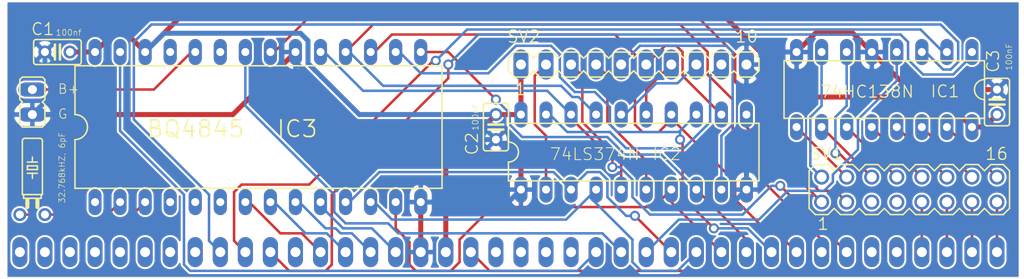
<source format=kicad_pcb>
(kicad_pcb (version 20171130) (host pcbnew 5.1.6)

  (general
    (thickness 1.6)
    (drawings 6)
    (tracks 337)
    (zones 0)
    (modules 11)
    (nets 47)
  )

  (page A4)
  (layers
    (0 Top signal)
    (31 Bottom signal)
    (32 B.Adhes user)
    (33 F.Adhes user)
    (34 B.Paste user)
    (35 F.Paste user)
    (36 B.SilkS user)
    (37 F.SilkS user)
    (38 B.Mask user)
    (39 F.Mask user)
    (40 Dwgs.User user)
    (41 Cmts.User user)
    (42 Eco1.User user)
    (43 Eco2.User user)
    (44 Edge.Cuts user)
    (45 Margin user)
    (46 B.CrtYd user)
    (47 F.CrtYd user)
    (48 B.Fab user)
    (49 F.Fab user)
  )

  (setup
    (last_trace_width 0.25)
    (trace_clearance 0.2)
    (zone_clearance 0.508)
    (zone_45_only no)
    (trace_min 0.2)
    (via_size 0.8)
    (via_drill 0.4)
    (via_min_size 0.4)
    (via_min_drill 0.3)
    (uvia_size 0.3)
    (uvia_drill 0.1)
    (uvias_allowed no)
    (uvia_min_size 0.2)
    (uvia_min_drill 0.1)
    (edge_width 0.05)
    (segment_width 0.2)
    (pcb_text_width 0.3)
    (pcb_text_size 1.5 1.5)
    (mod_edge_width 0.12)
    (mod_text_size 1 1)
    (mod_text_width 0.15)
    (pad_size 1.524 1.524)
    (pad_drill 0.762)
    (pad_to_mask_clearance 0.05)
    (aux_axis_origin 0 0)
    (visible_elements 7FFFFFFF)
    (pcbplotparams
      (layerselection 0x010fc_ffffffff)
      (usegerberextensions false)
      (usegerberattributes true)
      (usegerberadvancedattributes true)
      (creategerberjobfile true)
      (excludeedgelayer true)
      (linewidth 0.100000)
      (plotframeref false)
      (viasonmask false)
      (mode 1)
      (useauxorigin false)
      (hpglpennumber 1)
      (hpglpenspeed 20)
      (hpglpendiameter 15.000000)
      (psnegative false)
      (psa4output false)
      (plotreference true)
      (plotvalue true)
      (plotinvisibletext false)
      (padsonsilk false)
      (subtractmaskfromsilk false)
      (outputformat 1)
      (mirror false)
      (drillshape 0)
      (scaleselection 1)
      (outputdirectory "../gerber/"))
  )

  (net 0 "")
  (net 1 GND)
  (net 2 N$13)
  (net 3 N$14)
  (net 4 N$15)
  (net 5 N$16)
  (net 6 N$17)
  (net 7 N$18)
  (net 8 N$19)
  (net 9 A7)
  (net 10 A6)
  (net 11 A5)
  (net 12 N$22)
  (net 13 N$23)
  (net 14 N$24)
  (net 15 N$25)
  (net 16 N$26)
  (net 17 N$27)
  (net 18 N$28)
  (net 19 N$29)
  (net 20 N$30)
  (net 21 N$31)
  (net 22 +5V)
  (net 23 N$33)
  (net 24 N$10)
  (net 25 D0)
  (net 26 D2)
  (net 27 D3)
  (net 28 D4)
  (net 29 D5)
  (net 30 D6)
  (net 31 D7)
  (net 32 D1)
  (net 33 N$1)
  (net 34 N$2)
  (net 35 N$3)
  (net 36 N$4)
  (net 37 N$5)
  (net 38 N$6)
  (net 39 N$7)
  (net 40 N$8)
  (net 41 N$9)
  (net 42 N$11)
  (net 43 N$12)
  (net 44 N$20)
  (net 45 N$21)
  (net 46 N$32)

  (net_class Default "This is the default net class."
    (clearance 0.2)
    (trace_width 0.25)
    (via_dia 0.8)
    (via_drill 0.4)
    (uvia_dia 0.3)
    (uvia_drill 0.1)
    (add_net +5V)
    (add_net A5)
    (add_net A6)
    (add_net A7)
    (add_net D0)
    (add_net D1)
    (add_net D2)
    (add_net D3)
    (add_net D4)
    (add_net D5)
    (add_net D6)
    (add_net D7)
    (add_net GND)
    (add_net N$1)
    (add_net N$10)
    (add_net N$11)
    (add_net N$12)
    (add_net N$13)
    (add_net N$14)
    (add_net N$15)
    (add_net N$16)
    (add_net N$17)
    (add_net N$18)
    (add_net N$19)
    (add_net N$2)
    (add_net N$20)
    (add_net N$21)
    (add_net N$22)
    (add_net N$23)
    (add_net N$24)
    (add_net N$25)
    (add_net N$26)
    (add_net N$27)
    (add_net N$28)
    (add_net N$29)
    (add_net N$3)
    (add_net N$30)
    (add_net N$31)
    (add_net N$32)
    (add_net N$33)
    (add_net N$4)
    (add_net N$5)
    (add_net N$6)
    (add_net N$7)
    (add_net N$8)
    (add_net N$9)
  )

  (module "RC2014 Real-Time Clock and IO:DIL16" (layer Top) (tedit 0) (tstamp 5F931E27)
    (at 186.1311 99.9186 180)
    (descr "<b>Dual In Line Package</b>")
    (fp_text reference IC1 (at -4.6229 -0.889) (layer F.SilkS)
      (effects (font (size 1.2065 1.2065) (thickness 0.12065)) (justify left bottom))
    )
    (fp_text value 74HC138N (at 6.5531 -0.9194) (layer F.SilkS)
      (effects (font (size 1.2065 1.2065) (thickness 0.12065)) (justify left bottom))
    )
    (fp_line (start -10.16 2.921) (end -10.16 1.016) (layer F.SilkS) (width 0.1524))
    (fp_line (start -10.16 -2.921) (end -10.16 -1.016) (layer F.SilkS) (width 0.1524))
    (fp_line (start 10.16 -2.921) (end 10.16 2.921) (layer F.SilkS) (width 0.1524))
    (fp_line (start -10.16 2.921) (end 10.16 2.921) (layer F.SilkS) (width 0.1524))
    (fp_line (start 10.16 -2.921) (end -10.16 -2.921) (layer F.SilkS) (width 0.1524))
    (fp_arc (start -10.16 0) (end -10.16 -1.016) (angle 180) (layer F.SilkS) (width 0.1524))
    (pad 16 thru_hole oval (at -8.89 -3.81 270) (size 2.6416 1.3208) (drill 0.8128) (layers *.Cu *.Mask)
      (net 22 +5V) (solder_mask_margin 0.1016))
    (pad 15 thru_hole oval (at -6.35 -3.81 270) (size 2.6416 1.3208) (drill 0.8128) (layers *.Cu *.Mask)
      (net 12 N$22) (solder_mask_margin 0.1016))
    (pad 14 thru_hole oval (at -3.81 -3.81 270) (size 2.6416 1.3208) (drill 0.8128) (layers *.Cu *.Mask)
      (net 13 N$23) (solder_mask_margin 0.1016))
    (pad 13 thru_hole oval (at -1.27 -3.81 270) (size 2.6416 1.3208) (drill 0.8128) (layers *.Cu *.Mask)
      (net 14 N$24) (solder_mask_margin 0.1016))
    (pad 12 thru_hole oval (at 1.27 -3.81 270) (size 2.6416 1.3208) (drill 0.8128) (layers *.Cu *.Mask)
      (net 15 N$25) (solder_mask_margin 0.1016))
    (pad 11 thru_hole oval (at 3.81 -3.81 270) (size 2.6416 1.3208) (drill 0.8128) (layers *.Cu *.Mask)
      (net 16 N$26) (solder_mask_margin 0.1016))
    (pad 10 thru_hole oval (at 6.35 -3.81 270) (size 2.6416 1.3208) (drill 0.8128) (layers *.Cu *.Mask)
      (net 17 N$27) (solder_mask_margin 0.1016))
    (pad 9 thru_hole oval (at 8.89 -3.81 270) (size 2.6416 1.3208) (drill 0.8128) (layers *.Cu *.Mask)
      (net 18 N$28) (solder_mask_margin 0.1016))
    (pad 5 thru_hole oval (at 1.27 3.81 270) (size 2.6416 1.3208) (drill 0.8128) (layers *.Cu *.Mask)
      (net 1 GND) (solder_mask_margin 0.1016))
    (pad 6 thru_hole oval (at 3.81 3.81 270) (size 2.6416 1.3208) (drill 0.8128) (layers *.Cu *.Mask)
      (net 23 N$33) (solder_mask_margin 0.1016))
    (pad 4 thru_hole oval (at -1.27 3.81 270) (size 2.6416 1.3208) (drill 0.8128) (layers *.Cu *.Mask)
      (net 8 N$19) (solder_mask_margin 0.1016))
    (pad 3 thru_hole oval (at -3.81 3.81 270) (size 2.6416 1.3208) (drill 0.8128) (layers *.Cu *.Mask)
      (net 9 A7) (solder_mask_margin 0.1016))
    (pad 8 thru_hole oval (at 8.89 3.81 270) (size 2.6416 1.3208) (drill 0.8128) (layers *.Cu *.Mask)
      (net 1 GND) (solder_mask_margin 0.1016))
    (pad 7 thru_hole oval (at 6.35 3.81 270) (size 2.6416 1.3208) (drill 0.8128) (layers *.Cu *.Mask)
      (net 19 N$29) (solder_mask_margin 0.1016))
    (pad 2 thru_hole oval (at -6.35 3.81 270) (size 2.6416 1.3208) (drill 0.8128) (layers *.Cu *.Mask)
      (net 10 A6) (solder_mask_margin 0.1016))
    (pad 1 thru_hole oval (at -8.89 3.81 270) (size 2.6416 1.3208) (drill 0.8128) (layers *.Cu *.Mask)
      (net 11 A5) (solder_mask_margin 0.1016))
  )

  (module "RC2014 Real-Time Clock and IO:TC26H" (layer Top) (tedit 0) (tstamp 5F931E40)
    (at 99.7711 112.6186)
    (descr <b>CRYSTAL</b>)
    (fp_text reference Q1 (at -1.397 -2.032 90) (layer F.SilkS) hide
      (effects (font (size 1.2065 1.2065) (thickness 0.127)) (justify left bottom))
    )
    (fp_text value "32.768kHZ, 6pF" (at 3.3529 -1.1126 90) (layer F.SilkS)
      (effects (font (size 0.6 0.6) (thickness 0.06)) (justify left bottom))
    )
    (fp_poly (pts (xy -1.778 -0.762) (xy 1.778 -0.762) (xy 1.778 -8.382) (xy -1.778 -8.382)) (layer Dwgs.User) (width 0))
    (fp_poly (pts (xy -0.7112 -1.016) (xy -0.3048 -1.016) (xy -0.3048 -1.6002) (xy -0.7112 -1.6002)) (layer F.SilkS) (width 0))
    (fp_poly (pts (xy 0.3048 -1.016) (xy 0.7112 -1.016) (xy 0.7112 -1.6002) (xy 0.3048 -1.6002)) (layer F.SilkS) (width 0))
    (fp_line (start 0.889 -2.032) (end -0.889 -2.032) (layer F.SilkS) (width 0.1524))
    (fp_line (start 1.016 -2.032) (end 0.889 -2.032) (layer F.SilkS) (width 0.1524))
    (fp_line (start 0 -5.334) (end 0.508 -5.334) (layer F.SilkS) (width 0.1524))
    (fp_line (start 0 -5.334) (end 0 -5.842) (layer F.SilkS) (width 0.1524))
    (fp_line (start 0 -4.191) (end 0.508 -4.191) (layer F.SilkS) (width 0.1524))
    (fp_line (start 0 -4.191) (end 0 -3.683) (layer F.SilkS) (width 0.1524))
    (fp_line (start -0.508 -4.191) (end 0 -4.191) (layer F.SilkS) (width 0.1524))
    (fp_line (start -0.508 -5.334) (end 0 -5.334) (layer F.SilkS) (width 0.1524))
    (fp_line (start -0.508 -4.953) (end 0.508 -4.953) (layer F.SilkS) (width 0.1524))
    (fp_line (start 0.508 -4.572) (end 0.508 -4.953) (layer F.SilkS) (width 0.1524))
    (fp_line (start 0.508 -4.572) (end -0.508 -4.572) (layer F.SilkS) (width 0.1524))
    (fp_line (start -0.508 -4.953) (end -0.508 -4.572) (layer F.SilkS) (width 0.1524))
    (fp_line (start -0.635 -0.635) (end -1.27 0) (layer F.Fab) (width 0.4064))
    (fp_line (start 0.635 -0.635) (end 1.27 0) (layer F.Fab) (width 0.4064))
    (fp_line (start -0.508 -0.762) (end -0.508 -1.27) (layer F.SilkS) (width 0.4064))
    (fp_line (start 0.508 -0.762) (end 0.508 -1.143) (layer F.SilkS) (width 0.4064))
    (fp_line (start -1.016 -2.032) (end -1.016 -7.493) (layer F.SilkS) (width 0.1524))
    (fp_line (start -1.016 -2.032) (end -0.889 -2.032) (layer F.SilkS) (width 0.1524))
    (fp_line (start -0.889 -1.651) (end -0.889 -2.032) (layer F.SilkS) (width 0.1524))
    (fp_line (start 1.016 -2.032) (end 1.016 -7.493) (layer F.SilkS) (width 0.1524))
    (fp_line (start 0.889 -1.651) (end 0.889 -2.032) (layer F.SilkS) (width 0.1524))
    (fp_line (start -0.762 -7.747) (end 0.762 -7.747) (layer F.SilkS) (width 0.1524))
    (fp_line (start -0.889 -1.651) (end 0.889 -1.651) (layer F.SilkS) (width 0.1524))
    (fp_arc (start -0.762 -7.493) (end -1.016 -7.493) (angle 90) (layer F.SilkS) (width 0.1524))
    (fp_arc (start 0.762 -7.493) (end 0.762 -7.747) (angle 90) (layer F.SilkS) (width 0.1524))
    (pad 2 thru_hole circle (at 1.27 0) (size 1.3208 1.3208) (drill 0.8128) (layers *.Cu *.Mask)
      (net 20 N$30) (solder_mask_margin 0.1016))
    (pad 1 thru_hole circle (at -1.27 0) (size 1.3208 1.3208) (drill 0.8128) (layers *.Cu *.Mask)
      (net 21 N$31) (solder_mask_margin 0.1016))
  )

  (module "RC2014 Real-Time Clock and IO:MA08-2" (layer Top) (tedit 0) (tstamp 5F931E61)
    (at 188.6711 110.0786)
    (descr "<b>PIN HEADER</b>")
    (fp_text reference SV1 (at -10.16 -2.921) (layer F.SilkS)
      (effects (font (size 1.2065 1.2065) (thickness 0.127)) (justify left bottom))
    )
    (fp_text value "" (at 0 4.191) (layer F.Fab)
      (effects (font (size 1.2065 1.2065) (thickness 0.12065)) (justify left bottom))
    )
    (fp_poly (pts (xy 8.636 -1.016) (xy 9.144 -1.016) (xy 9.144 -1.524) (xy 8.636 -1.524)) (layer F.Fab) (width 0))
    (fp_poly (pts (xy 6.096 -1.016) (xy 6.604 -1.016) (xy 6.604 -1.524) (xy 6.096 -1.524)) (layer F.Fab) (width 0))
    (fp_poly (pts (xy 6.096 1.524) (xy 6.604 1.524) (xy 6.604 1.016) (xy 6.096 1.016)) (layer F.Fab) (width 0))
    (fp_poly (pts (xy 8.636 1.524) (xy 9.144 1.524) (xy 9.144 1.016) (xy 8.636 1.016)) (layer F.Fab) (width 0))
    (fp_poly (pts (xy 3.556 -1.016) (xy 4.064 -1.016) (xy 4.064 -1.524) (xy 3.556 -1.524)) (layer F.Fab) (width 0))
    (fp_poly (pts (xy 1.016 -1.016) (xy 1.524 -1.016) (xy 1.524 -1.524) (xy 1.016 -1.524)) (layer F.Fab) (width 0))
    (fp_poly (pts (xy -1.524 -1.016) (xy -1.016 -1.016) (xy -1.016 -1.524) (xy -1.524 -1.524)) (layer F.Fab) (width 0))
    (fp_poly (pts (xy -4.064 -1.016) (xy -3.556 -1.016) (xy -3.556 -1.524) (xy -4.064 -1.524)) (layer F.Fab) (width 0))
    (fp_poly (pts (xy -6.604 -1.016) (xy -6.096 -1.016) (xy -6.096 -1.524) (xy -6.604 -1.524)) (layer F.Fab) (width 0))
    (fp_poly (pts (xy -9.144 -1.016) (xy -8.636 -1.016) (xy -8.636 -1.524) (xy -9.144 -1.524)) (layer F.Fab) (width 0))
    (fp_poly (pts (xy 3.556 1.524) (xy 4.064 1.524) (xy 4.064 1.016) (xy 3.556 1.016)) (layer F.Fab) (width 0))
    (fp_poly (pts (xy -1.524 1.524) (xy -1.016 1.524) (xy -1.016 1.016) (xy -1.524 1.016)) (layer F.Fab) (width 0))
    (fp_poly (pts (xy 1.016 1.524) (xy 1.524 1.524) (xy 1.524 1.016) (xy 1.016 1.016)) (layer F.Fab) (width 0))
    (fp_poly (pts (xy -4.064 1.524) (xy -3.556 1.524) (xy -3.556 1.016) (xy -4.064 1.016)) (layer F.Fab) (width 0))
    (fp_poly (pts (xy -9.144 1.524) (xy -8.636 1.524) (xy -8.636 1.016) (xy -9.144 1.016)) (layer F.Fab) (width 0))
    (fp_poly (pts (xy -6.604 1.524) (xy -6.096 1.524) (xy -6.096 1.016) (xy -6.604 1.016)) (layer F.Fab) (width 0))
    (fp_line (start 6.985 2.54) (end 5.715 2.54) (layer F.SilkS) (width 0.1524))
    (fp_line (start 5.08 1.905) (end 5.715 2.54) (layer F.SilkS) (width 0.1524))
    (fp_line (start 8.255 2.54) (end 7.62 1.905) (layer F.SilkS) (width 0.1524))
    (fp_line (start 9.525 2.54) (end 8.255 2.54) (layer F.SilkS) (width 0.1524))
    (fp_line (start 10.16 1.905) (end 9.525 2.54) (layer F.SilkS) (width 0.1524))
    (fp_line (start 7.62 1.905) (end 6.985 2.54) (layer F.SilkS) (width 0.1524))
    (fp_line (start 10.16 -1.905) (end 10.16 1.905) (layer F.SilkS) (width 0.1524))
    (fp_line (start 5.715 -2.54) (end 5.08 -1.905) (layer F.SilkS) (width 0.1524))
    (fp_line (start 9.525 -2.54) (end 10.16 -1.905) (layer F.SilkS) (width 0.1524))
    (fp_line (start 8.255 -2.54) (end 9.525 -2.54) (layer F.SilkS) (width 0.1524))
    (fp_line (start 7.62 -1.905) (end 8.255 -2.54) (layer F.SilkS) (width 0.1524))
    (fp_line (start 6.985 -2.54) (end 7.62 -1.905) (layer F.SilkS) (width 0.1524))
    (fp_line (start 5.715 -2.54) (end 6.985 -2.54) (layer F.SilkS) (width 0.1524))
    (fp_line (start 3.175 2.54) (end 2.54 1.905) (layer F.SilkS) (width 0.1524))
    (fp_line (start 4.445 2.54) (end 3.175 2.54) (layer F.SilkS) (width 0.1524))
    (fp_line (start 5.08 1.905) (end 4.445 2.54) (layer F.SilkS) (width 0.1524))
    (fp_line (start -0.635 2.54) (end -1.905 2.54) (layer F.SilkS) (width 0.1524))
    (fp_line (start -2.54 1.905) (end -1.905 2.54) (layer F.SilkS) (width 0.1524))
    (fp_line (start 0.635 2.54) (end 0 1.905) (layer F.SilkS) (width 0.1524))
    (fp_line (start 1.905 2.54) (end 0.635 2.54) (layer F.SilkS) (width 0.1524))
    (fp_line (start 2.54 1.905) (end 1.905 2.54) (layer F.SilkS) (width 0.1524))
    (fp_line (start 0 1.905) (end -0.635 2.54) (layer F.SilkS) (width 0.1524))
    (fp_line (start -4.445 2.54) (end -5.08 1.905) (layer F.SilkS) (width 0.1524))
    (fp_line (start -3.175 2.54) (end -4.445 2.54) (layer F.SilkS) (width 0.1524))
    (fp_line (start -2.54 1.905) (end -3.175 2.54) (layer F.SilkS) (width 0.1524))
    (fp_line (start -8.255 2.54) (end -9.525 2.54) (layer F.SilkS) (width 0.1524))
    (fp_line (start -10.16 1.905) (end -9.525 2.54) (layer F.SilkS) (width 0.1524))
    (fp_line (start -10.16 -1.905) (end -10.16 1.905) (layer F.SilkS) (width 0.1524))
    (fp_line (start -6.985 2.54) (end -7.62 1.905) (layer F.SilkS) (width 0.1524))
    (fp_line (start -5.715 2.54) (end -6.985 2.54) (layer F.SilkS) (width 0.1524))
    (fp_line (start -5.08 1.905) (end -5.715 2.54) (layer F.SilkS) (width 0.1524))
    (fp_line (start -7.62 1.905) (end -8.255 2.54) (layer F.SilkS) (width 0.1524))
    (fp_line (start 4.445 -2.54) (end 5.08 -1.905) (layer F.SilkS) (width 0.1524))
    (fp_line (start 3.175 -2.54) (end 4.445 -2.54) (layer F.SilkS) (width 0.1524))
    (fp_line (start 2.54 -1.905) (end 3.175 -2.54) (layer F.SilkS) (width 0.1524))
    (fp_line (start -1.905 -2.54) (end -2.54 -1.905) (layer F.SilkS) (width 0.1524))
    (fp_line (start 1.905 -2.54) (end 2.54 -1.905) (layer F.SilkS) (width 0.1524))
    (fp_line (start 0.635 -2.54) (end 1.905 -2.54) (layer F.SilkS) (width 0.1524))
    (fp_line (start 0 -1.905) (end 0.635 -2.54) (layer F.SilkS) (width 0.1524))
    (fp_line (start -0.635 -2.54) (end 0 -1.905) (layer F.SilkS) (width 0.1524))
    (fp_line (start -1.905 -2.54) (end -0.635 -2.54) (layer F.SilkS) (width 0.1524))
    (fp_line (start -3.175 -2.54) (end -2.54 -1.905) (layer F.SilkS) (width 0.1524))
    (fp_line (start -4.445 -2.54) (end -3.175 -2.54) (layer F.SilkS) (width 0.1524))
    (fp_line (start -5.08 -1.905) (end -4.445 -2.54) (layer F.SilkS) (width 0.1524))
    (fp_line (start -9.525 -2.54) (end -10.16 -1.905) (layer F.SilkS) (width 0.1524))
    (fp_line (start -5.715 -2.54) (end -5.08 -1.905) (layer F.SilkS) (width 0.1524))
    (fp_line (start -6.985 -2.54) (end -5.715 -2.54) (layer F.SilkS) (width 0.1524))
    (fp_line (start -7.62 -1.905) (end -6.985 -2.54) (layer F.SilkS) (width 0.1524))
    (fp_line (start -8.255 -2.54) (end -7.62 -1.905) (layer F.SilkS) (width 0.1524))
    (fp_line (start -9.525 -2.54) (end -8.255 -2.54) (layer F.SilkS) (width 0.1524))
    (fp_text user 16 (at 7.62 -2.921) (layer F.SilkS)
      (effects (font (size 1.2065 1.2065) (thickness 0.127)) (justify left bottom))
    )
    (fp_text user 1 (at -9.398 4.191) (layer F.SilkS)
      (effects (font (size 1.2065 1.2065) (thickness 0.127)) (justify left bottom))
    )
    (pad 16 thru_hole circle (at 8.89 -1.27) (size 1.524 1.524) (drill 1.016) (layers *.Cu *.Mask)
      (net 12 N$22) (solder_mask_margin 0.1016))
    (pad 14 thru_hole circle (at 6.35 -1.27) (size 1.524 1.524) (drill 1.016) (layers *.Cu *.Mask)
      (net 13 N$23) (solder_mask_margin 0.1016))
    (pad 15 thru_hole circle (at 8.89 1.27) (size 1.524 1.524) (drill 1.016) (layers *.Cu *.Mask)
      (net 44 N$20) (solder_mask_margin 0.1016))
    (pad 13 thru_hole circle (at 6.35 1.27) (size 1.524 1.524) (drill 1.016) (layers *.Cu *.Mask)
      (net 43 N$12) (solder_mask_margin 0.1016))
    (pad 12 thru_hole circle (at 3.81 -1.27) (size 1.524 1.524) (drill 1.016) (layers *.Cu *.Mask)
      (net 14 N$24) (solder_mask_margin 0.1016))
    (pad 10 thru_hole circle (at 1.27 -1.27) (size 1.524 1.524) (drill 1.016) (layers *.Cu *.Mask)
      (net 15 N$25) (solder_mask_margin 0.1016))
    (pad 8 thru_hole circle (at -1.27 -1.27) (size 1.524 1.524) (drill 1.016) (layers *.Cu *.Mask)
      (net 16 N$26) (solder_mask_margin 0.1016))
    (pad 6 thru_hole circle (at -3.81 -1.27) (size 1.524 1.524) (drill 1.016) (layers *.Cu *.Mask)
      (net 17 N$27) (solder_mask_margin 0.1016))
    (pad 4 thru_hole circle (at -6.35 -1.27) (size 1.524 1.524) (drill 1.016) (layers *.Cu *.Mask)
      (net 18 N$28) (solder_mask_margin 0.1016))
    (pad 2 thru_hole circle (at -8.89 -1.27) (size 1.524 1.524) (drill 1.016) (layers *.Cu *.Mask)
      (net 19 N$29) (solder_mask_margin 0.1016))
    (pad 11 thru_hole circle (at 3.81 1.27) (size 1.524 1.524) (drill 1.016) (layers *.Cu *.Mask)
      (net 42 N$11) (solder_mask_margin 0.1016))
    (pad 9 thru_hole circle (at 1.27 1.27) (size 1.524 1.524) (drill 1.016) (layers *.Cu *.Mask)
      (net 41 N$9) (solder_mask_margin 0.1016))
    (pad 7 thru_hole circle (at -1.27 1.27) (size 1.524 1.524) (drill 1.016) (layers *.Cu *.Mask)
      (solder_mask_margin 0.1016))
    (pad 5 thru_hole circle (at -3.81 1.27) (size 1.524 1.524) (drill 1.016) (layers *.Cu *.Mask)
      (solder_mask_margin 0.1016))
    (pad 3 thru_hole circle (at -6.35 1.27) (size 1.524 1.524) (drill 1.016) (layers *.Cu *.Mask)
      (net 45 N$21) (solder_mask_margin 0.1016))
    (pad 1 thru_hole circle (at -8.89 1.27) (size 1.524 1.524) (drill 1.016) (layers *.Cu *.Mask)
      (net 46 N$32) (solder_mask_margin 0.1016))
  )

  (module "RC2014 Real-Time Clock and IO:DIL28-6" (layer Top) (tedit 0) (tstamp 5F931EB8)
    (at 122.6311 103.7286)
    (descr "<B>Dual In Line</B><p>\npackage type P")
    (fp_text reference IC3 (at 1.8289 1.1734) (layer F.SilkS)
      (effects (font (size 1.6891 1.6891) (thickness 0.16891)) (justify left bottom))
    )
    (fp_text value BQ4845 (at -11.3791 1.1734) (layer F.SilkS)
      (effects (font (size 1.6891 1.6891) (thickness 0.16891)) (justify left bottom))
    )
    (fp_line (start -18.542 1.27) (end -18.542 6.223) (layer F.SilkS) (width 0.1524))
    (fp_line (start 18.669 6.223) (end -18.542 6.223) (layer F.SilkS) (width 0.1524))
    (fp_line (start -18.542 -6.223) (end 18.669 -6.223) (layer F.SilkS) (width 0.1524))
    (fp_line (start -18.542 -6.223) (end -18.542 -1.27) (layer F.SilkS) (width 0.1524))
    (fp_line (start 18.669 6.223) (end 18.669 -6.223) (layer F.SilkS) (width 0.1524))
    (fp_arc (start -18.542 0) (end -18.542 -1.27) (angle 180) (layer F.SilkS) (width 0.1524))
    (pad 28 thru_hole oval (at -16.51 -7.62 90) (size 2.6416 1.3208) (drill 0.8128) (layers *.Cu *.Mask)
      (net 22 +5V) (solder_mask_margin 0.1016))
    (pad 27 thru_hole oval (at -13.97 -7.62 90) (size 2.6416 1.3208) (drill 0.8128) (layers *.Cu *.Mask)
      (net 6 N$17) (solder_mask_margin 0.1016))
    (pad 26 thru_hole oval (at -11.43 -7.62 90) (size 2.6416 1.3208) (drill 0.8128) (layers *.Cu *.Mask)
      (net 22 +5V) (solder_mask_margin 0.1016))
    (pad 25 thru_hole oval (at -8.89 -7.62 90) (size 2.6416 1.3208) (drill 0.8128) (layers *.Cu *.Mask)
      (solder_mask_margin 0.1016))
    (pad 24 thru_hole oval (at -6.35 -7.62 90) (size 2.6416 1.3208) (drill 0.8128) (layers *.Cu *.Mask)
      (net 24 N$10) (solder_mask_margin 0.1016))
    (pad 23 thru_hole oval (at -3.81 -7.62 90) (size 2.6416 1.3208) (drill 0.8128) (layers *.Cu *.Mask)
      (solder_mask_margin 0.1016))
    (pad 22 thru_hole oval (at -1.27 -7.62 90) (size 2.6416 1.3208) (drill 0.8128) (layers *.Cu *.Mask)
      (net 7 N$18) (solder_mask_margin 0.1016))
    (pad 21 thru_hole oval (at 1.27 -7.62 90) (size 2.6416 1.3208) (drill 0.8128) (layers *.Cu *.Mask)
      (net 45 N$21) (solder_mask_margin 0.1016))
    (pad 20 thru_hole oval (at 3.81 -7.62 90) (size 2.6416 1.3208) (drill 0.8128) (layers *.Cu *.Mask)
      (net 1 GND) (solder_mask_margin 0.1016))
    (pad 19 thru_hole oval (at 6.35 -7.62 90) (size 2.6416 1.3208) (drill 0.8128) (layers *.Cu *.Mask)
      (net 31 D7) (solder_mask_margin 0.1016))
    (pad 18 thru_hole oval (at 8.89 -7.62 90) (size 2.6416 1.3208) (drill 0.8128) (layers *.Cu *.Mask)
      (net 30 D6) (solder_mask_margin 0.1016))
    (pad 17 thru_hole oval (at 11.43 -7.62 90) (size 2.6416 1.3208) (drill 0.8128) (layers *.Cu *.Mask)
      (net 29 D5) (solder_mask_margin 0.1016))
    (pad 16 thru_hole oval (at 13.97 -7.62 90) (size 2.6416 1.3208) (drill 0.8128) (layers *.Cu *.Mask)
      (net 28 D4) (solder_mask_margin 0.1016))
    (pad 15 thru_hole oval (at 16.51 -7.62 90) (size 2.6416 1.3208) (drill 0.8128) (layers *.Cu *.Mask)
      (net 27 D3) (solder_mask_margin 0.1016))
    (pad 14 thru_hole oval (at 16.51 7.62 90) (size 2.6416 1.3208) (drill 0.8128) (layers *.Cu *.Mask)
      (net 1 GND) (solder_mask_margin 0.1016))
    (pad 13 thru_hole oval (at 13.97 7.62 90) (size 2.6416 1.3208) (drill 0.8128) (layers *.Cu *.Mask)
      (net 26 D2) (solder_mask_margin 0.1016))
    (pad 12 thru_hole oval (at 11.43 7.62 90) (size 2.6416 1.3208) (drill 0.8128) (layers *.Cu *.Mask)
      (net 32 D1) (solder_mask_margin 0.1016))
    (pad 11 thru_hole oval (at 8.89 7.62 90) (size 2.6416 1.3208) (drill 0.8128) (layers *.Cu *.Mask)
      (net 25 D0) (solder_mask_margin 0.1016))
    (pad 10 thru_hole oval (at 6.35 7.62 90) (size 2.6416 1.3208) (drill 0.8128) (layers *.Cu *.Mask)
      (net 2 N$13) (solder_mask_margin 0.1016))
    (pad 9 thru_hole oval (at 3.81 7.62 90) (size 2.6416 1.3208) (drill 0.8128) (layers *.Cu *.Mask)
      (net 3 N$14) (solder_mask_margin 0.1016))
    (pad 8 thru_hole oval (at 1.27 7.62 90) (size 2.6416 1.3208) (drill 0.8128) (layers *.Cu *.Mask)
      (net 4 N$15) (solder_mask_margin 0.1016))
    (pad 7 thru_hole oval (at -1.27 7.62 90) (size 2.6416 1.3208) (drill 0.8128) (layers *.Cu *.Mask)
      (net 5 N$16) (solder_mask_margin 0.1016))
    (pad 6 thru_hole oval (at -3.81 7.62 90) (size 2.6416 1.3208) (drill 0.8128) (layers *.Cu *.Mask)
      (solder_mask_margin 0.1016))
    (pad 5 thru_hole oval (at -6.35 7.62 90) (size 2.6416 1.3208) (drill 0.8128) (layers *.Cu *.Mask)
      (solder_mask_margin 0.1016))
    (pad 4 thru_hole oval (at -8.89 7.62 90) (size 2.6416 1.3208) (drill 0.8128) (layers *.Cu *.Mask)
      (solder_mask_margin 0.1016))
    (pad 3 thru_hole oval (at -11.43 7.62 90) (size 2.6416 1.3208) (drill 0.8128) (layers *.Cu *.Mask)
      (net 21 N$31) (solder_mask_margin 0.1016))
    (pad 2 thru_hole oval (at -13.97 7.62 90) (size 2.6416 1.3208) (drill 0.8128) (layers *.Cu *.Mask)
      (net 20 N$30) (solder_mask_margin 0.1016))
    (pad 1 thru_hole oval (at -16.51 7.62 90) (size 2.6416 1.3208) (drill 0.8128) (layers *.Cu *.Mask)
      (solder_mask_margin 0.1016))
  )

  (module "RC2014 Real-Time Clock and IO:SIP40" (layer Top) (tedit 0) (tstamp 5F931EDD)
    (at 146.7611 116.4286)
    (fp_text reference CON1 (at 0 0) (layer F.SilkS) hide
      (effects (font (size 1.27 1.27) (thickness 0.15)))
    )
    (fp_text value "RC2014 Backplane" (at 0 0) (layer F.SilkS) hide
      (effects (font (size 1.27 1.27) (thickness 0.15)))
    )
    (pad 21 thru_hole oval (at 2.54 0 90) (size 3.048 1.524) (drill 1.016) (layers *.Cu *.Mask)
      (solder_mask_margin 0.1016))
    (pad 22 thru_hole oval (at 5.08 0 90) (size 3.048 1.524) (drill 1.016) (layers *.Cu *.Mask)
      (solder_mask_margin 0.1016))
    (pad 23 thru_hole oval (at 7.62 0 90) (size 3.048 1.524) (drill 1.016) (layers *.Cu *.Mask)
      (solder_mask_margin 0.1016))
    (pad 24 thru_hole oval (at 10.16 0 90) (size 3.048 1.524) (drill 1.016) (layers *.Cu *.Mask)
      (net 6 N$17) (solder_mask_margin 0.1016))
    (pad 25 thru_hole oval (at 12.7 0 90) (size 3.048 1.524) (drill 1.016) (layers *.Cu *.Mask)
      (net 7 N$18) (solder_mask_margin 0.1016))
    (pad 26 thru_hole oval (at 15.24 0 90) (size 3.048 1.524) (drill 1.016) (layers *.Cu *.Mask)
      (net 8 N$19) (solder_mask_margin 0.1016))
    (pad 27 thru_hole oval (at 17.78 0 90) (size 3.048 1.524) (drill 1.016) (layers *.Cu *.Mask)
      (net 25 D0) (solder_mask_margin 0.1016))
    (pad 28 thru_hole oval (at 20.32 0 90) (size 3.048 1.524) (drill 1.016) (layers *.Cu *.Mask)
      (net 32 D1) (solder_mask_margin 0.1016))
    (pad 29 thru_hole oval (at 22.86 0 90) (size 3.048 1.524) (drill 1.016) (layers *.Cu *.Mask)
      (net 26 D2) (solder_mask_margin 0.1016))
    (pad 30 thru_hole oval (at 25.4 0 90) (size 3.048 1.524) (drill 1.016) (layers *.Cu *.Mask)
      (net 27 D3) (solder_mask_margin 0.1016))
    (pad 31 thru_hole oval (at 27.94 0 90) (size 3.048 1.524) (drill 1.016) (layers *.Cu *.Mask)
      (net 28 D4) (solder_mask_margin 0.1016))
    (pad 32 thru_hole oval (at 30.48 0 90) (size 3.048 1.524) (drill 1.016) (layers *.Cu *.Mask)
      (net 29 D5) (solder_mask_margin 0.1016))
    (pad 33 thru_hole oval (at 33.02 0 90) (size 3.048 1.524) (drill 1.016) (layers *.Cu *.Mask)
      (net 30 D6) (solder_mask_margin 0.1016))
    (pad 34 thru_hole oval (at 35.56 0 90) (size 3.048 1.524) (drill 1.016) (layers *.Cu *.Mask)
      (net 31 D7) (solder_mask_margin 0.1016))
    (pad 35 thru_hole oval (at 38.1 0 90) (size 3.048 1.524) (drill 1.016) (layers *.Cu *.Mask)
      (solder_mask_margin 0.1016))
    (pad 36 thru_hole oval (at 40.64 0 90) (size 3.048 1.524) (drill 1.016) (layers *.Cu *.Mask)
      (solder_mask_margin 0.1016))
    (pad 37 thru_hole oval (at 43.18 0 90) (size 3.048 1.524) (drill 1.016) (layers *.Cu *.Mask)
      (net 41 N$9) (solder_mask_margin 0.1016))
    (pad 38 thru_hole oval (at 45.72 0 90) (size 3.048 1.524) (drill 1.016) (layers *.Cu *.Mask)
      (net 42 N$11) (solder_mask_margin 0.1016))
    (pad 39 thru_hole oval (at 48.26 0 90) (size 3.048 1.524) (drill 1.016) (layers *.Cu *.Mask)
      (net 43 N$12) (solder_mask_margin 0.1016))
    (pad 40 thru_hole oval (at 50.8 0 90) (size 3.048 1.524) (drill 1.016) (layers *.Cu *.Mask)
      (net 44 N$20) (solder_mask_margin 0.1016))
    (pad 3 thru_hole oval (at -43.18 0 90) (size 3.048 1.524) (drill 1.016) (layers *.Cu *.Mask)
      (solder_mask_margin 0.1016))
    (pad 1 thru_hole oval (at -48.26 0 90) (size 3.048 1.524) (drill 1.016) (layers *.Cu *.Mask)
      (solder_mask_margin 0.1016))
    (pad 2 thru_hole oval (at -45.72 0 90) (size 3.048 1.524) (drill 1.016) (layers *.Cu *.Mask)
      (solder_mask_margin 0.1016))
    (pad 4 thru_hole oval (at -40.64 0 90) (size 3.048 1.524) (drill 1.016) (layers *.Cu *.Mask)
      (solder_mask_margin 0.1016))
    (pad 5 thru_hole oval (at -38.1 0 90) (size 3.048 1.524) (drill 1.016) (layers *.Cu *.Mask)
      (solder_mask_margin 0.1016))
    (pad 6 thru_hole oval (at -35.56 0 90) (size 3.048 1.524) (drill 1.016) (layers *.Cu *.Mask)
      (solder_mask_margin 0.1016))
    (pad 7 thru_hole oval (at -33.02 0 90) (size 3.048 1.524) (drill 1.016) (layers *.Cu *.Mask)
      (solder_mask_margin 0.1016))
    (pad 8 thru_hole oval (at -30.48 0 90) (size 3.048 1.524) (drill 1.016) (layers *.Cu *.Mask)
      (solder_mask_margin 0.1016))
    (pad 9 thru_hole oval (at -27.94 0 90) (size 3.048 1.524) (drill 1.016) (layers *.Cu *.Mask)
      (net 9 A7) (solder_mask_margin 0.1016))
    (pad 10 thru_hole oval (at -25.4 0 90) (size 3.048 1.524) (drill 1.016) (layers *.Cu *.Mask)
      (net 10 A6) (solder_mask_margin 0.1016))
    (pad 11 thru_hole oval (at -22.86 0 90) (size 3.048 1.524) (drill 1.016) (layers *.Cu *.Mask)
      (net 11 A5) (solder_mask_margin 0.1016))
    (pad 12 thru_hole oval (at -20.32 0 90) (size 3.048 1.524) (drill 1.016) (layers *.Cu *.Mask)
      (solder_mask_margin 0.1016))
    (pad 13 thru_hole oval (at -17.78 0 90) (size 3.048 1.524) (drill 1.016) (layers *.Cu *.Mask)
      (net 5 N$16) (solder_mask_margin 0.1016))
    (pad 14 thru_hole oval (at -15.24 0 90) (size 3.048 1.524) (drill 1.016) (layers *.Cu *.Mask)
      (net 4 N$15) (solder_mask_margin 0.1016))
    (pad 15 thru_hole oval (at -12.7 0 90) (size 3.048 1.524) (drill 1.016) (layers *.Cu *.Mask)
      (net 3 N$14) (solder_mask_margin 0.1016))
    (pad 16 thru_hole oval (at -10.16 0 90) (size 3.048 1.524) (drill 1.016) (layers *.Cu *.Mask)
      (net 2 N$13) (solder_mask_margin 0.1016))
    (pad 17 thru_hole oval (at -7.62 0 90) (size 3.048 1.524) (drill 1.016) (layers *.Cu *.Mask)
      (net 1 GND) (solder_mask_margin 0.1016))
    (pad 18 thru_hole oval (at -5.08 0 90) (size 3.048 1.524) (drill 1.016) (layers *.Cu *.Mask)
      (net 22 +5V) (solder_mask_margin 0.1016))
    (pad 19 thru_hole oval (at -2.54 0 90) (size 3.048 1.524) (drill 1.016) (layers *.Cu *.Mask)
      (net 23 N$33) (solder_mask_margin 0.1016))
    (pad 20 thru_hole oval (at 0 0 90) (size 3.048 1.524) (drill 1.016) (layers *.Cu *.Mask)
      (solder_mask_margin 0.1016))
  )

  (module "RC2014 Real-Time Clock and IO:DIL20" (layer Top) (tedit 0) (tstamp 5F931F08)
    (at 160.7311 106.2686)
    (descr "<b>Dual In Line Package</b>")
    (fp_text reference IC2 (at 1.8289 0.9194) (layer F.SilkS)
      (effects (font (size 1.2065 1.2065) (thickness 0.09652)) (justify left bottom))
    )
    (fp_text value 74LS374N (at -8.5851 0.9194) (layer F.SilkS)
      (effects (font (size 1.2065 1.2065) (thickness 0.09652)) (justify left bottom))
    )
    (fp_line (start -12.7 2.921) (end -12.7 1.016) (layer F.SilkS) (width 0.1524))
    (fp_line (start -12.7 -2.921) (end -12.7 -1.016) (layer F.SilkS) (width 0.1524))
    (fp_line (start 12.7 -2.921) (end 12.7 2.921) (layer F.SilkS) (width 0.1524))
    (fp_line (start -12.7 2.921) (end 12.7 2.921) (layer F.SilkS) (width 0.1524))
    (fp_line (start 12.7 -2.921) (end -12.7 -2.921) (layer F.SilkS) (width 0.1524))
    (fp_arc (start -12.7 0) (end -12.7 -1.016) (angle 180) (layer F.SilkS) (width 0.1524))
    (pad 20 thru_hole oval (at -11.43 -3.81 90) (size 2.6416 1.3208) (drill 0.8128) (layers *.Cu *.Mask)
      (net 22 +5V) (solder_mask_margin 0.1016))
    (pad 19 thru_hole oval (at -8.89 -3.81 90) (size 2.6416 1.3208) (drill 0.8128) (layers *.Cu *.Mask)
      (net 40 N$8) (solder_mask_margin 0.1016))
    (pad 18 thru_hole oval (at -6.35 -3.81 90) (size 2.6416 1.3208) (drill 0.8128) (layers *.Cu *.Mask)
      (net 31 D7) (solder_mask_margin 0.1016))
    (pad 17 thru_hole oval (at -3.81 -3.81 90) (size 2.6416 1.3208) (drill 0.8128) (layers *.Cu *.Mask)
      (net 30 D6) (solder_mask_margin 0.1016))
    (pad 16 thru_hole oval (at -1.27 -3.81 90) (size 2.6416 1.3208) (drill 0.8128) (layers *.Cu *.Mask)
      (net 39 N$7) (solder_mask_margin 0.1016))
    (pad 15 thru_hole oval (at 1.27 -3.81 90) (size 2.6416 1.3208) (drill 0.8128) (layers *.Cu *.Mask)
      (net 38 N$6) (solder_mask_margin 0.1016))
    (pad 14 thru_hole oval (at 3.81 -3.81 90) (size 2.6416 1.3208) (drill 0.8128) (layers *.Cu *.Mask)
      (net 29 D5) (solder_mask_margin 0.1016))
    (pad 13 thru_hole oval (at 6.35 -3.81 90) (size 2.6416 1.3208) (drill 0.8128) (layers *.Cu *.Mask)
      (net 28 D4) (solder_mask_margin 0.1016))
    (pad 12 thru_hole oval (at 8.89 -3.81 90) (size 2.6416 1.3208) (drill 0.8128) (layers *.Cu *.Mask)
      (net 37 N$5) (solder_mask_margin 0.1016))
    (pad 11 thru_hole oval (at 11.43 -3.81 90) (size 2.6416 1.3208) (drill 0.8128) (layers *.Cu *.Mask)
      (net 46 N$32) (solder_mask_margin 0.1016))
    (pad 10 thru_hole oval (at 11.43 3.81 90) (size 2.6416 1.3208) (drill 0.8128) (layers *.Cu *.Mask)
      (net 1 GND) (solder_mask_margin 0.1016))
    (pad 9 thru_hole oval (at 8.89 3.81 90) (size 2.6416 1.3208) (drill 0.8128) (layers *.Cu *.Mask)
      (net 36 N$4) (solder_mask_margin 0.1016))
    (pad 5 thru_hole oval (at -1.27 3.81 90) (size 2.6416 1.3208) (drill 0.8128) (layers *.Cu *.Mask)
      (net 34 N$2) (solder_mask_margin 0.1016))
    (pad 6 thru_hole oval (at 1.27 3.81 90) (size 2.6416 1.3208) (drill 0.8128) (layers *.Cu *.Mask)
      (net 35 N$3) (solder_mask_margin 0.1016))
    (pad 4 thru_hole oval (at -3.81 3.81 90) (size 2.6416 1.3208) (drill 0.8128) (layers *.Cu *.Mask)
      (net 32 D1) (solder_mask_margin 0.1016))
    (pad 3 thru_hole oval (at -6.35 3.81 90) (size 2.6416 1.3208) (drill 0.8128) (layers *.Cu *.Mask)
      (net 25 D0) (solder_mask_margin 0.1016))
    (pad 8 thru_hole oval (at 6.35 3.81 90) (size 2.6416 1.3208) (drill 0.8128) (layers *.Cu *.Mask)
      (net 27 D3) (solder_mask_margin 0.1016))
    (pad 7 thru_hole oval (at 3.81 3.81 90) (size 2.6416 1.3208) (drill 0.8128) (layers *.Cu *.Mask)
      (net 26 D2) (solder_mask_margin 0.1016))
    (pad 2 thru_hole oval (at -8.89 3.81 90) (size 2.6416 1.3208) (drill 0.8128) (layers *.Cu *.Mask)
      (net 33 N$1) (solder_mask_margin 0.1016))
    (pad 1 thru_hole oval (at -11.43 3.81 90) (size 2.6416 1.3208) (drill 0.8128) (layers *.Cu *.Mask)
      (net 1 GND) (solder_mask_margin 0.1016))
  )

  (module "RC2014 Real-Time Clock and IO:JP1" (layer Top) (tedit 0) (tstamp 5F931F25)
    (at 99.7711 101.1886 180)
    (descr <b>JUMPER</b>)
    (fp_text reference JP1 (at -1.651 2.54 270) (layer F.SilkS) hide
      (effects (font (size 1.2065 1.2065) (thickness 0.127)) (justify right top))
    )
    (fp_text value "" (at 2.921 2.54 90) (layer F.Fab)
      (effects (font (size 1.2065 1.2065) (thickness 0.12065)) (justify left bottom))
    )
    (fp_poly (pts (xy -0.3048 1.5748) (xy 0.3048 1.5748) (xy 0.3048 0.9652) (xy -0.3048 0.9652)) (layer F.Fab) (width 0))
    (fp_poly (pts (xy -0.3048 -0.9652) (xy 0.3048 -0.9652) (xy 0.3048 -1.5748) (xy -0.3048 -1.5748)) (layer F.Fab) (width 0))
    (fp_line (start -1.016 2.54) (end 1.016 2.54) (layer F.SilkS) (width 0.1524))
    (fp_line (start -1.016 2.54) (end -1.27 2.286) (layer F.SilkS) (width 0.1524))
    (fp_line (start -1.27 0.254) (end -1.27 2.286) (layer F.SilkS) (width 0.1524))
    (fp_line (start -1.27 -2.286) (end -1.27 -0.254) (layer F.SilkS) (width 0.1524))
    (fp_line (start -1.27 -2.286) (end -1.016 -2.54) (layer F.SilkS) (width 0.1524))
    (fp_line (start 1.016 -2.54) (end -1.016 -2.54) (layer F.SilkS) (width 0.1524))
    (fp_line (start 1.27 -2.286) (end 1.27 -0.254) (layer F.SilkS) (width 0.1524))
    (fp_line (start 1.27 -2.286) (end 1.016 -2.54) (layer F.SilkS) (width 0.1524))
    (fp_line (start 1.016 2.54) (end 1.27 2.286) (layer F.SilkS) (width 0.1524))
    (fp_line (start 1.27 0.254) (end 1.27 2.286) (layer F.SilkS) (width 0.1524))
    (fp_line (start 1.016 0) (end 1.27 0.254) (layer F.SilkS) (width 0.1524))
    (fp_line (start 1.016 0) (end 1.27 -0.254) (layer F.SilkS) (width 0.1524))
    (fp_line (start -1.016 0) (end -1.27 0.254) (layer F.SilkS) (width 0.1524))
    (fp_line (start -1.016 0) (end -1.27 -0.254) (layer F.SilkS) (width 0.1524))
    (pad 2 thru_hole oval (at 0 -1.27 180) (size 2.8448 1.4224) (drill 0.9144) (layers *.Cu *.Mask)
      (net 1 GND) (solder_mask_margin 0.1016))
    (pad 1 thru_hole oval (at 0 1.27 180) (size 2.8448 1.4224) (drill 0.9144) (layers *.Cu *.Mask)
      (net 24 N$10) (solder_mask_margin 0.1016))
  )

  (module "RC2014 Real-Time Clock and IO:MA10-1" (layer Top) (tedit 0) (tstamp 5F931F3A)
    (at 160.7311 97.3786)
    (descr "<b>PIN HEADER</b>")
    (fp_text reference SV2 (at -12.9031 -2.1286) (layer F.SilkS)
      (effects (font (size 1.2065 1.2065) (thickness 0.127)) (justify left bottom))
    )
    (fp_text value "" (at 1.27 2.921) (layer F.Fab)
      (effects (font (size 1.2065 1.2065) (thickness 0.127)) (justify left bottom))
    )
    (fp_poly (pts (xy 8.636 0.254) (xy 9.144 0.254) (xy 9.144 -0.254) (xy 8.636 -0.254)) (layer F.Fab) (width 0))
    (fp_poly (pts (xy 11.176 0.254) (xy 11.684 0.254) (xy 11.684 -0.254) (xy 11.176 -0.254)) (layer F.Fab) (width 0))
    (fp_poly (pts (xy 6.096 0.254) (xy 6.604 0.254) (xy 6.604 -0.254) (xy 6.096 -0.254)) (layer F.Fab) (width 0))
    (fp_poly (pts (xy 3.556 0.254) (xy 4.064 0.254) (xy 4.064 -0.254) (xy 3.556 -0.254)) (layer F.Fab) (width 0))
    (fp_poly (pts (xy -1.524 0.254) (xy -1.016 0.254) (xy -1.016 -0.254) (xy -1.524 -0.254)) (layer F.Fab) (width 0))
    (fp_poly (pts (xy 1.016 0.254) (xy 1.524 0.254) (xy 1.524 -0.254) (xy 1.016 -0.254)) (layer F.Fab) (width 0))
    (fp_poly (pts (xy -4.064 0.254) (xy -3.556 0.254) (xy -3.556 -0.254) (xy -4.064 -0.254)) (layer F.Fab) (width 0))
    (fp_poly (pts (xy -6.604 0.254) (xy -6.096 0.254) (xy -6.096 -0.254) (xy -6.604 -0.254)) (layer F.Fab) (width 0))
    (fp_poly (pts (xy -11.684 0.254) (xy -11.176 0.254) (xy -11.176 -0.254) (xy -11.684 -0.254)) (layer F.Fab) (width 0))
    (fp_poly (pts (xy -9.144 0.254) (xy -8.636 0.254) (xy -8.636 -0.254) (xy -9.144 -0.254)) (layer F.Fab) (width 0))
    (fp_line (start 12.7 -0.635) (end 12.7 0.635) (layer F.SilkS) (width 0.1524))
    (fp_line (start 9.525 1.27) (end 8.255 1.27) (layer F.SilkS) (width 0.1524))
    (fp_line (start 7.62 0.635) (end 8.255 1.27) (layer F.SilkS) (width 0.1524))
    (fp_line (start 8.255 -1.27) (end 7.62 -0.635) (layer F.SilkS) (width 0.1524))
    (fp_line (start 10.795 1.27) (end 10.16 0.635) (layer F.SilkS) (width 0.1524))
    (fp_line (start 12.065 1.27) (end 10.795 1.27) (layer F.SilkS) (width 0.1524))
    (fp_line (start 12.7 0.635) (end 12.065 1.27) (layer F.SilkS) (width 0.1524))
    (fp_line (start 12.065 -1.27) (end 12.7 -0.635) (layer F.SilkS) (width 0.1524))
    (fp_line (start 10.795 -1.27) (end 12.065 -1.27) (layer F.SilkS) (width 0.1524))
    (fp_line (start 10.16 -0.635) (end 10.795 -1.27) (layer F.SilkS) (width 0.1524))
    (fp_line (start 10.16 0.635) (end 9.525 1.27) (layer F.SilkS) (width 0.1524))
    (fp_line (start 9.525 -1.27) (end 10.16 -0.635) (layer F.SilkS) (width 0.1524))
    (fp_line (start 8.255 -1.27) (end 9.525 -1.27) (layer F.SilkS) (width 0.1524))
    (fp_line (start 6.985 1.27) (end 5.715 1.27) (layer F.SilkS) (width 0.1524))
    (fp_line (start 5.08 0.635) (end 5.715 1.27) (layer F.SilkS) (width 0.1524))
    (fp_line (start 5.715 -1.27) (end 5.08 -0.635) (layer F.SilkS) (width 0.1524))
    (fp_line (start 7.62 0.635) (end 6.985 1.27) (layer F.SilkS) (width 0.1524))
    (fp_line (start 6.985 -1.27) (end 7.62 -0.635) (layer F.SilkS) (width 0.1524))
    (fp_line (start 5.715 -1.27) (end 6.985 -1.27) (layer F.SilkS) (width 0.1524))
    (fp_line (start 3.175 1.27) (end 2.54 0.635) (layer F.SilkS) (width 0.1524))
    (fp_line (start 4.445 1.27) (end 3.175 1.27) (layer F.SilkS) (width 0.1524))
    (fp_line (start 5.08 0.635) (end 4.445 1.27) (layer F.SilkS) (width 0.1524))
    (fp_line (start 4.445 -1.27) (end 5.08 -0.635) (layer F.SilkS) (width 0.1524))
    (fp_line (start 3.175 -1.27) (end 4.445 -1.27) (layer F.SilkS) (width 0.1524))
    (fp_line (start 2.54 -0.635) (end 3.175 -1.27) (layer F.SilkS) (width 0.1524))
    (fp_line (start -0.635 1.27) (end -1.905 1.27) (layer F.SilkS) (width 0.1524))
    (fp_line (start -2.54 0.635) (end -1.905 1.27) (layer F.SilkS) (width 0.1524))
    (fp_line (start -1.905 -1.27) (end -2.54 -0.635) (layer F.SilkS) (width 0.1524))
    (fp_line (start 0.635 1.27) (end 0 0.635) (layer F.SilkS) (width 0.1524))
    (fp_line (start 1.905 1.27) (end 0.635 1.27) (layer F.SilkS) (width 0.1524))
    (fp_line (start 2.54 0.635) (end 1.905 1.27) (layer F.SilkS) (width 0.1524))
    (fp_line (start 1.905 -1.27) (end 2.54 -0.635) (layer F.SilkS) (width 0.1524))
    (fp_line (start 0.635 -1.27) (end 1.905 -1.27) (layer F.SilkS) (width 0.1524))
    (fp_line (start 0 -0.635) (end 0.635 -1.27) (layer F.SilkS) (width 0.1524))
    (fp_line (start 0 0.635) (end -0.635 1.27) (layer F.SilkS) (width 0.1524))
    (fp_line (start -0.635 -1.27) (end 0 -0.635) (layer F.SilkS) (width 0.1524))
    (fp_line (start -1.905 -1.27) (end -0.635 -1.27) (layer F.SilkS) (width 0.1524))
    (fp_line (start -3.175 1.27) (end -4.445 1.27) (layer F.SilkS) (width 0.1524))
    (fp_line (start -5.08 0.635) (end -4.445 1.27) (layer F.SilkS) (width 0.1524))
    (fp_line (start -4.445 -1.27) (end -5.08 -0.635) (layer F.SilkS) (width 0.1524))
    (fp_line (start -2.54 0.635) (end -3.175 1.27) (layer F.SilkS) (width 0.1524))
    (fp_line (start -3.175 -1.27) (end -2.54 -0.635) (layer F.SilkS) (width 0.1524))
    (fp_line (start -4.445 -1.27) (end -3.175 -1.27) (layer F.SilkS) (width 0.1524))
    (fp_line (start -6.985 1.27) (end -7.62 0.635) (layer F.SilkS) (width 0.1524))
    (fp_line (start -5.715 1.27) (end -6.985 1.27) (layer F.SilkS) (width 0.1524))
    (fp_line (start -5.08 0.635) (end -5.715 1.27) (layer F.SilkS) (width 0.1524))
    (fp_line (start -5.715 -1.27) (end -5.08 -0.635) (layer F.SilkS) (width 0.1524))
    (fp_line (start -6.985 -1.27) (end -5.715 -1.27) (layer F.SilkS) (width 0.1524))
    (fp_line (start -7.62 -0.635) (end -6.985 -1.27) (layer F.SilkS) (width 0.1524))
    (fp_line (start -10.795 1.27) (end -12.065 1.27) (layer F.SilkS) (width 0.1524))
    (fp_line (start -12.7 0.635) (end -12.065 1.27) (layer F.SilkS) (width 0.1524))
    (fp_line (start -12.065 -1.27) (end -12.7 -0.635) (layer F.SilkS) (width 0.1524))
    (fp_line (start -12.7 -0.635) (end -12.7 0.635) (layer F.SilkS) (width 0.1524))
    (fp_line (start -9.525 1.27) (end -10.16 0.635) (layer F.SilkS) (width 0.1524))
    (fp_line (start -8.255 1.27) (end -9.525 1.27) (layer F.SilkS) (width 0.1524))
    (fp_line (start -7.62 0.635) (end -8.255 1.27) (layer F.SilkS) (width 0.1524))
    (fp_line (start -8.255 -1.27) (end -7.62 -0.635) (layer F.SilkS) (width 0.1524))
    (fp_line (start -9.525 -1.27) (end -8.255 -1.27) (layer F.SilkS) (width 0.1524))
    (fp_line (start -10.16 -0.635) (end -9.525 -1.27) (layer F.SilkS) (width 0.1524))
    (fp_line (start -10.16 0.635) (end -10.795 1.27) (layer F.SilkS) (width 0.1524))
    (fp_line (start -10.795 -1.27) (end -10.16 -0.635) (layer F.SilkS) (width 0.1524))
    (fp_line (start -12.065 -1.27) (end -10.795 -1.27) (layer F.SilkS) (width 0.1524))
    (fp_text user 10 (at 10.2109 -2.1286) (layer F.SilkS)
      (effects (font (size 1.2065 1.2065) (thickness 0.127)) (justify left bottom))
    )
    (fp_text user 1 (at -12.1411 3.2054) (layer F.SilkS)
      (effects (font (size 1.2065 1.2065) (thickness 0.127)) (justify left bottom))
    )
    (pad 10 thru_hole oval (at 11.43 0 90) (size 3.048 1.524) (drill 1.016) (layers *.Cu *.Mask)
      (net 1 GND) (solder_mask_margin 0.1016))
    (pad 9 thru_hole oval (at 8.89 0 90) (size 3.048 1.524) (drill 1.016) (layers *.Cu *.Mask)
      (net 40 N$8) (solder_mask_margin 0.1016))
    (pad 8 thru_hole oval (at 6.35 0 90) (size 3.048 1.524) (drill 1.016) (layers *.Cu *.Mask)
      (net 39 N$7) (solder_mask_margin 0.1016))
    (pad 7 thru_hole oval (at 3.81 0 90) (size 3.048 1.524) (drill 1.016) (layers *.Cu *.Mask)
      (net 38 N$6) (solder_mask_margin 0.1016))
    (pad 6 thru_hole oval (at 1.27 0 90) (size 3.048 1.524) (drill 1.016) (layers *.Cu *.Mask)
      (net 37 N$5) (solder_mask_margin 0.1016))
    (pad 5 thru_hole oval (at -1.27 0 90) (size 3.048 1.524) (drill 1.016) (layers *.Cu *.Mask)
      (net 36 N$4) (solder_mask_margin 0.1016))
    (pad 4 thru_hole oval (at -3.81 0 90) (size 3.048 1.524) (drill 1.016) (layers *.Cu *.Mask)
      (net 35 N$3) (solder_mask_margin 0.1016))
    (pad 3 thru_hole oval (at -6.35 0 90) (size 3.048 1.524) (drill 1.016) (layers *.Cu *.Mask)
      (net 34 N$2) (solder_mask_margin 0.1016))
    (pad 2 thru_hole oval (at -8.89 0 90) (size 3.048 1.524) (drill 1.016) (layers *.Cu *.Mask)
      (net 33 N$1) (solder_mask_margin 0.1016))
    (pad 1 thru_hole oval (at -11.43 0 90) (size 3.048 1.524) (drill 1.016) (layers *.Cu *.Mask)
      (net 22 +5V) (solder_mask_margin 0.1016))
  )

  (module "RC2014 Real-Time Clock and IO:C025-025X050" (layer Top) (tedit 0) (tstamp 5F931F91)
    (at 102.3111 96.1086 180)
    (descr "<b>CAPACITOR</b><p>\ngrid 2.5 mm, outline 2.5 x 5 mm")
    (fp_text reference C1 (at 2.7431 1.6206) (layer F.SilkS)
      (effects (font (size 1.2065 1.2065) (thickness 0.12065)) (justify left bottom))
    )
    (fp_text value 100nf (at 0.2031 1.6206) (layer F.SilkS)
      (effects (font (size 0.6 0.6) (thickness 0.06)) (justify left bottom))
    )
    (fp_line (start -0.381 0) (end -0.762 0) (layer F.Fab) (width 0.1524))
    (fp_line (start -0.254 0) (end -0.381 0) (layer F.SilkS) (width 0.1524))
    (fp_line (start -0.254 0) (end -0.254 0.762) (layer F.SilkS) (width 0.254))
    (fp_line (start -0.254 -0.762) (end -0.254 0) (layer F.SilkS) (width 0.254))
    (fp_line (start 0.254 0) (end 0.254 0.762) (layer F.SilkS) (width 0.254))
    (fp_line (start 0.254 0) (end 0.254 -0.762) (layer F.SilkS) (width 0.254))
    (fp_line (start 0.381 0) (end 0.254 0) (layer F.SilkS) (width 0.1524))
    (fp_line (start 0.762 0) (end 0.381 0) (layer F.Fab) (width 0.1524))
    (fp_line (start -2.413 -1.016) (end -2.413 1.016) (layer F.SilkS) (width 0.1524))
    (fp_line (start 2.413 -1.016) (end 2.413 1.016) (layer F.SilkS) (width 0.1524))
    (fp_line (start 2.159 1.27) (end -2.159 1.27) (layer F.SilkS) (width 0.1524))
    (fp_line (start -2.159 -1.27) (end 2.159 -1.27) (layer F.SilkS) (width 0.1524))
    (fp_arc (start -2.159 1.016) (end -2.413 1.016) (angle -90) (layer F.SilkS) (width 0.1524))
    (fp_arc (start 2.159 1.016) (end 2.159 1.27) (angle -90) (layer F.SilkS) (width 0.1524))
    (fp_arc (start -2.159 -1.016) (end -2.413 -1.016) (angle 90) (layer F.SilkS) (width 0.1524))
    (fp_arc (start 2.159 -1.016) (end 2.159 -1.27) (angle 90) (layer F.SilkS) (width 0.1524))
    (pad 2 thru_hole circle (at 1.27 0 180) (size 1.3208 1.3208) (drill 0.8128) (layers *.Cu *.Mask)
      (net 1 GND) (solder_mask_margin 0.1016))
    (pad 1 thru_hole circle (at -1.27 0 180) (size 1.3208 1.3208) (drill 0.8128) (layers *.Cu *.Mask)
      (net 22 +5V) (solder_mask_margin 0.1016))
  )

  (module "RC2014 Real-Time Clock and IO:C025-025X050" (layer Top) (tedit 0) (tstamp 5F931FA6)
    (at 146.7611 103.7286 270)
    (descr "<b>CAPACITOR</b><p>\ngrid 2.5 mm, outline 2.5 x 5 mm")
    (fp_text reference C2 (at 2.9514 1.7271 90) (layer F.SilkS)
      (effects (font (size 1.2065 1.2065) (thickness 0.12065)) (justify left bottom))
    )
    (fp_text value 100nF (at 0.4114 1.7271 90) (layer F.SilkS)
      (effects (font (size 0.6 0.6) (thickness 0.06)) (justify left bottom))
    )
    (fp_line (start -0.381 0) (end -0.762 0) (layer F.Fab) (width 0.1524))
    (fp_line (start -0.254 0) (end -0.381 0) (layer F.SilkS) (width 0.1524))
    (fp_line (start -0.254 0) (end -0.254 0.762) (layer F.SilkS) (width 0.254))
    (fp_line (start -0.254 -0.762) (end -0.254 0) (layer F.SilkS) (width 0.254))
    (fp_line (start 0.254 0) (end 0.254 0.762) (layer F.SilkS) (width 0.254))
    (fp_line (start 0.254 0) (end 0.254 -0.762) (layer F.SilkS) (width 0.254))
    (fp_line (start 0.381 0) (end 0.254 0) (layer F.SilkS) (width 0.1524))
    (fp_line (start 0.762 0) (end 0.381 0) (layer F.Fab) (width 0.1524))
    (fp_line (start -2.413 -1.016) (end -2.413 1.016) (layer F.SilkS) (width 0.1524))
    (fp_line (start 2.413 -1.016) (end 2.413 1.016) (layer F.SilkS) (width 0.1524))
    (fp_line (start 2.159 1.27) (end -2.159 1.27) (layer F.SilkS) (width 0.1524))
    (fp_line (start -2.159 -1.27) (end 2.159 -1.27) (layer F.SilkS) (width 0.1524))
    (fp_arc (start -2.159 1.016) (end -2.413 1.016) (angle -90) (layer F.SilkS) (width 0.1524))
    (fp_arc (start 2.159 1.016) (end 2.159 1.27) (angle -90) (layer F.SilkS) (width 0.1524))
    (fp_arc (start -2.159 -1.016) (end -2.413 -1.016) (angle 90) (layer F.SilkS) (width 0.1524))
    (fp_arc (start 2.159 -1.016) (end 2.159 -1.27) (angle 90) (layer F.SilkS) (width 0.1524))
    (pad 2 thru_hole circle (at 1.27 0 270) (size 1.3208 1.3208) (drill 0.8128) (layers *.Cu *.Mask)
      (net 1 GND) (solder_mask_margin 0.1016))
    (pad 1 thru_hole circle (at -1.27 0 270) (size 1.3208 1.3208) (drill 0.8128) (layers *.Cu *.Mask)
      (net 22 +5V) (solder_mask_margin 0.1016))
  )

  (module "RC2014 Real-Time Clock and IO:C025-025X050" (layer Top) (tedit 0) (tstamp 5F931FBB)
    (at 197.5611 101.1886 90)
    (descr "<b>CAPACITOR</b><p>\ngrid 2.5 mm, outline 2.5 x 5 mm")
    (fp_text reference C3 (at 2.8906 0.3049 90) (layer F.SilkS)
      (effects (font (size 1.2065 1.2065) (thickness 0.12065)) (justify left bottom))
    )
    (fp_text value 100nF (at 3.1446 1.5749 90) (layer F.SilkS)
      (effects (font (size 0.6 0.6) (thickness 0.06)) (justify left bottom))
    )
    (fp_line (start -0.381 0) (end -0.762 0) (layer F.Fab) (width 0.1524))
    (fp_line (start -0.254 0) (end -0.381 0) (layer F.SilkS) (width 0.1524))
    (fp_line (start -0.254 0) (end -0.254 0.762) (layer F.SilkS) (width 0.254))
    (fp_line (start -0.254 -0.762) (end -0.254 0) (layer F.SilkS) (width 0.254))
    (fp_line (start 0.254 0) (end 0.254 0.762) (layer F.SilkS) (width 0.254))
    (fp_line (start 0.254 0) (end 0.254 -0.762) (layer F.SilkS) (width 0.254))
    (fp_line (start 0.381 0) (end 0.254 0) (layer F.SilkS) (width 0.1524))
    (fp_line (start 0.762 0) (end 0.381 0) (layer F.Fab) (width 0.1524))
    (fp_line (start -2.413 -1.016) (end -2.413 1.016) (layer F.SilkS) (width 0.1524))
    (fp_line (start 2.413 -1.016) (end 2.413 1.016) (layer F.SilkS) (width 0.1524))
    (fp_line (start 2.159 1.27) (end -2.159 1.27) (layer F.SilkS) (width 0.1524))
    (fp_line (start -2.159 -1.27) (end 2.159 -1.27) (layer F.SilkS) (width 0.1524))
    (fp_arc (start -2.159 1.016) (end -2.413 1.016) (angle -90) (layer F.SilkS) (width 0.1524))
    (fp_arc (start 2.159 1.016) (end 2.159 1.27) (angle -90) (layer F.SilkS) (width 0.1524))
    (fp_arc (start -2.159 -1.016) (end -2.413 -1.016) (angle 90) (layer F.SilkS) (width 0.1524))
    (fp_arc (start 2.159 -1.016) (end 2.159 -1.27) (angle 90) (layer F.SilkS) (width 0.1524))
    (pad 2 thru_hole circle (at 1.27 0 90) (size 1.3208 1.3208) (drill 0.8128) (layers *.Cu *.Mask)
      (net 1 GND) (solder_mask_margin 0.1016))
    (pad 1 thru_hole circle (at -1.27 0 90) (size 1.3208 1.3208) (drill 0.8128) (layers *.Cu *.Mask)
      (net 22 +5V) (solder_mask_margin 0.1016))
  )

  (gr_line (start 97.2311 118.9686) (end 199.7711 118.9686) (layer Edge.Cuts) (width 0.05) (tstamp FAC2E30))
  (gr_line (start 199.7711 118.9686) (end 199.7711 91.0386) (layer Edge.Cuts) (width 0.05) (tstamp FAC3720))
  (gr_line (start 199.7711 91.0386) (end 97.2311 91.0386) (layer Edge.Cuts) (width 0.05) (tstamp FAC2E98))
  (gr_line (start 97.2311 91.0386) (end 97.2311 118.9686) (layer Edge.Cuts) (width 0.05) (tstamp FAC2F00))
  (gr_text G (at 102.3111 102.9666) (layer F.SilkS) (tstamp FAC2F68)
    (effects (font (size 0.9652 0.9652) (thickness 0.08128)) (justify left bottom))
  )
  (gr_text B+ (at 102.3111 100.4266) (layer F.SilkS) (tstamp FAC3B30)
    (effects (font (size 0.9652 0.9652) (thickness 0.08128)) (justify left bottom))
  )

  (segment (start 172.1611 104.8716) (end 172.1611 110.0786) (width 0.508) (layer Bottom) (net 1) (tstamp FD605C8))
  (segment (start 173.4311 103.6016) (end 172.1611 104.8716) (width 0.508) (layer Bottom) (net 1) (tstamp FD603C0))
  (segment (start 173.4311 98.6486) (end 173.4311 103.6016) (width 0.508) (layer Bottom) (net 1) (tstamp FD60428))
  (segment (start 172.1611 97.3786) (end 173.4311 98.6486) (width 0.508) (layer Bottom) (net 1) (tstamp FD5FE78))
  (segment (start 175.9711 96.1086) (end 177.2411 96.1086) (width 0.508) (layer Bottom) (net 1) (tstamp FD60490))
  (segment (start 173.4311 98.6486) (end 175.9711 96.1086) (width 0.508) (layer Bottom) (net 1) (tstamp FD60560))
  (segment (start 182.9561 94.2036) (end 184.8611 96.1086) (width 0.508) (layer Top) (net 1) (tstamp FD60358))
  (segment (start 179.1461 94.2036) (end 182.9561 94.2036) (width 0.508) (layer Top) (net 1) (tstamp FD60018))
  (segment (start 177.2411 96.1086) (end 179.1461 94.2036) (width 0.508) (layer Top) (net 1) (tstamp FD601B8))
  (segment (start 188.6711 99.9186) (end 197.5611 99.9186) (width 0.508) (layer Top) (net 1) (tstamp FD5FF48))
  (segment (start 184.8611 96.1086) (end 188.6711 99.9186) (width 0.508) (layer Top) (net 1) (tstamp FD604F8))
  (segment (start 101.0411 98.6486) (end 101.0411 96.1086) (width 0.508) (layer Bottom) (net 1) (tstamp FD60288))
  (segment (start 101.8031 99.4106) (end 101.0411 98.6486) (width 0.508) (layer Bottom) (net 1) (tstamp FD5FD40))
  (segment (start 101.8031 100.4266) (end 101.8031 99.4106) (width 0.508) (layer Bottom) (net 1) (tstamp FD5FDA8))
  (segment (start 99.7711 102.4586) (end 101.8031 100.4266) (width 0.508) (layer Bottom) (net 1) (tstamp FD60630))
  (segment (start 139.1411 116.4286) (end 139.1411 111.3486) (width 0.508) (layer Top) (net 1) (tstamp FD5FFB0))
  (segment (start 126.4411 97.1246) (end 126.4411 96.1086) (width 0.508) (layer Bottom) (net 1) (tstamp FD60080))
  (segment (start 134.3151 104.9986) (end 126.4411 97.1246) (width 0.508) (layer Bottom) (net 1) (tstamp FD60698))
  (segment (start 146.7611 104.9986) (end 134.3151 104.9986) (width 0.508) (layer Bottom) (net 1) (tstamp FD5FC70))
  (segment (start 149.3011 107.5386) (end 149.3011 110.0786) (width 0.508) (layer Top) (net 1) (tstamp FD600E8))
  (segment (start 146.7611 104.9986) (end 149.3011 107.5386) (width 0.508) (layer Top) (net 1) (tstamp FD5FE10))
  (segment (start 148.0311 111.3486) (end 139.1411 111.3486) (width 0.508) (layer Bottom) (net 1) (tstamp FD60768))
  (segment (start 149.3011 110.0786) (end 148.0311 111.3486) (width 0.508) (layer Bottom) (net 1) (tstamp FD607D0))
  (segment (start 120.0911 102.4586) (end 99.7711 102.4586) (width 0.508) (layer Top) (net 1) (tstamp FD60838))
  (segment (start 126.4411 96.1086) (end 120.0911 102.4586) (width 0.508) (layer Top) (net 1) (tstamp FD60B10))
  (segment (start 170.2561 111.9836) (end 172.1611 110.0786) (width 0.508) (layer Bottom) (net 1) (tstamp FD61538))
  (segment (start 164.0331 111.9836) (end 170.2561 111.9836) (width 0.508) (layer Bottom) (net 1) (tstamp FD60BE0))
  (segment (start 163.2711 111.2216) (end 164.0331 111.9836) (width 0.508) (layer Bottom) (net 1) (tstamp FD61330))
  (segment (start 163.2711 108.9356) (end 163.2711 111.2216) (width 0.508) (layer Bottom) (net 1) (tstamp FD60E50))
  (segment (start 161.4931 107.1576) (end 163.2711 108.9356) (width 0.508) (layer Bottom) (net 1) (tstamp FD61400))
  (segment (start 159.4611 107.1576) (end 161.4931 107.1576) (width 0.508) (layer Bottom) (net 1) (tstamp FD60B78))
  (segment (start 157.6831 105.3796) (end 159.4611 107.1576) (width 0.508) (layer Bottom) (net 1) (tstamp FD61468))
  (segment (start 147.1421 105.3796) (end 157.6831 105.3796) (width 0.508) (layer Bottom) (net 1) (tstamp FD60F20))
  (segment (start 146.7611 104.9986) (end 147.1421 105.3796) (width 0.508) (layer Bottom) (net 1) (tstamp FD61398))
  (segment (start 128.9811 111.7296) (end 128.9811 111.3486) (width 0.254) (layer Bottom) (net 2) (tstamp FD60EB8))
  (segment (start 131.2671 114.0156) (end 128.9811 111.7296) (width 0.254) (layer Bottom) (net 2) (tstamp FD60CB0))
  (segment (start 134.1881 114.0156) (end 131.2671 114.0156) (width 0.254) (layer Bottom) (net 2) (tstamp FD61058))
  (segment (start 136.6011 116.4286) (end 134.1881 114.0156) (width 0.254) (layer Bottom) (net 2) (tstamp FD60D18))
  (segment (start 126.8221 111.3486) (end 126.4411 111.3486) (width 0.254) (layer Bottom) (net 3) (tstamp FD60DE8))
  (segment (start 129.4891 114.0156) (end 126.8221 111.3486) (width 0.254) (layer Bottom) (net 3) (tstamp FD61128))
  (segment (start 130.5051 114.0156) (end 129.4891 114.0156) (width 0.254) (layer Bottom) (net 3) (tstamp FD61190))
  (segment (start 131.0131 114.5236) (end 130.5051 114.0156) (width 0.254) (layer Bottom) (net 3) (tstamp FD60AA8))
  (segment (start 132.1561 114.5236) (end 131.0131 114.5236) (width 0.254) (layer Bottom) (net 3) (tstamp FD611F8))
  (segment (start 134.0611 116.4286) (end 132.1561 114.5236) (width 0.254) (layer Bottom) (net 3) (tstamp FD61260))
  (segment (start 124.2821 111.3486) (end 123.9011 111.3486) (width 0.254) (layer Bottom) (net 4) (tstamp FD61FC8))
  (segment (start 127.4571 114.5236) (end 124.2821 111.3486) (width 0.254) (layer Bottom) (net 4) (tstamp FD619B0))
  (segment (start 129.6161 114.5236) (end 127.4571 114.5236) (width 0.254) (layer Bottom) (net 4) (tstamp FD61A80))
  (segment (start 131.5211 116.4286) (end 129.6161 114.5236) (width 0.254) (layer Bottom) (net 4) (tstamp FD61E28))
  (segment (start 121.7421 111.3486) (end 121.3611 111.3486) (width 0.254) (layer Top) (net 5) (tstamp FD61740))
  (segment (start 124.9171 114.5236) (end 121.7421 111.3486) (width 0.254) (layer Top) (net 5) (tstamp FD617A8))
  (segment (start 127.0761 114.5236) (end 124.9171 114.5236) (width 0.254) (layer Top) (net 5) (tstamp FD62030))
  (segment (start 128.9811 116.4286) (end 127.0761 114.5236) (width 0.254) (layer Top) (net 5) (tstamp FD61A18))
  (segment (start 108.6611 104.1096) (end 108.6611 96.1086) (width 0.254) (layer Bottom) (net 6) (tstamp FD61B50))
  (segment (start 115.1381 110.5866) (end 108.6611 104.1096) (width 0.254) (layer Bottom) (net 6) (tstamp FD61D58))
  (segment (start 115.1381 117.6986) (end 115.1381 110.5866) (width 0.254) (layer Bottom) (net 6) (tstamp FD61878))
  (segment (start 115.7731 118.3336) (end 115.1381 117.6986) (width 0.254) (layer Bottom) (net 6) (tstamp FD618E0))
  (segment (start 155.0161 118.3336) (end 115.7731 118.3336) (width 0.254) (layer Bottom) (net 6) (tstamp FD61DC0))
  (segment (start 156.9211 116.4286) (end 155.0161 118.3336) (width 0.254) (layer Bottom) (net 6) (tstamp FD61E90))
  (segment (start 121.3611 101.5696) (end 121.3611 96.1086) (width 0.254) (layer Bottom) (net 7) (tstamp FD62098))
  (segment (start 130.3781 110.5866) (end 121.3611 101.5696) (width 0.254) (layer Bottom) (net 7) (tstamp FD61AE8))
  (segment (start 130.3781 112.3646) (end 130.3781 110.5866) (width 0.254) (layer Bottom) (net 7) (tstamp FD62100))
  (segment (start 131.5211 113.5076) (end 130.3781 112.3646) (width 0.254) (layer Bottom) (net 7) (tstamp FD62168))
  (segment (start 135.8391 113.5076) (end 131.5211 113.5076) (width 0.254) (layer Bottom) (net 7) (tstamp FD61C88))
  (segment (start 136.8551 114.5236) (end 135.8391 113.5076) (width 0.254) (layer Bottom) (net 7) (tstamp FD621D0))
  (segment (start 157.5561 114.5236) (end 136.8551 114.5236) (width 0.254) (layer Bottom) (net 7) (tstamp FD62238))
  (segment (start 159.4611 116.4286) (end 157.5561 114.5236) (width 0.254) (layer Bottom) (net 7) (tstamp FD62B28))
  (segment (start 187.4011 99.0296) (end 187.4011 96.1086) (width 0.254) (layer Bottom) (net 8) (tstamp FD62D98))
  (segment (start 183.4641 102.9666) (end 187.4011 99.0296) (width 0.254) (layer Bottom) (net 8) (tstamp FD62308))
  (segment (start 183.4641 106.0146) (end 183.4641 102.9666) (width 0.254) (layer Bottom) (net 8) (tstamp FD62988))
  (segment (start 180.9241 108.5546) (end 183.4641 106.0146) (width 0.254) (layer Bottom) (net 8) (tstamp FD62ED0))
  (segment (start 180.9241 109.3166) (end 180.9241 108.5546) (width 0.254) (layer Bottom) (net 8) (tstamp FD628B8))
  (segment (start 180.0351 110.2056) (end 180.9241 109.3166) (width 0.254) (layer Bottom) (net 8) (tstamp FD626B0))
  (segment (start 176.3521 110.2056) (end 180.0351 110.2056) (width 0.254) (layer Bottom) (net 8) (tstamp FD622A0))
  (segment (start 173.4311 113.1266) (end 176.3521 110.2056) (width 0.254) (layer Bottom) (net 8) (tstamp FD62370))
  (segment (start 165.3031 113.1266) (end 173.4311 113.1266) (width 0.254) (layer Bottom) (net 8) (tstamp FD624A8))
  (segment (start 162.0011 116.4286) (end 165.3031 113.1266) (width 0.254) (layer Bottom) (net 8) (tstamp FD62718))
  (segment (start 190.3221 96.1086) (end 189.9411 96.1086) (width 0.254) (layer Bottom) (net 9) (tstamp FD62E00))
  (segment (start 192.1001 97.8866) (end 190.3221 96.1086) (width 0.254) (layer Bottom) (net 9) (tstamp FD62780))
  (segment (start 192.8621 97.8866) (end 192.1001 97.8866) (width 0.254) (layer Bottom) (net 9) (tstamp FD62E68))
  (segment (start 193.6241 97.1246) (end 192.8621 97.8866) (width 0.254) (layer Bottom) (net 9) (tstamp FD62B90))
  (segment (start 193.6241 95.0926) (end 193.6241 97.1246) (width 0.254) (layer Bottom) (net 9) (tstamp FD623D8))
  (segment (start 191.8461 93.3146) (end 193.6241 95.0926) (width 0.254) (layer Bottom) (net 9) (tstamp FD62648))
  (segment (start 111.8361 93.3146) (end 191.8461 93.3146) (width 0.254) (layer Bottom) (net 9) (tstamp FD62CC8))
  (segment (start 110.0581 95.0926) (end 111.8361 93.3146) (width 0.254) (layer Bottom) (net 9) (tstamp FD62AC0))
  (segment (start 110.0581 102.9666) (end 110.0581 95.0926) (width 0.254) (layer Bottom) (net 9) (tstamp FD62440))
  (segment (start 117.6781 110.5866) (end 110.0581 102.9666) (width 0.254) (layer Bottom) (net 9) (tstamp FD62510))
  (segment (start 117.6781 115.2856) (end 117.6781 110.5866) (width 0.254) (layer Bottom) (net 9) (tstamp FD627E8))
  (segment (start 118.8211 116.4286) (end 117.6781 115.2856) (width 0.254) (layer Bottom) (net 9) (tstamp FD62BF8))
  (segment (start 192.1001 96.1086) (end 192.4811 96.1086) (width 0.254) (layer Bottom) (net 10) (tstamp FD63A98))
  (segment (start 189.8141 93.8226) (end 192.1001 96.1086) (width 0.254) (layer Bottom) (net 10) (tstamp FD637C0))
  (segment (start 143.8401 93.8226) (end 189.8141 93.8226) (width 0.254) (layer Bottom) (net 10) (tstamp FD63A30))
  (segment (start 140.6651 96.9976) (end 143.8401 93.8226) (width 0.254) (layer Bottom) (net 10) (tstamp FD63758))
  (segment (start 140.4111 96.9976) (end 140.6651 96.9976) (width 0.254) (layer Top) (net 10) (tstamp FD634E8))
  (segment (start 127.8381 109.5706) (end 140.4111 96.9976) (width 0.254) (layer Top) (net 10) (tstamp FD63140))
  (segment (start 120.9801 109.5706) (end 127.8381 109.5706) (width 0.254) (layer Top) (net 10) (tstamp FD631A8))
  (segment (start 120.2181 110.3326) (end 120.9801 109.5706) (width 0.254) (layer Top) (net 10) (tstamp FD63960))
  (segment (start 120.2181 115.2856) (end 120.2181 110.3326) (width 0.254) (layer Top) (net 10) (tstamp FD632E0))
  (segment (start 121.3611 116.4286) (end 120.2181 115.2856) (width 0.254) (layer Top) (net 10) (tstamp FD633B0))
  (via (at 140.6651 96.9976) (size 1.016) (drill 0.6096) (layers Top Bottom) (net 10) (tstamp FD63550))
  (segment (start 195.0211 96.4896) (end 195.0211 96.1086) (width 0.254) (layer Bottom) (net 11) (tstamp FD63620))
  (segment (start 193.1161 98.3946) (end 195.0211 96.4896) (width 0.254) (layer Bottom) (net 11) (tstamp FD63688))
  (segment (start 190.0681 98.3946) (end 193.1161 98.3946) (width 0.254) (layer Bottom) (net 11) (tstamp FD63828))
  (segment (start 188.5441 96.8706) (end 190.0681 98.3946) (width 0.254) (layer Bottom) (net 11) (tstamp FD63210))
  (segment (start 188.5441 95.0926) (end 188.5441 96.8706) (width 0.254) (layer Bottom) (net 11) (tstamp FD636F0))
  (segment (start 187.7821 94.3306) (end 188.5441 95.0926) (width 0.254) (layer Bottom) (net 11) (tstamp FD63008))
  (segment (start 144.9831 94.3306) (end 187.7821 94.3306) (width 0.254) (layer Bottom) (net 11) (tstamp FD63278))
  (segment (start 141.9351 97.3786) (end 144.9831 94.3306) (width 0.254) (layer Bottom) (net 11) (tstamp FD63890))
  (segment (start 141.9351 98.7756) (end 141.9351 97.3786) (width 0.254) (layer Top) (net 11) (tstamp FD63418))
  (segment (start 130.1241 110.5866) (end 141.9351 98.7756) (width 0.254) (layer Top) (net 11) (tstamp FD639C8))
  (segment (start 130.1241 117.6986) (end 130.1241 110.5866) (width 0.254) (layer Top) (net 11) (tstamp FD63480))
  (segment (start 129.4891 118.3336) (end 130.1241 117.6986) (width 0.254) (layer Top) (net 11) (tstamp FD638F8))
  (segment (start 125.8061 118.3336) (end 129.4891 118.3336) (width 0.254) (layer Top) (net 11) (tstamp FD63B00))
  (segment (start 123.9011 116.4286) (end 125.8061 118.3336) (width 0.254) (layer Top) (net 11) (tstamp FD63C38))
  (via (at 141.9351 97.3786) (size 1.016) (drill 0.6096) (layers Top Bottom) (net 11) (tstamp FD63070))
  (segment (start 197.5611 108.8086) (end 192.4811 103.7286) (width 0.254) (layer Top) (net 12) (tstamp FD64798))
  (segment (start 195.0211 108.8086) (end 189.9411 103.7286) (width 0.254) (layer Top) (net 13) (tstamp FD64320))
  (segment (start 192.4811 108.8086) (end 187.4011 103.7286) (width 0.254) (layer Top) (net 14) (tstamp FD644C0))
  (segment (start 189.9411 108.8086) (end 184.8611 103.7286) (width 0.254) (layer Top) (net 15) (tstamp FD64590))
  (segment (start 187.4011 108.8086) (end 182.3211 103.7286) (width 0.254) (layer Top) (net 16) (tstamp FD648D0))
  (segment (start 184.8611 108.8086) (end 179.7811 103.7286) (width 0.254) (layer Top) (net 17) (tstamp FD64250))
  (segment (start 182.3211 108.8086) (end 177.2411 103.7286) (width 0.254) (layer Top) (net 18) (tstamp FD646C8))
  (segment (start 179.7811 101.5696) (end 179.7811 96.1086) (width 0.254) (layer Bottom) (net 19) (tstamp FD63D08))
  (segment (start 178.6381 102.7126) (end 179.7811 101.5696) (width 0.254) (layer Bottom) (net 19) (tstamp FD63D70))
  (segment (start 178.6381 107.6656) (end 178.6381 102.7126) (width 0.254) (layer Bottom) (net 19) (tstamp FD63F10))
  (segment (start 179.7811 108.8086) (end 178.6381 107.6656) (width 0.254) (layer Bottom) (net 19) (tstamp FD63F78))
  (segment (start 105.2321 112.6186) (end 101.0411 112.6186) (width 0.254) (layer Top) (net 20) (tstamp FD649A0))
  (segment (start 105.7401 113.1266) (end 105.2321 112.6186) (width 0.254) (layer Top) (net 20) (tstamp FD64CE0))
  (segment (start 106.8831 113.1266) (end 105.7401 113.1266) (width 0.254) (layer Top) (net 20) (tstamp FD64EE8))
  (segment (start 108.6611 111.3486) (end 106.8831 113.1266) (width 0.254) (layer Top) (net 20) (tstamp FD653C8))
  (segment (start 99.5171 112.6186) (end 98.5011 112.6186) (width 0.254) (layer Top) (net 21) (tstamp FD64A70))
  (segment (start 100.6601 113.7616) (end 99.5171 112.6186) (width 0.254) (layer Top) (net 21) (tstamp FD65360))
  (segment (start 108.7881 113.7616) (end 100.6601 113.7616) (width 0.254) (layer Top) (net 21) (tstamp FD64D48))
  (segment (start 111.2011 111.3486) (end 108.7881 113.7616) (width 0.254) (layer Top) (net 21) (tstamp FD64DB0))
  (segment (start 149.3011 102.4586) (end 146.7611 102.4586) (width 0.508) (layer Top) (net 22) (tstamp FD64BA8))
  (segment (start 141.6811 107.5386) (end 141.6811 116.4286) (width 0.508) (layer Top) (net 22) (tstamp FD64E18))
  (segment (start 146.7611 102.4586) (end 141.6811 107.5386) (width 0.508) (layer Top) (net 22) (tstamp FD65638))
  (segment (start 149.3011 102.4586) (end 149.3011 97.3786) (width 0.508) (layer Top) (net 22) (tstamp FD64C10))
  (segment (start 196.2911 103.7286) (end 195.0211 103.7286) (width 0.508) (layer Top) (net 22) (tstamp FD64E80))
  (segment (start 197.5611 102.4586) (end 196.2911 103.7286) (width 0.508) (layer Top) (net 22) (tstamp FD64FB8))
  (segment (start 106.1211 96.1086) (end 103.5811 96.1086) (width 0.508) (layer Top) (net 22) (tstamp FD65020))
  (segment (start 109.2961 94.2036) (end 111.2011 96.1086) (width 0.508) (layer Top) (net 22) (tstamp FD65290))
  (segment (start 108.0261 94.2036) (end 109.2961 94.2036) (width 0.508) (layer Top) (net 22) (tstamp FD65AB0))
  (segment (start 106.1211 96.1086) (end 108.0261 94.2036) (width 0.508) (layer Top) (net 22) (tstamp FD656A0))
  (segment (start 191.9731 100.6806) (end 195.0211 103.7286) (width 0.508) (layer Top) (net 22) (tstamp FD65A48))
  (segment (start 178.1301 100.6806) (end 191.9731 100.6806) (width 0.508) (layer Top) (net 22) (tstamp FD66268))
  (segment (start 169.6211 92.1716) (end 178.1301 100.6806) (width 0.508) (layer Top) (net 22) (tstamp FD658A8))
  (segment (start 115.1381 92.1716) (end 169.6211 92.1716) (width 0.508) (layer Top) (net 22) (tstamp FD66060))
  (segment (start 111.2011 96.1086) (end 115.1381 92.1716) (width 0.508) (layer Top) (net 22) (tstamp FD65840))
  (segment (start 132.9181 102.4586) (end 146.7611 102.4586) (width 0.508) (layer Bottom) (net 22) (tstamp FD66130))
  (segment (start 127.7111 97.2516) (end 132.9181 102.4586) (width 0.508) (layer Bottom) (net 22) (tstamp FD65B80))
  (segment (start 127.7111 94.9656) (end 127.7111 97.2516) (width 0.508) (layer Bottom) (net 22) (tstamp FD65DF0))
  (segment (start 126.9491 94.2036) (end 127.7111 94.9656) (width 0.508) (layer Bottom) (net 22) (tstamp FD65D88))
  (segment (start 113.1061 94.2036) (end 126.9491 94.2036) (width 0.508) (layer Bottom) (net 22) (tstamp FD65910))
  (segment (start 111.2011 96.1086) (end 113.1061 94.2036) (width 0.508) (layer Bottom) (net 22) (tstamp FD65F28))
  (segment (start 182.3211 101.5696) (end 182.3211 96.1086) (width 0.254) (layer Bottom) (net 23) (tstamp FD662D0))
  (segment (start 181.1781 102.7126) (end 182.3211 101.5696) (width 0.254) (layer Bottom) (net 23) (tstamp FD65F90))
  (segment (start 181.1781 106.3956) (end 181.1781 102.7126) (width 0.254) (layer Bottom) (net 23) (tstamp FD65770))
  (segment (start 181.5591 106.3956) (end 181.1781 106.3956) (width 0.254) (layer Top) (net 23) (tstamp FD65B18))
  (segment (start 183.4641 108.3006) (end 181.5591 106.3956) (width 0.254) (layer Top) (net 23) (tstamp FD660C8))
  (segment (start 183.4641 117.6986) (end 183.4641 108.3006) (width 0.254) (layer Top) (net 23) (tstamp FD65EC0))
  (segment (start 182.8291 118.3336) (end 183.4641 117.6986) (width 0.254) (layer Top) (net 23) (tstamp FD65BE8))
  (segment (start 146.1261 118.3336) (end 182.8291 118.3336) (width 0.254) (layer Top) (net 23) (tstamp FD657D8))
  (segment (start 144.2211 116.4286) (end 146.1261 118.3336) (width 0.254) (layer Top) (net 23) (tstamp FD65FF8))
  (via (at 181.1781 106.3956) (size 1.016) (drill 0.6096) (layers Top Bottom) (net 23) (tstamp FD65978))
  (segment (start 115.9001 96.1086) (end 116.2811 96.1086) (width 0.254) (layer Top) (net 24) (tstamp FD65D20))
  (segment (start 112.0901 99.9186) (end 115.9001 96.1086) (width 0.254) (layer Top) (net 24) (tstamp FD66198))
  (segment (start 99.7711 99.9186) (end 112.0901 99.9186) (width 0.254) (layer Top) (net 24) (tstamp FD66200))
  (segment (start 131.9021 111.3486) (end 131.5211 111.3486) (width 0.254) (layer Bottom) (net 25) (tstamp FD66A20))
  (segment (start 134.9501 108.3006) (end 131.9021 111.3486) (width 0.254) (layer Bottom) (net 25) (tstamp FD66F68))
  (segment (start 152.6031 108.3006) (end 134.9501 108.3006) (width 0.254) (layer Bottom) (net 25) (tstamp FD663A0))
  (segment (start 154.3811 110.0786) (end 152.6031 108.3006) (width 0.254) (layer Bottom) (net 25) (tstamp FD66A88))
  (segment (start 160.8581 112.7456) (end 164.5411 116.4286) (width 0.254) (layer Top) (net 25) (tstamp FD665A8))
  (segment (start 159.9691 112.7456) (end 160.8581 112.7456) (width 0.254) (layer Bottom) (net 25) (tstamp FD664D8))
  (segment (start 158.0641 110.8406) (end 159.9691 112.7456) (width 0.254) (layer Bottom) (net 25) (tstamp FD667B0))
  (segment (start 158.0641 109.0626) (end 158.0641 110.8406) (width 0.254) (layer Bottom) (net 25) (tstamp FD66470))
  (segment (start 157.3021 108.3006) (end 158.0641 109.0626) (width 0.254) (layer Bottom) (net 25) (tstamp FD66B58))
  (segment (start 156.0321 108.3006) (end 157.3021 108.3006) (width 0.254) (layer Bottom) (net 25) (tstamp FD666E0))
  (segment (start 154.3811 109.9516) (end 156.0321 108.3006) (width 0.254) (layer Bottom) (net 25) (tstamp FD66AF0))
  (segment (start 154.3811 109.9516) (end 154.3811 110.0786) (width 0.254) (layer Bottom) (net 25) (tstamp FD669B8))
  (via (at 160.8581 112.7456) (size 1.016) (drill 0.6096) (layers Top Bottom) (net 25) (tstamp FD66CF8))
  (segment (start 136.6011 114.0156) (end 136.6011 111.3486) (width 0.254) (layer Top) (net 26) (tstamp FD66748))
  (segment (start 137.9981 115.4126) (end 136.6011 114.0156) (width 0.254) (layer Top) (net 26) (tstamp FD66818))
  (segment (start 137.9981 117.6986) (end 137.9981 115.4126) (width 0.254) (layer Top) (net 26) (tstamp FD66FD0))
  (segment (start 138.6331 118.3336) (end 137.9981 117.6986) (width 0.254) (layer Top) (net 26) (tstamp FD66E98))
  (segment (start 142.1891 118.3336) (end 138.6331 118.3336) (width 0.254) (layer Top) (net 26) (tstamp FD66BC0))
  (segment (start 143.0781 117.4446) (end 142.1891 118.3336) (width 0.254) (layer Top) (net 26) (tstamp FD668E8))
  (segment (start 143.0781 115.1586) (end 143.0781 117.4446) (width 0.254) (layer Top) (net 26) (tstamp FD66950))
  (segment (start 146.3801 111.8566) (end 143.0781 115.1586) (width 0.254) (layer Top) (net 26) (tstamp FD67038))
  (segment (start 162.7631 111.8566) (end 146.3801 111.8566) (width 0.254) (layer Top) (net 26) (tstamp FD66C28))
  (segment (start 163.9061 110.7136) (end 162.7631 111.8566) (width 0.254) (layer Top) (net 26) (tstamp FD66E30))
  (segment (start 163.9061 110.7136) (end 169.6211 116.4286) (width 0.254) (layer Top) (net 26) (tstamp FD66F00))
  (segment (start 163.9061 110.7136) (end 164.5411 110.0786) (width 0.254) (layer Top) (net 26) (tstamp FD67580))
  (segment (start 141.9351 96.1086) (end 139.1411 96.1086) (width 0.254) (layer Top) (net 27) (tstamp FD677F0))
  (segment (start 146.7611 100.9346) (end 141.9351 96.1086) (width 0.254) (layer Top) (net 27) (tstamp FD67108))
  (segment (start 148.1581 102.3316) (end 146.7611 100.9346) (width 0.254) (layer Bottom) (net 27) (tstamp FD67240))
  (segment (start 148.1581 103.4746) (end 148.1581 102.3316) (width 0.254) (layer Bottom) (net 27) (tstamp FD672A8))
  (segment (start 149.4281 104.7446) (end 148.1581 103.4746) (width 0.254) (layer Bottom) (net 27) (tstamp FD67D38))
  (segment (start 158.0641 104.7446) (end 149.4281 104.7446) (width 0.254) (layer Bottom) (net 27) (tstamp FD67720))
  (segment (start 159.8421 106.5226) (end 158.0641 104.7446) (width 0.254) (layer Bottom) (net 27) (tstamp FD673E0))
  (segment (start 163.5251 106.5226) (end 159.8421 106.5226) (width 0.254) (layer Bottom) (net 27) (tstamp FD67518))
  (segment (start 167.0811 110.0786) (end 163.5251 106.5226) (width 0.254) (layer Bottom) (net 27) (tstamp FD67CD0))
  (segment (start 172.1611 115.1586) (end 172.1611 116.4286) (width 0.254) (layer Top) (net 27) (tstamp FD67B98))
  (segment (start 167.0811 110.0786) (end 172.1611 115.1586) (width 0.254) (layer Top) (net 27) (tstamp FD676B8))
  (via (at 146.7611 100.9346) (size 1.016) (drill 0.6096) (layers Top Bottom) (net 27) (tstamp FD67170))
  (segment (start 136.9821 96.1086) (end 136.6011 96.1086) (width 0.254) (layer Bottom) (net 28) (tstamp FD671D8))
  (segment (start 139.1411 98.2676) (end 136.9821 96.1086) (width 0.254) (layer Bottom) (net 28) (tstamp FD675E8))
  (segment (start 145.9991 98.2676) (end 139.1411 98.2676) (width 0.254) (layer Bottom) (net 28) (tstamp FD67788))
  (segment (start 148.7931 95.4736) (end 145.9991 98.2676) (width 0.254) (layer Bottom) (net 28) (tstamp FD67A60))
  (segment (start 152.3491 95.4736) (end 148.7931 95.4736) (width 0.254) (layer Bottom) (net 28) (tstamp FD67990))
  (segment (start 153.2381 96.3626) (end 152.3491 95.4736) (width 0.254) (layer Bottom) (net 28) (tstamp FD67B30))
  (segment (start 153.2381 98.6486) (end 153.2381 96.3626) (width 0.254) (layer Bottom) (net 28) (tstamp FD67310))
  (segment (start 154.7621 100.1726) (end 153.2381 98.6486) (width 0.254) (layer Bottom) (net 28) (tstamp FD679F8))
  (segment (start 156.7941 100.1726) (end 154.7621 100.1726) (width 0.254) (layer Bottom) (net 28) (tstamp FD67378))
  (segment (start 158.3181 101.6966) (end 156.7941 100.1726) (width 0.254) (layer Bottom) (net 28) (tstamp FD67C00))
  (segment (start 158.3181 103.4746) (end 158.3181 101.6966) (width 0.254) (layer Bottom) (net 28) (tstamp FD67448))
  (segment (start 159.0801 104.2366) (end 158.3181 103.4746) (width 0.254) (layer Bottom) (net 28) (tstamp FD684F0))
  (segment (start 165.3031 104.2366) (end 159.0801 104.2366) (width 0.254) (layer Bottom) (net 28) (tstamp FD683B8))
  (segment (start 167.0811 102.4586) (end 165.3666 104.1731) (width 0.254) (layer Bottom) (net 28) (tstamp FD68420))
  (segment (start 165.3666 104.1731) (end 165.3031 104.2366) (width 0.254) (layer Bottom) (net 28) (tstamp FD68760))
  (segment (start 172.2881 114.0156) (end 174.7011 116.4286) (width 0.254) (layer Bottom) (net 28) (tstamp FD68078))
  (segment (start 168.8591 114.0156) (end 172.2881 114.0156) (width 0.254) (layer Bottom) (net 28) (tstamp FD68488))
  (segment (start 165.6841 110.8406) (end 168.8591 114.0156) (width 0.254) (layer Top) (net 28) (tstamp FD67E70))
  (segment (start 165.6841 105.2526) (end 165.6841 110.8406) (width 0.254) (layer Top) (net 28) (tstamp FD68280))
  (segment (start 165.4301 104.9986) (end 165.6841 105.2526) (width 0.254) (layer Top) (net 28) (tstamp FD67ED8))
  (segment (start 165.4301 104.2366) (end 165.4301 104.9986) (width 0.254) (layer Bottom) (net 28) (tstamp FD67F40))
  (segment (start 165.4301 104.2366) (end 165.3666 104.1731) (width 0.254) (layer Bottom) (net 28) (tstamp FD68558))
  (via (at 168.8591 114.0156) (size 1.016) (drill 0.6096) (layers Top Bottom) (net 28) (tstamp FD68830))
  (via (at 165.4301 104.9986) (size 1.016) (drill 0.6096) (layers Top Bottom) (net 28) (tstamp FD67FA8))
  (segment (start 164.5411 102.8396) (end 164.5411 102.4586) (width 0.254) (layer Top) (net 29) (tstamp FD682E8))
  (segment (start 171.0181 109.3166) (end 164.5411 102.8396) (width 0.254) (layer Top) (net 29) (tstamp FD68350))
  (segment (start 171.0181 111.0946) (end 171.0181 109.3166) (width 0.254) (layer Top) (net 29) (tstamp FD68010))
  (segment (start 174.4471 114.5236) (end 171.0181 111.0946) (width 0.254) (layer Top) (net 29) (tstamp FD68900))
  (segment (start 175.3361 114.5236) (end 174.4471 114.5236) (width 0.254) (layer Top) (net 29) (tstamp FD68148))
  (segment (start 177.2411 116.4286) (end 175.3361 114.5236) (width 0.254) (layer Top) (net 29) (tstamp FD681B0))
  (segment (start 134.4421 96.1086) (end 134.0611 96.1086) (width 0.254) (layer Top) (net 29) (tstamp FD68628))
  (segment (start 136.2201 94.3306) (end 134.4421 96.1086) (width 0.254) (layer Top) (net 29) (tstamp FD68690))
  (segment (start 158.8261 94.3306) (end 136.2201 94.3306) (width 0.254) (layer Top) (net 29) (tstamp FD686F8))
  (segment (start 160.8581 96.3626) (end 158.8261 94.3306) (width 0.254) (layer Top) (net 29) (tstamp FD68218))
  (segment (start 160.8581 103.4746) (end 160.8581 96.3626) (width 0.254) (layer Top) (net 29) (tstamp FD68968))
  (segment (start 161.6201 104.2366) (end 160.8581 103.4746) (width 0.254) (layer Top) (net 29) (tstamp FD687C8))
  (segment (start 163.2711 104.2366) (end 161.6201 104.2366) (width 0.254) (layer Top) (net 29) (tstamp FD68898))
  (segment (start 164.5411 102.9666) (end 163.2711 104.2366) (width 0.254) (layer Top) (net 29) (tstamp FD689D0))
  (segment (start 164.5411 102.9666) (end 164.5411 102.4586) (width 0.254) (layer Top) (net 29) (tstamp FD68A38))
  (segment (start 131.9021 96.1086) (end 131.5211 96.1086) (width 0.254) (layer Bottom) (net 30) (tstamp FD691F0))
  (segment (start 135.3311 99.5376) (end 131.9021 96.1086) (width 0.254) (layer Bottom) (net 30) (tstamp FD68F80))
  (segment (start 153.3651 99.5376) (end 135.3311 99.5376) (width 0.254) (layer Bottom) (net 30) (tstamp FD68B70))
  (segment (start 154.5081 100.6806) (end 153.3651 99.5376) (width 0.254) (layer Bottom) (net 30) (tstamp FD68BD8))
  (segment (start 155.1431 100.6806) (end 154.5081 100.6806) (width 0.254) (layer Bottom) (net 30) (tstamp FD68E48))
  (segment (start 156.9211 102.4586) (end 155.1431 100.6806) (width 0.254) (layer Bottom) (net 30) (tstamp FD68F18))
  (segment (start 179.7811 115.1586) (end 179.7811 116.4286) (width 0.254) (layer Top) (net 30) (tstamp FD68D10))
  (segment (start 170.7641 106.1416) (end 179.7811 115.1586) (width 0.254) (layer Top) (net 30) (tstamp FD69738))
  (segment (start 170.7641 100.9346) (end 170.7641 106.1416) (width 0.254) (layer Top) (net 30) (tstamp FD690B8))
  (segment (start 168.2241 98.3946) (end 170.7641 100.9346) (width 0.254) (layer Top) (net 30) (tstamp FD68AA0))
  (segment (start 168.2241 96.1086) (end 168.2241 98.3946) (width 0.254) (layer Top) (net 30) (tstamp FD692C0))
  (segment (start 165.4301 93.3146) (end 168.2241 96.1086) (width 0.254) (layer Top) (net 30) (tstamp FD68FE8))
  (segment (start 134.3151 93.3146) (end 165.4301 93.3146) (width 0.254) (layer Top) (net 30) (tstamp FD69530))
  (segment (start 131.5211 96.1086) (end 134.3151 93.3146) (width 0.254) (layer Top) (net 30) (tstamp FD69050))
  (segment (start 129.3621 96.1086) (end 128.9811 96.1086) (width 0.254) (layer Bottom) (net 31) (tstamp FD69188))
  (segment (start 133.2991 100.0456) (end 129.3621 96.1086) (width 0.254) (layer Bottom) (net 31) (tstamp FD68C40))
  (segment (start 151.9681 100.0456) (end 133.2991 100.0456) (width 0.254) (layer Bottom) (net 31) (tstamp FD68CA8))
  (segment (start 154.3811 102.4586) (end 151.9681 100.0456) (width 0.254) (layer Bottom) (net 31) (tstamp FD69390))
  (segment (start 175.5901 109.6976) (end 182.3211 116.4286) (width 0.254) (layer Top) (net 31) (tstamp FD693F8))
  (segment (start 174.7011 109.6976) (end 175.5901 109.6976) (width 0.254) (layer Bottom) (net 31) (tstamp FD69460))
  (segment (start 171.7801 112.6186) (end 174.7011 109.6976) (width 0.254) (layer Bottom) (net 31) (tstamp FD694C8))
  (segment (start 162.3821 112.6186) (end 171.7801 112.6186) (width 0.254) (layer Bottom) (net 31) (tstamp FD69600))
  (segment (start 160.6041 110.8406) (end 162.3821 112.6186) (width 0.254) (layer Bottom) (net 31) (tstamp FD69668))
  (segment (start 160.6041 109.0626) (end 160.6041 110.8406) (width 0.254) (layer Bottom) (net 31) (tstamp FD696D0))
  (segment (start 159.3341 107.7926) (end 160.6041 109.0626) (width 0.254) (layer Bottom) (net 31) (tstamp FD69CE8))
  (segment (start 158.5721 107.7926) (end 159.3341 107.7926) (width 0.254) (layer Bottom) (net 31) (tstamp FD69D50))
  (segment (start 158.5721 107.0306) (end 158.5721 107.7926) (width 0.254) (layer Top) (net 31) (tstamp FD69940))
  (segment (start 154.3811 102.8396) (end 158.5721 107.0306) (width 0.254) (layer Top) (net 31) (tstamp FD69870))
  (segment (start 154.3811 102.4586) (end 154.3811 102.8396) (width 0.254) (layer Top) (net 31) (tstamp FD69FC0))
  (via (at 175.5901 109.6976) (size 1.016) (drill 0.6096) (layers Top Bottom) (net 31) (tstamp FD69AE0))
  (via (at 158.5721 107.7926) (size 1.016) (drill 0.6096) (layers Top Bottom) (net 31) (tstamp FD698D8))
  (segment (start 134.4421 111.3486) (end 134.0611 111.3486) (width 0.254) (layer Bottom) (net 32) (tstamp FD69B48))
  (segment (start 136.2201 113.1266) (end 134.4421 111.3486) (width 0.254) (layer Bottom) (net 32) (tstamp FD69EF0))
  (segment (start 153.8731 113.1266) (end 136.2201 113.1266) (width 0.254) (layer Bottom) (net 32) (tstamp FD697A0))
  (segment (start 156.9211 110.0786) (end 153.8731 113.1266) (width 0.254) (layer Bottom) (net 32) (tstamp FD69BB0))
  (segment (start 165.1761 118.3336) (end 167.0811 116.4286) (width 0.254) (layer Bottom) (net 32) (tstamp FD69DB8))
  (segment (start 161.4931 118.3336) (end 165.1761 118.3336) (width 0.254) (layer Bottom) (net 32) (tstamp FD69C18))
  (segment (start 160.6041 117.4446) (end 161.4931 118.3336) (width 0.254) (layer Bottom) (net 32) (tstamp FD69C80))
  (segment (start 160.6041 115.1586) (end 160.6041 117.4446) (width 0.254) (layer Bottom) (net 32) (tstamp FD69E88))
  (segment (start 156.2861 110.8406) (end 160.6041 115.1586) (width 0.254) (layer Bottom) (net 32) (tstamp FD69E20))
  (segment (start 156.2861 110.8406) (end 156.9211 110.0786) (width 0.254) (layer Bottom) (net 32) (tstamp FD69F58))
  (segment (start 151.8411 104.6176) (end 151.8411 110.0786) (width 0.254) (layer Top) (net 33) (tstamp FD5AD38))
  (segment (start 150.6981 103.4746) (end 151.8411 104.6176) (width 0.254) (layer Top) (net 33) (tstamp FD5A170))
  (segment (start 150.6981 98.5216) (end 150.6981 103.4746) (width 0.254) (layer Top) (net 33) (tstamp FD5A448))
  (segment (start 151.8411 97.3786) (end 150.6981 98.5216) (width 0.254) (layer Top) (net 33) (tstamp FD5AB30))
  (segment (start 159.4611 107.1576) (end 159.4611 110.0786) (width 0.254) (layer Top) (net 34) (tstamp FD5A788))
  (segment (start 155.5241 103.2206) (end 159.4611 107.1576) (width 0.254) (layer Top) (net 34) (tstamp FD5AB98))
  (segment (start 155.5241 98.5216) (end 155.5241 103.2206) (width 0.254) (layer Top) (net 34) (tstamp FD5A108))
  (segment (start 154.3811 97.3786) (end 155.5241 98.5216) (width 0.254) (layer Top) (net 34) (tstamp FD5A7F0))
  (segment (start 162.0011 107.1576) (end 162.0011 110.0786) (width 0.254) (layer Top) (net 35) (tstamp FD5A0A0))
  (segment (start 158.0641 103.2206) (end 162.0011 107.1576) (width 0.254) (layer Top) (net 35) (tstamp FD5A8C0))
  (segment (start 158.0641 98.5216) (end 158.0641 103.2206) (width 0.254) (layer Top) (net 35) (tstamp FD5A1D8))
  (segment (start 156.9211 97.3786) (end 158.0641 98.5216) (width 0.254) (layer Top) (net 35) (tstamp FD5A4B0))
  (segment (start 169.6211 104.6176) (end 169.6211 110.0786) (width 0.254) (layer Bottom) (net 36) (tstamp FD5A5E8))
  (segment (start 170.7641 103.4746) (end 169.6211 104.6176) (width 0.254) (layer Bottom) (net 36) (tstamp FD5A310))
  (segment (start 170.7641 96.1086) (end 170.7641 103.4746) (width 0.254) (layer Bottom) (net 36) (tstamp FD5A240))
  (segment (start 170.1291 95.4736) (end 170.7641 96.1086) (width 0.254) (layer Bottom) (net 36) (tstamp FD5A6B8))
  (segment (start 161.3661 95.4736) (end 170.1291 95.4736) (width 0.254) (layer Bottom) (net 36) (tstamp FD5A2A8))
  (segment (start 159.4611 97.3786) (end 161.3661 95.4736) (width 0.254) (layer Bottom) (net 36) (tstamp FD5A9F8))
  (segment (start 165.6841 98.5216) (end 169.6211 102.4586) (width 0.254) (layer Top) (net 37) (tstamp FD5B488))
  (segment (start 165.6841 96.1086) (end 165.6841 98.5216) (width 0.254) (layer Top) (net 37) (tstamp FD5B9D0))
  (segment (start 165.0491 95.4736) (end 165.6841 96.1086) (width 0.254) (layer Top) (net 37) (tstamp FD5ADA0))
  (segment (start 163.9061 95.4736) (end 165.0491 95.4736) (width 0.254) (layer Top) (net 37) (tstamp FD5B1B0))
  (segment (start 162.0011 97.3786) (end 163.9061 95.4736) (width 0.254) (layer Top) (net 37) (tstamp FD5BA38))
  (segment (start 162.0011 99.9186) (end 162.0011 102.4586) (width 0.254) (layer Top) (net 38) (tstamp FD5B0E0))
  (segment (start 164.5411 97.3786) (end 162.0011 99.9186) (width 0.254) (layer Top) (net 38) (tstamp FD5B900))
  (segment (start 159.8421 102.4586) (end 159.4611 102.4586) (width 0.254) (layer Bottom) (net 39) (tstamp FD5AF40))
  (segment (start 163.0171 99.2836) (end 159.8421 102.4586) (width 0.254) (layer Bottom) (net 39) (tstamp FD5B078))
  (segment (start 165.1761 99.2836) (end 163.0171 99.2836) (width 0.254) (layer Bottom) (net 39) (tstamp FD5B280))
  (segment (start 167.0811 97.3786) (end 165.1761 99.2836) (width 0.254) (layer Bottom) (net 39) (tstamp FD5B968))
  (segment (start 152.2221 102.4586) (end 151.8411 102.4586) (width 0.254) (layer Bottom) (net 40) (tstamp FD5B3B8))
  (segment (start 154.0001 104.2366) (end 152.2221 102.4586) (width 0.254) (layer Bottom) (net 40) (tstamp FD5AFA8))
  (segment (start 158.3181 104.2366) (end 154.0001 104.2366) (width 0.254) (layer Bottom) (net 40) (tstamp FD5B898))
  (segment (start 159.9691 105.8876) (end 158.3181 104.2366) (width 0.254) (layer Bottom) (net 40) (tstamp FD5B420))
  (segment (start 165.8111 105.8876) (end 159.9691 105.8876) (width 0.254) (layer Bottom) (net 40) (tstamp FD5B558))
  (segment (start 168.4781 103.2206) (end 165.8111 105.8876) (width 0.254) (layer Bottom) (net 40) (tstamp FD5B5C0))
  (segment (start 168.4781 98.5216) (end 168.4781 103.2206) (width 0.254) (layer Bottom) (net 40) (tstamp FD5B628))
  (segment (start 169.6211 97.3786) (end 168.4781 98.5216) (width 0.254) (layer Bottom) (net 40) (tstamp FD5B690))
  (segment (start 189.9411 111.3486) (end 189.9411 116.4286) (width 0.254) (layer Top) (net 41) (tstamp 118085E0))
  (segment (start 192.4811 111.3486) (end 192.4811 116.4286) (width 0.254) (layer Top) (net 42) (tstamp 11807E90))
  (segment (start 195.0211 111.3486) (end 195.0211 116.4286) (width 0.254) (layer Top) (net 43) (tstamp 11807A80))
  (segment (start 197.5611 111.3486) (end 197.5611 116.4286) (width 0.254) (layer Top) (net 44) (tstamp 11807EF8))
  (segment (start 124.2821 96.1086) (end 123.9011 96.1086) (width 0.254) (layer Top) (net 45) (tstamp 11807CF0))
  (segment (start 127.5841 92.8066) (end 124.2821 96.1086) (width 0.254) (layer Top) (net 45) (tstamp 11807D58))
  (segment (start 167.4621 92.8066) (end 127.5841 92.8066) (width 0.254) (layer Top) (net 45) (tstamp 11808100))
  (segment (start 171.0181 96.3626) (end 167.4621 92.8066) (width 0.254) (layer Top) (net 45) (tstamp 11808098))
  (segment (start 171.0181 99.1566) (end 171.0181 96.3626) (width 0.254) (layer Top) (net 45) (tstamp 11807F60))
  (segment (start 176.0981 104.2366) (end 171.0181 99.1566) (width 0.254) (layer Top) (net 45) (tstamp 118083D8))
  (segment (start 176.0981 106.7766) (end 176.0981 104.2366) (width 0.254) (layer Top) (net 45) (tstamp 11807DC0))
  (segment (start 179.5271 110.2056) (end 176.0981 106.7766) (width 0.254) (layer Top) (net 45) (tstamp 11807E28))
  (segment (start 181.1781 110.2056) (end 179.5271 110.2056) (width 0.254) (layer Top) (net 45) (tstamp 11808030))
  (segment (start 182.3211 111.3486) (end 181.1781 110.2056) (width 0.254) (layer Top) (net 45) (tstamp 118081D0))
  (segment (start 172.1611 103.7286) (end 172.1611 102.4586) (width 0.254) (layer Top) (net 46) (tstamp 11808648))
  (segment (start 179.7811 111.3486) (end 172.1611 103.7286) (width 0.254) (layer Top) (net 46) (tstamp 118086B0))

  (zone (net 1) (net_name GND) (layer Bottom) (tstamp 5F939483) (hatch edge 0.508)
    (priority 6)
    (connect_pads (clearance 0.000001))
    (min_thickness 0.2032)
    (fill yes (arc_segments 32) (thermal_gap 0.4564) (thermal_bridge_width 0.4564))
    (polygon
      (pts
        (xy 200.3043 119.1718) (xy 97.0279 119.1718) (xy 97.0279 90.8254) (xy 200.3043 90.8254)
      )
    )
    (filled_polygon
      (pts
        (xy 199.644499 118.841999) (xy 97.357701 118.841999) (xy 97.357701 115.614354) (xy 97.4375 115.614354) (xy 97.4375 117.242847)
        (xy 97.452891 117.399102) (xy 97.513708 117.599591) (xy 97.612471 117.784363) (xy 97.745383 117.946318) (xy 97.907338 118.07923)
        (xy 98.09211 118.177993) (xy 98.292599 118.23881) (xy 98.5011 118.259346) (xy 98.709602 118.23881) (xy 98.910091 118.177993)
        (xy 99.094863 118.07923) (xy 99.256818 117.946318) (xy 99.38973 117.784363) (xy 99.488493 117.599591) (xy 99.54931 117.399102)
        (xy 99.5647 117.242847) (xy 99.5647 115.614354) (xy 99.9775 115.614354) (xy 99.9775 117.242847) (xy 99.992891 117.399102)
        (xy 100.053708 117.599591) (xy 100.152471 117.784363) (xy 100.285383 117.946318) (xy 100.447338 118.07923) (xy 100.63211 118.177993)
        (xy 100.832599 118.23881) (xy 101.0411 118.259346) (xy 101.249602 118.23881) (xy 101.450091 118.177993) (xy 101.634863 118.07923)
        (xy 101.796818 117.946318) (xy 101.92973 117.784363) (xy 102.028493 117.599591) (xy 102.08931 117.399102) (xy 102.1047 117.242847)
        (xy 102.1047 115.614354) (xy 102.5175 115.614354) (xy 102.5175 117.242847) (xy 102.532891 117.399102) (xy 102.593708 117.599591)
        (xy 102.692471 117.784363) (xy 102.825383 117.946318) (xy 102.987338 118.07923) (xy 103.17211 118.177993) (xy 103.372599 118.23881)
        (xy 103.5811 118.259346) (xy 103.789602 118.23881) (xy 103.990091 118.177993) (xy 104.174863 118.07923) (xy 104.336818 117.946318)
        (xy 104.46973 117.784363) (xy 104.568493 117.599591) (xy 104.62931 117.399102) (xy 104.6447 117.242847) (xy 104.6447 115.614354)
        (xy 105.0575 115.614354) (xy 105.0575 117.242847) (xy 105.072891 117.399102) (xy 105.133708 117.599591) (xy 105.232471 117.784363)
        (xy 105.365383 117.946318) (xy 105.527338 118.07923) (xy 105.71211 118.177993) (xy 105.912599 118.23881) (xy 106.1211 118.259346)
        (xy 106.329602 118.23881) (xy 106.530091 118.177993) (xy 106.714863 118.07923) (xy 106.876818 117.946318) (xy 107.00973 117.784363)
        (xy 107.108493 117.599591) (xy 107.16931 117.399102) (xy 107.1847 117.242847) (xy 107.1847 115.614354) (xy 107.5975 115.614354)
        (xy 107.5975 117.242847) (xy 107.612891 117.399102) (xy 107.673708 117.599591) (xy 107.772471 117.784363) (xy 107.905383 117.946318)
        (xy 108.067338 118.07923) (xy 108.25211 118.177993) (xy 108.452599 118.23881) (xy 108.6611 118.259346) (xy 108.869602 118.23881)
        (xy 109.070091 118.177993) (xy 109.254863 118.07923) (xy 109.416818 117.946318) (xy 109.54973 117.784363) (xy 109.648493 117.599591)
        (xy 109.70931 117.399102) (xy 109.7247 117.242847) (xy 109.7247 115.614354) (xy 110.1375 115.614354) (xy 110.1375 117.242847)
        (xy 110.152891 117.399102) (xy 110.213708 117.599591) (xy 110.312471 117.784363) (xy 110.445383 117.946318) (xy 110.607338 118.07923)
        (xy 110.79211 118.177993) (xy 110.992599 118.23881) (xy 111.2011 118.259346) (xy 111.409602 118.23881) (xy 111.610091 118.177993)
        (xy 111.794863 118.07923) (xy 111.956818 117.946318) (xy 112.08973 117.784363) (xy 112.188493 117.599591) (xy 112.24931 117.399102)
        (xy 112.2647 117.242847) (xy 112.2647 115.614353) (xy 112.24931 115.458098) (xy 112.188493 115.257609) (xy 112.08973 115.072837)
        (xy 111.956818 114.910882) (xy 111.794863 114.77797) (xy 111.61009 114.679207) (xy 111.409601 114.61839) (xy 111.2011 114.597854)
        (xy 110.992598 114.61839) (xy 110.792109 114.679207) (xy 110.607337 114.77797) (xy 110.445382 114.910882) (xy 110.31247 115.072837)
        (xy 110.213707 115.25761) (xy 110.15289 115.458099) (xy 110.1375 115.614354) (xy 109.7247 115.614354) (xy 109.7247 115.614353)
        (xy 109.70931 115.458098) (xy 109.648493 115.257609) (xy 109.54973 115.072837) (xy 109.416818 114.910882) (xy 109.254863 114.77797)
        (xy 109.07009 114.679207) (xy 108.869601 114.61839) (xy 108.6611 114.597854) (xy 108.452598 114.61839) (xy 108.252109 114.679207)
        (xy 108.067337 114.77797) (xy 107.905382 114.910882) (xy 107.77247 115.072837) (xy 107.673707 115.25761) (xy 107.61289 115.458099)
        (xy 107.5975 115.614354) (xy 107.1847 115.614354) (xy 107.1847 115.614353) (xy 107.16931 115.458098) (xy 107.108493 115.257609)
        (xy 107.00973 115.072837) (xy 106.876818 114.910882) (xy 106.714863 114.77797) (xy 106.53009 114.679207) (xy 106.329601 114.61839)
        (xy 106.1211 114.597854) (xy 105.912598 114.61839) (xy 105.712109 114.679207) (xy 105.527337 114.77797) (xy 105.365382 114.910882)
        (xy 105.23247 115.072837) (xy 105.133707 115.25761) (xy 105.07289 115.458099) (xy 105.0575 115.614354) (xy 104.6447 115.614354)
        (xy 104.6447 115.614353) (xy 104.62931 115.458098) (xy 104.568493 115.257609) (xy 104.46973 115.072837) (xy 104.336818 114.910882)
        (xy 104.174863 114.77797) (xy 103.99009 114.679207) (xy 103.789601 114.61839) (xy 103.5811 114.597854) (xy 103.372598 114.61839)
        (xy 103.172109 114.679207) (xy 102.987337 114.77797) (xy 102.825382 114.910882) (xy 102.69247 115.072837) (xy 102.593707 115.25761)
        (xy 102.53289 115.458099) (xy 102.5175 115.614354) (xy 102.1047 115.614354) (xy 102.1047 115.614353) (xy 102.08931 115.458098)
        (xy 102.028493 115.257609) (xy 101.92973 115.072837) (xy 101.796818 114.910882) (xy 101.634863 114.77797) (xy 101.45009 114.679207)
        (xy 101.249601 114.61839) (xy 101.0411 114.597854) (xy 100.832598 114.61839) (xy 100.632109 114.679207) (xy 100.447337 114.77797)
        (xy 100.285382 114.910882) (xy 100.15247 115.072837) (xy 100.053707 115.25761) (xy 99.99289 115.458099) (xy 99.9775 115.614354)
        (xy 99.5647 115.614354) (xy 99.5647 115.614353) (xy 99.54931 115.458098) (xy 99.488493 115.257609) (xy 99.38973 115.072837)
        (xy 99.256818 114.910882) (xy 99.094863 114.77797) (xy 98.91009 114.679207) (xy 98.709601 114.61839) (xy 98.5011 114.597854)
        (xy 98.292598 114.61839) (xy 98.092109 114.679207) (xy 97.907337 114.77797) (xy 97.745382 114.910882) (xy 97.61247 115.072837)
        (xy 97.513707 115.25761) (xy 97.45289 115.458099) (xy 97.4375 115.614354) (xy 97.357701 115.614354) (xy 97.357701 112.523851)
        (xy 97.5391 112.523851) (xy 97.5391 112.713349) (xy 97.576069 112.899205) (xy 97.648586 113.074278) (xy 97.753866 113.231839)
        (xy 97.887861 113.365834) (xy 98.045422 113.471114) (xy 98.220495 113.543631) (xy 98.406351 113.5806) (xy 98.595849 113.5806)
        (xy 98.781705 113.543631) (xy 98.956778 113.471114) (xy 99.114339 113.365834) (xy 99.248334 113.231839) (xy 99.353614 113.074278)
        (xy 99.426131 112.899205) (xy 99.4631 112.713349) (xy 99.4631 112.523851) (xy 100.0791 112.523851) (xy 100.0791 112.713349)
        (xy 100.116069 112.899205) (xy 100.188586 113.074278) (xy 100.293866 113.231839) (xy 100.427861 113.365834) (xy 100.585422 113.471114)
        (xy 100.760495 113.543631) (xy 100.946351 113.5806) (xy 101.135849 113.5806) (xy 101.321705 113.543631) (xy 101.496778 113.471114)
        (xy 101.654339 113.365834) (xy 101.788334 113.231839) (xy 101.893614 113.074278) (xy 101.966131 112.899205) (xy 102.0031 112.713349)
        (xy 102.0031 112.523851) (xy 101.966131 112.337995) (xy 101.893614 112.162922) (xy 101.788334 112.005361) (xy 101.654339 111.871366)
        (xy 101.496778 111.766086) (xy 101.321705 111.693569) (xy 101.135849 111.6566) (xy 100.946351 111.6566) (xy 100.760495 111.693569)
        (xy 100.585422 111.766086) (xy 100.427861 111.871366) (xy 100.293866 112.005361) (xy 100.188586 112.162922) (xy 100.116069 112.337995)
        (xy 100.0791 112.523851) (xy 99.4631 112.523851) (xy 99.426131 112.337995) (xy 99.353614 112.162922) (xy 99.248334 112.005361)
        (xy 99.114339 111.871366) (xy 98.956778 111.766086) (xy 98.781705 111.693569) (xy 98.595849 111.6566) (xy 98.406351 111.6566)
        (xy 98.220495 111.693569) (xy 98.045422 111.766086) (xy 97.887861 111.871366) (xy 97.753866 112.005361) (xy 97.648586 112.162922)
        (xy 97.576069 112.337995) (xy 97.5391 112.523851) (xy 97.357701 112.523851) (xy 97.357701 110.640948) (xy 105.1591 110.640948)
        (xy 105.159101 112.056253) (xy 105.173021 112.197585) (xy 105.228029 112.378922) (xy 105.317358 112.546044) (xy 105.437573 112.692528)
        (xy 105.584057 112.812743) (xy 105.751179 112.902072) (xy 105.932516 112.95708) (xy 106.1211 112.975654) (xy 106.309685 112.95708)
        (xy 106.491022 112.902072) (xy 106.658144 112.812743) (xy 106.804628 112.692528) (xy 106.924843 112.546044) (xy 107.014172 112.378922)
        (xy 107.06918 112.197585) (xy 107.0831 112.056253) (xy 107.0831 110.640948) (xy 107.6991 110.640948) (xy 107.699101 112.056253)
        (xy 107.713021 112.197585) (xy 107.768029 112.378922) (xy 107.857358 112.546044) (xy 107.977573 112.692528) (xy 108.124057 112.812743)
        (xy 108.291179 112.902072) (xy 108.472516 112.95708) (xy 108.6611 112.975654) (xy 108.849685 112.95708) (xy 109.031022 112.902072)
        (xy 109.198144 112.812743) (xy 109.344628 112.692528) (xy 109.464843 112.546044) (xy 109.554172 112.378922) (xy 109.60918 112.197585)
        (xy 109.6231 112.056253) (xy 109.6231 110.640948) (xy 110.2391 110.640948) (xy 110.239101 112.056253) (xy 110.253021 112.197585)
        (xy 110.308029 112.378922) (xy 110.397358 112.546044) (xy 110.517573 112.692528) (xy 110.664057 112.812743) (xy 110.831179 112.902072)
        (xy 111.012516 112.95708) (xy 111.2011 112.975654) (xy 111.389685 112.95708) (xy 111.571022 112.902072) (xy 111.738144 112.812743)
        (xy 111.884628 112.692528) (xy 112.004843 112.546044) (xy 112.094172 112.378922) (xy 112.14918 112.197585) (xy 112.1631 112.056253)
        (xy 112.1631 110.640947) (xy 112.14918 110.499615) (xy 112.094172 110.318278) (xy 112.004843 110.151156) (xy 111.884628 110.004672)
        (xy 111.738144 109.884457) (xy 111.571021 109.795128) (xy 111.389684 109.74012) (xy 111.2011 109.721546) (xy 111.012515 109.74012)
        (xy 110.831178 109.795128) (xy 110.664056 109.884457) (xy 110.517572 110.004672) (xy 110.397357 110.151156) (xy 110.308028 110.318279)
        (xy 110.25302 110.499616) (xy 110.2391 110.640948) (xy 109.6231 110.640948) (xy 109.6231 110.640947) (xy 109.60918 110.499615)
        (xy 109.554172 110.318278) (xy 109.464843 110.151156) (xy 109.344628 110.004672) (xy 109.198144 109.884457) (xy 109.031021 109.795128)
        (xy 108.849684 109.74012) (xy 108.6611 109.721546) (xy 108.472515 109.74012) (xy 108.291178 109.795128) (xy 108.124056 109.884457)
        (xy 107.977572 110.004672) (xy 107.857357 110.151156) (xy 107.768028 110.318279) (xy 107.71302 110.499616) (xy 107.6991 110.640948)
        (xy 107.0831 110.640948) (xy 107.0831 110.640947) (xy 107.06918 110.499615) (xy 107.014172 110.318278) (xy 106.924843 110.151156)
        (xy 106.804628 110.004672) (xy 106.658144 109.884457) (xy 106.491021 109.795128) (xy 106.309684 109.74012) (xy 106.1211 109.721546)
        (xy 105.932515 109.74012) (xy 105.751178 109.795128) (xy 105.584056 109.884457) (xy 105.437572 110.004672) (xy 105.317357 110.151156)
        (xy 105.228028 110.318279) (xy 105.17302 110.499616) (xy 105.1591 110.640948) (xy 97.357701 110.640948) (xy 97.357701 102.781198)
        (xy 97.832383 102.781198) (xy 97.838864 102.827338) (xy 97.934263 103.058465) (xy 98.07292 103.26654) (xy 98.249506 103.443566)
        (xy 98.457235 103.58274) (xy 98.688124 103.678714) (xy 98.9333 103.7278) (xy 99.6445 103.7278) (xy 99.6445 102.5852)
        (xy 99.8977 102.5852) (xy 99.8977 103.7278) (xy 100.6089 103.7278) (xy 100.854076 103.678714) (xy 101.084965 103.58274)
        (xy 101.292694 103.443566) (xy 101.46928 103.26654) (xy 101.607937 103.058465) (xy 101.703336 102.827338) (xy 101.709817 102.781198)
        (xy 101.604884 102.5852) (xy 99.8977 102.5852) (xy 99.6445 102.5852) (xy 97.937316 102.5852) (xy 97.832383 102.781198)
        (xy 97.357701 102.781198) (xy 97.357701 102.136002) (xy 97.832383 102.136002) (xy 97.937316 102.332) (xy 99.6445 102.332)
        (xy 99.6445 101.1894) (xy 99.8977 101.1894) (xy 99.8977 102.332) (xy 101.604884 102.332) (xy 101.709817 102.136002)
        (xy 101.703336 102.089862) (xy 101.607937 101.858735) (xy 101.46928 101.65066) (xy 101.292694 101.473634) (xy 101.084965 101.33446)
        (xy 100.854076 101.238486) (xy 100.6089 101.1894) (xy 99.8977 101.1894) (xy 99.6445 101.1894) (xy 98.9333 101.1894)
        (xy 98.688124 101.238486) (xy 98.457235 101.33446) (xy 98.249506 101.473634) (xy 98.07292 101.65066) (xy 97.934263 101.858735)
        (xy 97.838864 102.089862) (xy 97.832383 102.136002) (xy 97.357701 102.136002) (xy 97.357701 99.9186) (xy 98.0422 99.9186)
        (xy 98.061755 100.117143) (xy 98.119668 100.308057) (xy 98.213713 100.484004) (xy 98.340277 100.638223) (xy 98.494496 100.764787)
        (xy 98.670443 100.858832) (xy 98.861357 100.916745) (xy 99.01015 100.9314) (xy 100.53205 100.9314) (xy 100.680843 100.916745)
        (xy 100.871757 100.858832) (xy 101.047704 100.764787) (xy 101.201923 100.638223) (xy 101.328487 100.484004) (xy 101.422532 100.308057)
        (xy 101.480445 100.117143) (xy 101.5 99.9186) (xy 101.480445 99.720057) (xy 101.422532 99.529143) (xy 101.328487 99.353196)
        (xy 101.201923 99.198977) (xy 101.047704 99.072413) (xy 100.871757 98.978368) (xy 100.680843 98.920455) (xy 100.53205 98.9058)
        (xy 99.01015 98.9058) (xy 98.861357 98.920455) (xy 98.670443 98.978368) (xy 98.494496 99.072413) (xy 98.340277 99.198977)
        (xy 98.213713 99.353196) (xy 98.119668 99.529143) (xy 98.061755 99.720057) (xy 98.0422 99.9186) (xy 97.357701 99.9186)
        (xy 97.357701 96.959944) (xy 100.368796 96.959944) (xy 100.427757 97.16818) (xy 100.646256 97.267477) (xy 100.879928 97.322241)
        (xy 101.119795 97.330364) (xy 101.356637 97.291535) (xy 101.581354 97.207247) (xy 101.654443 97.16818) (xy 101.713404 96.959944)
        (xy 101.0411 96.287639) (xy 100.368796 96.959944) (xy 97.357701 96.959944) (xy 97.357701 96.187295) (xy 99.819336 96.187295)
        (xy 99.858165 96.424137) (xy 99.942453 96.648854) (xy 99.98152 96.721943) (xy 100.189756 96.780904) (xy 100.862061 96.1086)
        (xy 101.220139 96.1086) (xy 101.892444 96.780904) (xy 102.10068 96.721943) (xy 102.199977 96.503444) (xy 102.254741 96.269772)
        (xy 102.262864 96.029905) (xy 102.260233 96.013851) (xy 102.6191 96.013851) (xy 102.6191 96.203349) (xy 102.656069 96.389205)
        (xy 102.728586 96.564278) (xy 102.833866 96.721839) (xy 102.967861 96.855834) (xy 103.125422 96.961114) (xy 103.300495 97.033631)
        (xy 103.486351 97.0706) (xy 103.675849 97.0706) (xy 103.861705 97.033631) (xy 104.036778 96.961114) (xy 104.194339 96.855834)
        (xy 104.328334 96.721839) (xy 104.433614 96.564278) (xy 104.506131 96.389205) (xy 104.5431 96.203349) (xy 104.5431 96.013851)
        (xy 104.506131 95.827995) (xy 104.433614 95.652922) (xy 104.328334 95.495361) (xy 104.233921 95.400948) (xy 105.1591 95.400948)
        (xy 105.159101 96.816253) (xy 105.173021 96.957585) (xy 105.228029 97.138922) (xy 105.317358 97.306044) (xy 105.437573 97.452528)
        (xy 105.584057 97.572743) (xy 105.751179 97.662072) (xy 105.932516 97.71708) (xy 106.1211 97.735654) (xy 106.309685 97.71708)
        (xy 106.491022 97.662072) (xy 106.658144 97.572743) (xy 106.804628 97.452528) (xy 106.924843 97.306044) (xy 107.014172 97.138922)
        (xy 107.06918 96.957585) (xy 107.0831 96.816253) (xy 107.0831 95.400948) (xy 107.6991 95.400948) (xy 107.699101 96.816253)
        (xy 107.713021 96.957585) (xy 107.768029 97.138922) (xy 107.857358 97.306044) (xy 107.977573 97.452528) (xy 108.124057 97.572743)
        (xy 108.232501 97.630708) (xy 108.2325 104.088552) (xy 108.230427 104.1096) (xy 108.2325 104.130647) (xy 108.238702 104.193619)
        (xy 108.26321 104.27441) (xy 108.303008 104.348868) (xy 108.356568 104.414132) (xy 108.372924 104.427555) (xy 113.673566 109.728197)
        (xy 113.552515 109.74012) (xy 113.371178 109.795128) (xy 113.204056 109.884457) (xy 113.057572 110.004672) (xy 112.937357 110.151156)
        (xy 112.848028 110.318279) (xy 112.79302 110.499616) (xy 112.7791 110.640948) (xy 112.779101 112.056253) (xy 112.793021 112.197585)
        (xy 112.848029 112.378922) (xy 112.937358 112.546044) (xy 113.057573 112.692528) (xy 113.204057 112.812743) (xy 113.371179 112.902072)
        (xy 113.552516 112.95708) (xy 113.7411 112.975654) (xy 113.929685 112.95708) (xy 114.111022 112.902072) (xy 114.278144 112.812743)
        (xy 114.424628 112.692528) (xy 114.544843 112.546044) (xy 114.634172 112.378922) (xy 114.68918 112.197585) (xy 114.7031 112.056253)
        (xy 114.7031 110.757731) (xy 114.709501 110.764132) (xy 114.7095 115.222076) (xy 114.62973 115.072837) (xy 114.496818 114.910882)
        (xy 114.334863 114.77797) (xy 114.15009 114.679207) (xy 113.949601 114.61839) (xy 113.7411 114.597854) (xy 113.532598 114.61839)
        (xy 113.332109 114.679207) (xy 113.147337 114.77797) (xy 112.985382 114.910882) (xy 112.85247 115.072837) (xy 112.753707 115.25761)
        (xy 112.69289 115.458099) (xy 112.6775 115.614354) (xy 112.6775 117.242847) (xy 112.692891 117.399102) (xy 112.753708 117.599591)
        (xy 112.852471 117.784363) (xy 112.985383 117.946318) (xy 113.147338 118.07923) (xy 113.33211 118.177993) (xy 113.532599 118.23881)
        (xy 113.7411 118.259346) (xy 113.949602 118.23881) (xy 114.150091 118.177993) (xy 114.334863 118.07923) (xy 114.496818 117.946318)
        (xy 114.62973 117.784363) (xy 114.7095 117.635124) (xy 114.7095 117.677552) (xy 114.707427 117.6986) (xy 114.7095 117.719647)
        (xy 114.715702 117.782619) (xy 114.74021 117.86341) (xy 114.780008 117.937868) (xy 114.833568 118.003132) (xy 114.849924 118.016555)
        (xy 115.455149 118.621781) (xy 115.468568 118.638132) (xy 115.533831 118.691692) (xy 115.608289 118.73149) (xy 115.664571 118.748563)
        (xy 115.689079 118.755998) (xy 115.7731 118.764273) (xy 115.794148 118.7622) (xy 154.995052 118.7622) (xy 155.0161 118.764273)
        (xy 155.037148 118.7622) (xy 155.10012 118.755998) (xy 155.180911 118.73149) (xy 155.255369 118.691692) (xy 155.320632 118.638132)
        (xy 155.334055 118.621776) (xy 156.095124 117.860707) (xy 156.165383 117.946318) (xy 156.327338 118.07923) (xy 156.51211 118.177993)
        (xy 156.712599 118.23881) (xy 156.9211 118.259346) (xy 157.129602 118.23881) (xy 157.330091 118.177993) (xy 157.514863 118.07923)
        (xy 157.676818 117.946318) (xy 157.80973 117.784363) (xy 157.908493 117.599591) (xy 157.96931 117.399102) (xy 157.9847 117.242847)
        (xy 157.9847 115.614353) (xy 157.978579 115.552211) (xy 158.3975 115.971132) (xy 158.3975 117.242847) (xy 158.412891 117.399102)
        (xy 158.473708 117.599591) (xy 158.572471 117.784363) (xy 158.705383 117.946318) (xy 158.867338 118.07923) (xy 159.05211 118.177993)
        (xy 159.252599 118.23881) (xy 159.4611 118.259346) (xy 159.669602 118.23881) (xy 159.870091 118.177993) (xy 160.054863 118.07923)
        (xy 160.216818 117.946318) (xy 160.344322 117.790953) (xy 161.175149 118.621781) (xy 161.188568 118.638132) (xy 161.253831 118.691692)
        (xy 161.328289 118.73149) (xy 161.384571 118.748563) (xy 161.409079 118.755998) (xy 161.4931 118.764273) (xy 161.514148 118.7622)
        (xy 165.155052 118.7622) (xy 165.1761 118.764273) (xy 165.197148 118.7622) (xy 165.26012 118.755998) (xy 165.340911 118.73149)
        (xy 165.415369 118.691692) (xy 165.480632 118.638132) (xy 165.494055 118.621776) (xy 166.255124 117.860707) (xy 166.325383 117.946318)
        (xy 166.487338 118.07923) (xy 166.67211 118.177993) (xy 166.872599 118.23881) (xy 167.0811 118.259346) (xy 167.289602 118.23881)
        (xy 167.490091 118.177993) (xy 167.674863 118.07923) (xy 167.836818 117.946318) (xy 167.96973 117.784363) (xy 168.068493 117.599591)
        (xy 168.12931 117.399102) (xy 168.1447 117.242847) (xy 168.1447 115.614353) (xy 168.12931 115.458098) (xy 168.068493 115.257609)
        (xy 167.96973 115.072837) (xy 167.836818 114.910882) (xy 167.674863 114.77797) (xy 167.49009 114.679207) (xy 167.289601 114.61839)
        (xy 167.0811 114.597854) (xy 166.872598 114.61839) (xy 166.672109 114.679207) (xy 166.487337 114.77797) (xy 166.325382 114.910882)
        (xy 166.19247 115.072837) (xy 166.093707 115.25761) (xy 166.03289 115.458099) (xy 166.0175 115.614354) (xy 166.0175 116.886068)
        (xy 165.598579 117.304989) (xy 165.6047 117.242847) (xy 165.6047 115.614353) (xy 165.58931 115.458098) (xy 165.528493 115.257609)
        (xy 165.42973 115.072837) (xy 165.296818 114.910882) (xy 165.134863 114.77797) (xy 164.95009 114.679207) (xy 164.749601 114.61839)
        (xy 164.5411 114.597854) (xy 164.426711 114.609121) (xy 165.480632 113.5552) (xy 168.193032 113.5552) (xy 168.141642 113.632111)
        (xy 168.080613 113.779448) (xy 168.0495 113.935861) (xy 168.0495 114.095339) (xy 168.080613 114.251752) (xy 168.141642 114.399089)
        (xy 168.230243 114.53169) (xy 168.34301 114.644457) (xy 168.475611 114.733058) (xy 168.622948 114.794087) (xy 168.779361 114.8252)
        (xy 168.938839 114.8252) (xy 168.979688 114.817075) (xy 168.865382 114.910882) (xy 168.73247 115.072837) (xy 168.633707 115.25761)
        (xy 168.57289 115.458099) (xy 168.5575 115.614354) (xy 168.5575 117.242847) (xy 168.572891 117.399102) (xy 168.633708 117.599591)
        (xy 168.732471 117.784363) (xy 168.865383 117.946318) (xy 169.027338 118.07923) (xy 169.21211 118.177993) (xy 169.412599 118.23881)
        (xy 169.6211 118.259346) (xy 169.829602 118.23881) (xy 170.030091 118.177993) (xy 170.214863 118.07923) (xy 170.376818 117.946318)
        (xy 170.50973 117.784363) (xy 170.608493 117.599591) (xy 170.66931 117.399102) (xy 170.6847 117.242847) (xy 170.6847 115.614353)
        (xy 170.66931 115.458098) (xy 170.608493 115.257609) (xy 170.50973 115.072837) (xy 170.376818 114.910882) (xy 170.214863 114.77797)
        (xy 170.03009 114.679207) (xy 169.829601 114.61839) (xy 169.6211 114.597854) (xy 169.412598 114.61839) (xy 169.396319 114.623328)
        (xy 169.487957 114.53169) (xy 169.546416 114.4442) (xy 172.110569 114.4442) (xy 172.27549 114.609121) (xy 172.1611 114.597854)
        (xy 171.952598 114.61839) (xy 171.752109 114.679207) (xy 171.567337 114.77797) (xy 171.405382 114.910882) (xy 171.27247 115.072837)
        (xy 171.173707 115.25761) (xy 171.11289 115.458099) (xy 171.0975 115.614354) (xy 171.0975 117.242847) (xy 171.112891 117.399102)
        (xy 171.173708 117.599591) (xy 171.272471 117.784363) (xy 171.405383 117.946318) (xy 171.567338 118.07923) (xy 171.75211 118.177993)
        (xy 171.952599 118.23881) (xy 172.1611 118.259346) (xy 172.369602 118.23881) (xy 172.570091 118.177993) (xy 172.754863 118.07923)
        (xy 172.916818 117.946318) (xy 173.04973 117.784363) (xy 173.148493 117.599591) (xy 173.20931 117.399102) (xy 173.2247 117.242847)
        (xy 173.2247 115.614353) (xy 173.218579 115.552211) (xy 173.6375 115.971132) (xy 173.6375 117.242847) (xy 173.652891 117.399102)
        (xy 173.713708 117.599591) (xy 173.812471 117.784363) (xy 173.945383 117.946318) (xy 174.107338 118.07923) (xy 174.29211 118.177993)
        (xy 174.492599 118.23881) (xy 174.7011 118.259346) (xy 174.909602 118.23881) (xy 175.110091 118.177993) (xy 175.294863 118.07923)
        (xy 175.456818 117.946318) (xy 175.58973 117.784363) (xy 175.688493 117.599591) (xy 175.74931 117.399102) (xy 175.7647 117.242847)
        (xy 175.7647 115.614354) (xy 176.1775 115.614354) (xy 176.1775 117.242847) (xy 176.192891 117.399102) (xy 176.253708 117.599591)
        (xy 176.352471 117.784363) (xy 176.485383 117.946318) (xy 176.647338 118.07923) (xy 176.83211 118.177993) (xy 177.032599 118.23881)
        (xy 177.2411 118.259346) (xy 177.449602 118.23881) (xy 177.650091 118.177993) (xy 177.834863 118.07923) (xy 177.996818 117.946318)
        (xy 178.12973 117.784363) (xy 178.228493 117.599591) (xy 178.28931 117.399102) (xy 178.3047 117.242847) (xy 178.3047 115.614354)
        (xy 178.7175 115.614354) (xy 178.7175 117.242847) (xy 178.732891 117.399102) (xy 178.793708 117.599591) (xy 178.892471 117.784363)
        (xy 179.025383 117.946318) (xy 179.187338 118.07923) (xy 179.37211 118.177993) (xy 179.572599 118.23881) (xy 179.7811 118.259346)
        (xy 179.989602 118.23881) (xy 180.190091 118.177993) (xy 180.374863 118.07923) (xy 180.536818 117.946318) (xy 180.66973 117.784363)
        (xy 180.768493 117.599591) (xy 180.82931 117.399102) (xy 180.8447 117.242847) (xy 180.8447 115.614354) (xy 181.2575 115.614354)
        (xy 181.2575 117.242847) (xy 181.272891 117.399102) (xy 181.333708 117.599591) (xy 181.432471 117.784363) (xy 181.565383 117.946318)
        (xy 181.727338 118.07923) (xy 181.91211 118.177993) (xy 182.112599 118.23881) (xy 182.3211 118.259346) (xy 182.529602 118.23881)
        (xy 182.730091 118.177993) (xy 182.914863 118.07923) (xy 183.076818 117.946318) (xy 183.20973 117.784363) (xy 183.308493 117.599591)
        (xy 183.36931 117.399102) (xy 183.3847 117.242847) (xy 183.3847 115.614354) (xy 183.7975 115.614354) (xy 183.7975 117.242847)
        (xy 183.812891 117.399102) (xy 183.873708 117.599591) (xy 183.972471 117.784363) (xy 184.105383 117.946318) (xy 184.267338 118.07923)
        (xy 184.45211 118.177993) (xy 184.652599 118.23881) (xy 184.8611 118.259346) (xy 185.069602 118.23881) (xy 185.270091 118.177993)
        (xy 185.454863 118.07923) (xy 185.616818 117.946318) (xy 185.74973 117.784363) (xy 185.848493 117.599591) (xy 185.90931 117.399102)
        (xy 185.9247 117.242847) (xy 185.9247 115.614354) (xy 186.3375 115.614354) (xy 186.3375 117.242847) (xy 186.352891 117.399102)
        (xy 186.413708 117.599591) (xy 186.512471 117.784363) (xy 186.645383 117.946318) (xy 186.807338 118.07923) (xy 186.99211 118.177993)
        (xy 187.192599 118.23881) (xy 187.4011 118.259346) (xy 187.609602 118.23881) (xy 187.810091 118.177993) (xy 187.994863 118.07923)
        (xy 188.156818 117.946318) (xy 188.28973 117.784363) (xy 188.388493 117.599591) (xy 188.44931 117.399102) (xy 188.4647 117.242847)
        (xy 188.4647 115.614354) (xy 188.8775 115.614354) (xy 188.8775 117.242847) (xy 188.892891 117.399102) (xy 188.953708 117.599591)
        (xy 189.052471 117.784363) (xy 189.185383 117.946318) (xy 189.347338 118.07923) (xy 189.53211 118.177993) (xy 189.732599 118.23881)
        (xy 189.9411 118.259346) (xy 190.149602 118.23881) (xy 190.350091 118.177993) (xy 190.534863 118.07923) (xy 190.696818 117.946318)
        (xy 190.82973 117.784363) (xy 190.928493 117.599591) (xy 190.98931 117.399102) (xy 191.0047 117.242847) (xy 191.0047 115.614354)
        (xy 191.4175 115.614354) (xy 191.4175 117.242847) (xy 191.432891 117.399102) (xy 191.493708 117.599591) (xy 191.592471 117.784363)
        (xy 191.725383 117.946318) (xy 191.887338 118.07923) (xy 192.07211 118.177993) (xy 192.272599 118.23881) (xy 192.4811 118.259346)
        (xy 192.689602 118.23881) (xy 192.890091 118.177993) (xy 193.074863 118.07923) (xy 193.236818 117.946318) (xy 193.36973 117.784363)
        (xy 193.468493 117.599591) (xy 193.52931 117.399102) (xy 193.5447 117.242847) (xy 193.5447 115.614354) (xy 193.9575 115.614354)
        (xy 193.9575 117.242847) (xy 193.972891 117.399102) (xy 194.033708 117.599591) (xy 194.132471 117.784363) (xy 194.265383 117.946318)
        (xy 194.427338 118.07923) (xy 194.61211 118.177993) (xy 194.812599 118.23881) (xy 195.0211 118.259346) (xy 195.229602 118.23881)
        (xy 195.430091 118.177993) (xy 195.614863 118.07923) (xy 195.776818 117.946318) (xy 195.90973 117.784363) (xy 196.008493 117.599591)
        (xy 196.06931 117.399102) (xy 196.0847 117.242847) (xy 196.0847 115.614354) (xy 196.4975 115.614354) (xy 196.4975 117.242847)
        (xy 196.512891 117.399102) (xy 196.573708 117.599591) (xy 196.672471 117.784363) (xy 196.805383 117.946318) (xy 196.967338 118.07923)
        (xy 197.15211 118.177993) (xy 197.352599 118.23881) (xy 197.5611 118.259346) (xy 197.769602 118.23881) (xy 197.970091 118.177993)
        (xy 198.154863 118.07923) (xy 198.316818 117.946318) (xy 198.44973 117.784363) (xy 198.548493 117.599591) (xy 198.60931 117.399102)
        (xy 198.6247 117.242847) (xy 198.6247 115.614353) (xy 198.60931 115.458098) (xy 198.548493 115.257609) (xy 198.44973 115.072837)
        (xy 198.316818 114.910882) (xy 198.154863 114.77797) (xy 197.97009 114.679207) (xy 197.769601 114.61839) (xy 197.5611 114.597854)
        (xy 197.352598 114.61839) (xy 197.152109 114.679207) (xy 196.967337 114.77797) (xy 196.805382 114.910882) (xy 196.67247 115.072837)
        (xy 196.573707 115.25761) (xy 196.51289 115.458099) (xy 196.4975 115.614354) (xy 196.0847 115.614354) (xy 196.0847 115.614353)
        (xy 196.06931 115.458098) (xy 196.008493 115.257609) (xy 195.90973 115.072837) (xy 195.776818 114.910882) (xy 195.614863 114.77797)
        (xy 195.43009 114.679207) (xy 195.229601 114.61839) (xy 195.0211 114.597854) (xy 194.812598 114.61839) (xy 194.612109 114.679207)
        (xy 194.427337 114.77797) (xy 194.265382 114.910882) (xy 194.13247 115.072837) (xy 194.033707 115.25761) (xy 193.97289 115.458099)
        (xy 193.9575 115.614354) (xy 193.5447 115.614354) (xy 193.5447 115.614353) (xy 193.52931 115.458098) (xy 193.468493 115.257609)
        (xy 193.36973 115.072837) (xy 193.236818 114.910882) (xy 193.074863 114.77797) (xy 192.89009 114.679207) (xy 192.689601 114.61839)
        (xy 192.4811 114.597854) (xy 192.272598 114.61839) (xy 192.072109 114.679207) (xy 191.887337 114.77797) (xy 191.725382 114.910882)
        (xy 191.59247 115.072837) (xy 191.493707 115.25761) (xy 191.43289 115.458099) (xy 191.4175 115.614354) (xy 191.0047 115.614354)
        (xy 191.0047 115.614353) (xy 190.98931 115.458098) (xy 190.928493 115.257609) (xy 190.82973 115.072837) (xy 190.696818 114.910882)
        (xy 190.534863 114.77797) (xy 190.35009 114.679207) (xy 190.149601 114.61839) (xy 189.9411 114.597854) (xy 189.732598 114.61839)
        (xy 189.532109 114.679207) (xy 189.347337 114.77797) (xy 189.185382 114.910882) (xy 189.05247 115.072837) (xy 188.953707 115.25761)
        (xy 188.89289 115.458099) (xy 188.8775 115.614354) (xy 188.4647 115.614354) (xy 188.4647 115.614353) (xy 188.44931 115.458098)
        (xy 188.388493 115.257609) (xy 188.28973 115.072837) (xy 188.156818 114.910882) (xy 187.994863 114.77797) (xy 187.81009 114.679207)
        (xy 187.609601 114.61839) (xy 187.4011 114.597854) (xy 187.192598 114.61839) (xy 186.992109 114.679207) (xy 186.807337 114.77797)
        (xy 186.645382 114.910882) (xy 186.51247 115.072837) (xy 186.413707 115.25761) (xy 186.35289 115.458099) (xy 186.3375 115.614354)
        (xy 185.9247 115.614354) (xy 185.9247 115.614353) (xy 185.90931 115.458098) (xy 185.848493 115.257609) (xy 185.74973 115.072837)
        (xy 185.616818 114.910882) (xy 185.454863 114.77797) (xy 185.27009 114.679207) (xy 185.069601 114.61839) (xy 184.8611 114.597854)
        (xy 184.652598 114.61839) (xy 184.452109 114.679207) (xy 184.267337 114.77797) (xy 184.105382 114.910882) (xy 183.97247 115.072837)
        (xy 183.873707 115.25761) (xy 183.81289 115.458099) (xy 183.7975 115.614354) (xy 183.3847 115.614354) (xy 183.3847 115.614353)
        (xy 183.36931 115.458098) (xy 183.308493 115.257609) (xy 183.20973 115.072837) (xy 183.076818 114.910882) (xy 182.914863 114.77797)
        (xy 182.73009 114.679207) (xy 182.529601 114.61839) (xy 182.3211 114.597854) (xy 182.112598 114.61839) (xy 181.912109 114.679207)
        (xy 181.727337 114.77797) (xy 181.565382 114.910882) (xy 181.43247 115.072837) (xy 181.333707 115.25761) (xy 181.27289 115.458099)
        (xy 181.2575 115.614354) (xy 180.8447 115.614354) (xy 180.8447 115.614353) (xy 180.82931 115.458098) (xy 180.768493 115.257609)
        (xy 180.66973 115.072837) (xy 180.536818 114.910882) (xy 180.374863 114.77797) (xy 180.19009 114.679207) (xy 179.989601 114.61839)
        (xy 179.7811 114.597854) (xy 179.572598 114.61839) (xy 179.372109 114.679207) (xy 179.187337 114.77797) (xy 179.025382 114.910882)
        (xy 178.89247 115.072837) (xy 178.793707 115.25761) (xy 178.73289 115.458099) (xy 178.7175 115.614354) (xy 178.3047 115.614354)
        (xy 178.3047 115.614353) (xy 178.28931 115.458098) (xy 178.228493 115.257609) (xy 178.12973 115.072837) (xy 177.996818 114.910882)
        (xy 177.834863 114.77797) (xy 177.65009 114.679207) (xy 177.449601 114.61839) (xy 177.2411 114.597854) (xy 177.032598 114.61839)
        (xy 176.832109 114.679207) (xy 176.647337 114.77797) (xy 176.485382 114.910882) (xy 176.35247 115.072837) (xy 176.253707 115.25761)
        (xy 176.19289 115.458099) (xy 176.1775 115.614354) (xy 175.7647 115.614354) (xy 175.7647 115.614353) (xy 175.74931 115.458098)
        (xy 175.688493 115.257609) (xy 175.58973 115.072837) (xy 175.456818 114.910882) (xy 175.294863 114.77797) (xy 175.11009 114.679207)
        (xy 174.909601 114.61839) (xy 174.7011 114.597854) (xy 174.492598 114.61839) (xy 174.292109 114.679207) (xy 174.107337 114.77797)
        (xy 173.945382 114.910882) (xy 173.875124 114.996492) (xy 172.606055 113.727424) (xy 172.592632 113.711068) (xy 172.527369 113.657508)
        (xy 172.452911 113.61771) (xy 172.37212 113.593202) (xy 172.309148 113.587) (xy 172.2881 113.584927) (xy 172.267052 113.587)
        (xy 169.546416 113.587) (xy 169.525168 113.5552) (xy 173.410052 113.5552) (xy 173.4311 113.557273) (xy 173.452148 113.5552)
        (xy 173.51512 113.548998) (xy 173.595911 113.52449) (xy 173.670369 113.484692) (xy 173.735632 113.431132) (xy 173.749055 113.414776)
        (xy 176.529632 110.6342) (xy 178.991343 110.6342) (xy 178.954948 110.670595) (xy 178.83855 110.844797) (xy 178.758374 111.038359)
        (xy 178.7175 111.243845) (xy 178.7175 111.453355) (xy 178.758374 111.658841) (xy 178.83855 111.852403) (xy 178.954948 112.026605)
        (xy 179.103095 112.174752) (xy 179.277297 112.29115) (xy 179.470859 112.371326) (xy 179.676345 112.4122) (xy 179.885855 112.4122)
        (xy 180.091341 112.371326) (xy 180.284903 112.29115) (xy 180.459105 112.174752) (xy 180.607252 112.026605) (xy 180.72365 111.852403)
        (xy 180.803826 111.658841) (xy 180.8447 111.453355) (xy 180.8447 111.243845) (xy 181.2575 111.243845) (xy 181.2575 111.453355)
        (xy 181.298374 111.658841) (xy 181.37855 111.852403) (xy 181.494948 112.026605) (xy 181.643095 112.174752) (xy 181.817297 112.29115)
        (xy 182.010859 112.371326) (xy 182.216345 112.4122) (xy 182.425855 112.4122) (xy 182.631341 112.371326) (xy 182.824903 112.29115)
        (xy 182.999105 112.174752) (xy 183.147252 112.026605) (xy 183.26365 111.852403) (xy 183.343826 111.658841) (xy 183.3847 111.453355)
        (xy 183.3847 111.243845) (xy 183.7975 111.243845) (xy 183.7975 111.453355) (xy 183.838374 111.658841) (xy 183.91855 111.852403)
        (xy 184.034948 112.026605) (xy 184.183095 112.174752) (xy 184.357297 112.29115) (xy 184.550859 112.371326) (xy 184.756345 112.4122)
        (xy 184.965855 112.4122) (xy 185.171341 112.371326) (xy 185.364903 112.29115) (xy 185.539105 112.174752) (xy 185.687252 112.026605)
        (xy 185.80365 111.852403) (xy 185.883826 111.658841) (xy 185.9247 111.453355) (xy 185.9247 111.243845) (xy 186.3375 111.243845)
        (xy 186.3375 111.453355) (xy 186.378374 111.658841) (xy 186.45855 111.852403) (xy 186.574948 112.026605) (xy 186.723095 112.174752)
        (xy 186.897297 112.29115) (xy 187.090859 112.371326) (xy 187.296345 112.4122) (xy 187.505855 112.4122) (xy 187.711341 112.371326)
        (xy 187.904903 112.29115) (xy 188.079105 112.174752) (xy 188.227252 112.026605) (xy 188.34365 111.852403) (xy 188.423826 111.658841)
        (xy 188.4647 111.453355) (xy 188.4647 111.243845) (xy 188.8775 111.243845) (xy 188.8775 111.453355) (xy 188.918374 111.658841)
        (xy 188.99855 111.852403) (xy 189.114948 112.026605) (xy 189.263095 112.174752) (xy 189.437297 112.29115) (xy 189.630859 112.371326)
        (xy 189.836345 112.4122) (xy 190.045855 112.4122) (xy 190.251341 112.371326) (xy 190.444903 112.29115) (xy 190.619105 112.174752)
        (xy 190.767252 112.026605) (xy 190.88365 111.852403) (xy 190.963826 111.658841) (xy 191.0047 111.453355) (xy 191.0047 111.243845)
        (xy 191.4175 111.243845) (xy 191.4175 111.453355) (xy 191.458374 111.658841) (xy 191.53855 111.852403) (xy 191.654948 112.026605)
        (xy 191.803095 112.174752) (xy 191.977297 112.29115) (xy 192.170859 112.371326) (xy 192.376345 112.4122) (xy 192.585855 112.4122)
        (xy 192.791341 112.371326) (xy 192.984903 112.29115) (xy 193.159105 112.174752) (xy 193.307252 112.026605) (xy 193.42365 111.852403)
        (xy 193.503826 111.658841) (xy 193.5447 111.453355) (xy 193.5447 111.243845) (xy 193.9575 111.243845) (xy 193.9575 111.453355)
        (xy 193.998374 111.658841) (xy 194.07855 111.852403) (xy 194.194948 112.026605) (xy 194.343095 112.174752) (xy 194.517297 112.29115)
        (xy 194.710859 112.371326) (xy 194.916345 112.4122) (xy 195.125855 112.4122) (xy 195.331341 112.371326) (xy 195.524903 112.29115)
        (xy 195.699105 112.174752) (xy 195.847252 112.026605) (xy 195.96365 111.852403) (xy 196.043826 111.658841) (xy 196.0847 111.453355)
        (xy 196.0847 111.243845) (xy 196.4975 111.243845) (xy 196.4975 111.453355) (xy 196.538374 111.658841) (xy 196.61855 111.852403)
        (xy 196.734948 112.026605) (xy 196.883095 112.174752) (xy 197.057297 112.29115) (xy 197.250859 112.371326) (xy 197.456345 112.4122)
        (xy 197.665855 112.4122) (xy 197.871341 112.371326) (xy 198.064903 112.29115) (xy 198.239105 112.174752) (xy 198.387252 112.026605)
        (xy 198.50365 111.852403) (xy 198.583826 111.658841) (xy 198.6247 111.453355) (xy 198.6247 111.243845) (xy 198.583826 111.038359)
        (xy 198.50365 110.844797) (xy 198.387252 110.670595) (xy 198.239105 110.522448) (xy 198.064903 110.40605) (xy 197.871341 110.325874)
        (xy 197.665855 110.285) (xy 197.456345 110.285) (xy 197.250859 110.325874) (xy 197.057297 110.40605) (xy 196.883095 110.522448)
        (xy 196.734948 110.670595) (xy 196.61855 110.844797) (xy 196.538374 111.038359) (xy 196.4975 111.243845) (xy 196.0847 111.243845)
        (xy 196.043826 111.038359) (xy 195.96365 110.844797) (xy 195.847252 110.670595) (xy 195.699105 110.522448) (xy 195.524903 110.40605)
        (xy 195.331341 110.325874) (xy 195.125855 110.285) (xy 194.916345 110.285) (xy 194.710859 110.325874) (xy 194.517297 110.40605)
        (xy 194.343095 110.522448) (xy 194.194948 110.670595) (xy 194.07855 110.844797) (xy 193.998374 111.038359) (xy 193.9575 111.243845)
        (xy 193.5447 111.243845) (xy 193.503826 111.038359) (xy 193.42365 110.844797) (xy 193.307252 110.670595) (xy 193.159105 110.522448)
        (xy 192.984903 110.40605) (xy 192.791341 110.325874) (xy 192.585855 110.285) (xy 192.376345 110.285) (xy 192.170859 110.325874)
        (xy 191.977297 110.40605) (xy 191.803095 110.522448) (xy 191.654948 110.670595) (xy 191.53855 110.844797) (xy 191.458374 111.038359)
        (xy 191.4175 111.243845) (xy 191.0047 111.243845) (xy 190.963826 111.038359) (xy 190.88365 110.844797) (xy 190.767252 110.670595)
        (xy 190.619105 110.522448) (xy 190.444903 110.40605) (xy 190.251341 110.325874) (xy 190.045855 110.285) (xy 189.836345 110.285)
        (xy 189.630859 110.325874) (xy 189.437297 110.40605) (xy 189.263095 110.522448) (xy 189.114948 110.670595) (xy 188.99855 110.844797)
        (xy 188.918374 111.038359) (xy 188.8775 111.243845) (xy 188.4647 111.243845) (xy 188.423826 111.038359) (xy 188.34365 110.844797)
        (xy 188.227252 110.670595) (xy 188.079105 110.522448) (xy 187.904903 110.40605) (xy 187.711341 110.325874) (xy 187.505855 110.285)
        (xy 187.296345 110.285) (xy 187.090859 110.325874) (xy 186.897297 110.40605) (xy 186.723095 110.522448) (xy 186.574948 110.670595)
        (xy 186.45855 110.844797) (xy 186.378374 111.038359) (xy 186.3375 111.243845) (xy 185.9247 111.243845) (xy 185.883826 111.038359)
        (xy 185.80365 110.844797) (xy 185.687252 110.670595) (xy 185.539105 110.522448) (xy 185.364903 110.40605) (xy 185.171341 110.325874)
        (xy 184.965855 110.285) (xy 184.756345 110.285) (xy 184.550859 110.325874) (xy 184.357297 110.40605) (xy 184.183095 110.522448)
        (xy 184.034948 110.670595) (xy 183.91855 110.844797) (xy 183.838374 111.038359) (xy 183.7975 111.243845) (xy 183.3847 111.243845)
        (xy 183.343826 111.038359) (xy 183.26365 110.844797) (xy 183.147252 110.670595) (xy 182.999105 110.522448) (xy 182.824903 110.40605)
        (xy 182.631341 110.325874) (xy 182.425855 110.285) (xy 182.216345 110.285) (xy 182.010859 110.325874) (xy 181.817297 110.40605)
        (xy 181.643095 110.522448) (xy 181.494948 110.670595) (xy 181.37855 110.844797) (xy 181.298374 111.038359) (xy 181.2575 111.243845)
        (xy 180.8447 111.243845) (xy 180.803826 111.038359) (xy 180.72365 110.844797) (xy 180.607252 110.670595) (xy 180.459105 110.522448)
        (xy 180.378345 110.468486) (xy 181.212282 109.63455) (xy 181.228632 109.621132) (xy 181.282192 109.555869) (xy 181.32199 109.481411)
        (xy 181.339063 109.425129) (xy 181.346498 109.400621) (xy 181.354773 109.3166) (xy 181.3527 109.295552) (xy 181.3527 109.249996)
        (xy 181.37855 109.312403) (xy 181.494948 109.486605) (xy 181.643095 109.634752) (xy 181.817297 109.75115) (xy 182.010859 109.831326)
        (xy 182.216345 109.8722) (xy 182.425855 109.8722) (xy 182.631341 109.831326) (xy 182.824903 109.75115) (xy 182.999105 109.634752)
        (xy 183.147252 109.486605) (xy 183.26365 109.312403) (xy 183.343826 109.118841) (xy 183.3847 108.913355) (xy 183.3847 108.703845)
        (xy 183.7975 108.703845) (xy 183.7975 108.913355) (xy 183.838374 109.118841) (xy 183.91855 109.312403) (xy 184.034948 109.486605)
        (xy 184.183095 109.634752) (xy 184.357297 109.75115) (xy 184.550859 109.831326) (xy 184.756345 109.8722) (xy 184.965855 109.8722)
        (xy 185.171341 109.831326) (xy 185.364903 109.75115) (xy 185.539105 109.634752) (xy 185.687252 109.486605) (xy 185.80365 109.312403)
        (xy 185.883826 109.118841) (xy 185.9247 108.913355) (xy 185.9247 108.703845) (xy 186.3375 108.703845) (xy 186.3375 108.913355)
        (xy 186.378374 109.118841) (xy 186.45855 109.312403) (xy 186.574948 109.486605) (xy 186.723095 109.634752) (xy 186.897297 109.75115)
        (xy 187.090859 109.831326) (xy 187.296345 109.8722) (xy 187.505855 109.8722) (xy 187.711341 109.831326) (xy 187.904903 109.75115)
        (xy 188.079105 109.634752) (xy 188.227252 109.486605) (xy 188.34365 109.312403) (xy 188.423826 109.118841) (xy 188.4647 108.913355)
        (xy 188.4647 108.703845) (xy 188.8775 108.703845) (xy 188.8775 108.913355) (xy 188.918374 109.118841) (xy 188.99855 109.312403)
        (xy 189.114948 109.486605) (xy 189.263095 109.634752) (xy 189.437297 109.75115) (xy 189.630859 109.831326) (xy 189.836345 109.8722)
        (xy 190.045855 109.8722) (xy 190.251341 109.831326) (xy 190.444903 109.75115) (xy 190.619105 109.634752) (xy 190.767252 109.486605)
        (xy 190.88365 109.312403) (xy 190.963826 109.118841) (xy 191.0047 108.913355) (xy 191.0047 108.703845) (xy 191.4175 108.703845)
        (xy 191.4175 108.913355) (xy 191.458374 109.118841) (xy 191.53855 109.312403) (xy 191.654948 109.486605) (xy 191.803095 109.634752)
        (xy 191.977297 109.75115) (xy 192.170859 109.831326) (xy 192.376345 109.8722) (xy 192.585855 109.8722) (xy 192.791341 109.831326)
        (xy 192.984903 109.75115) (xy 193.159105 109.634752) (xy 193.307252 109.486605) (xy 193.42365 109.312403) (xy 193.503826 109.118841)
        (xy 193.5447 108.913355) (xy 193.5447 108.703845) (xy 193.9575 108.703845) (xy 193.9575 108.913355) (xy 193.998374 109.118841)
        (xy 194.07855 109.312403) (xy 194.194948 109.486605) (xy 194.343095 109.634752) (xy 194.517297 109.75115) (xy 194.710859 109.831326)
        (xy 194.916345 109.8722) (xy 195.125855 109.8722) (xy 195.331341 109.831326) (xy 195.524903 109.75115) (xy 195.699105 109.634752)
        (xy 195.847252 109.486605) (xy 195.96365 109.312403) (xy 196.043826 109.118841) (xy 196.0847 108.913355) (xy 196.0847 108.703845)
        (xy 196.4975 108.703845) (xy 196.4975 108.913355) (xy 196.538374 109.118841) (xy 196.61855 109.312403) (xy 196.734948 109.486605)
        (xy 196.883095 109.634752) (xy 197.057297 109.75115) (xy 197.250859 109.831326) (xy 197.456345 109.8722) (xy 197.665855 109.8722)
        (xy 197.871341 109.831326) (xy 198.064903 109.75115) (xy 198.239105 109.634752) (xy 198.387252 109.486605) (xy 198.50365 109.312403)
        (xy 198.583826 109.118841) (xy 198.6247 108.913355) (xy 198.6247 108.703845) (xy 198.583826 108.498359) (xy 198.50365 108.304797)
        (xy 198.387252 108.130595) (xy 198.239105 107.982448) (xy 198.064903 107.86605) (xy 197.871341 107.785874) (xy 197.665855 107.745)
        (xy 197.456345 107.745) (xy 197.250859 107.785874) (xy 197.057297 107.86605) (xy 196.883095 107.982448) (xy 196.734948 108.130595)
        (xy 196.61855 108.304797) (xy 196.538374 108.498359) (xy 196.4975 108.703845) (xy 196.0847 108.703845) (xy 196.043826 108.498359)
        (xy 195.96365 108.304797) (xy 195.847252 108.130595) (xy 195.699105 107.982448) (xy 195.524903 107.86605) (xy 195.331341 107.785874)
        (xy 195.125855 107.745) (xy 194.916345 107.745) (xy 194.710859 107.785874) (xy 194.517297 107.86605) (xy 194.343095 107.982448)
        (xy 194.194948 108.130595) (xy 194.07855 108.304797) (xy 193.998374 108.498359) (xy 193.9575 108.703845) (xy 193.5447 108.703845)
        (xy 193.503826 108.498359) (xy 193.42365 108.304797) (xy 193.307252 108.130595) (xy 193.159105 107.982448) (xy 192.984903 107.86605)
        (xy 192.791341 107.785874) (xy 192.585855 107.745) (xy 192.376345 107.745) (xy 192.170859 107.785874) (xy 191.977297 107.86605)
        (xy 191.803095 107.982448) (xy 191.654948 108.130595) (xy 191.53855 108.304797) (xy 191.458374 108.498359) (xy 191.4175 108.703845)
        (xy 191.0047 108.703845) (xy 190.963826 108.498359) (xy 190.88365 108.304797) (xy 190.767252 108.130595) (xy 190.619105 107.982448)
        (xy 190.444903 107.86605) (xy 190.251341 107.785874) (xy 190.045855 107.745) (xy 189.836345 107.745) (xy 189.630859 107.785874)
        (xy 189.437297 107.86605) (xy 189.263095 107.982448) (xy 189.114948 108.130595) (xy 188.99855 108.304797) (xy 188.918374 108.498359)
        (xy 188.8775 108.703845) (xy 188.4647 108.703845) (xy 188.423826 108.498359) (xy 188.34365 108.304797) (xy 188.227252 108.130595)
        (xy 188.079105 107.982448) (xy 187.904903 107.86605) (xy 187.711341 107.785874) (xy 187.505855 107.745) (xy 187.296345 107.745)
        (xy 187.090859 107.785874) (xy 186.897297 107.86605) (xy 186.723095 107.982448) (xy 186.574948 108.130595) (xy 186.45855 108.304797)
        (xy 186.378374 108.498359) (xy 186.3375 108.703845) (xy 185.9247 108.703845) (xy 185.883826 108.498359) (xy 185.80365 108.304797)
        (xy 185.687252 108.130595) (xy 185.539105 107.982448) (xy 185.364903 107.86605) (xy 185.171341 107.785874) (xy 184.965855 107.745)
        (xy 184.756345 107.745) (xy 184.550859 107.785874) (xy 184.357297 107.86605) (xy 184.183095 107.982448) (xy 184.034948 108.130595)
        (xy 183.91855 108.304797) (xy 183.838374 108.498359) (xy 183.7975 108.703845) (xy 183.3847 108.703845) (xy 183.343826 108.498359)
        (xy 183.26365 108.304797) (xy 183.147252 108.130595) (xy 182.999105 107.982448) (xy 182.824903 107.86605) (xy 182.631341 107.785874)
        (xy 182.425855 107.745) (xy 182.339831 107.745) (xy 183.752282 106.33255) (xy 183.768632 106.319132) (xy 183.822192 106.253869)
        (xy 183.86199 106.179411) (xy 183.886498 106.09862) (xy 183.8927 106.035648) (xy 183.8927 106.035639) (xy 183.894772 106.014601)
        (xy 183.8927 105.993563) (xy 183.8927 103.144131) (xy 183.899101 103.13773) (xy 183.8991 104.436252) (xy 183.91302 104.577584)
        (xy 183.968028 104.758921) (xy 184.057357 104.926044) (xy 184.177572 105.072528) (xy 184.324056 105.192743) (xy 184.491178 105.282072)
        (xy 184.672515 105.33708) (xy 184.8611 105.355654) (xy 185.049684 105.33708) (xy 185.231021 105.282072) (xy 185.398144 105.192743)
        (xy 185.544628 105.072528) (xy 185.664843 104.926044) (xy 185.754172 104.758922) (xy 185.80918 104.577585) (xy 185.8231 104.436253)
        (xy 185.8231 104.436252) (xy 186.4391 104.436252) (xy 186.45302 104.577584) (xy 186.508028 104.758921) (xy 186.597357 104.926044)
        (xy 186.717572 105.072528) (xy 186.864056 105.192743) (xy 187.031178 105.282072) (xy 187.212515 105.33708) (xy 187.4011 105.355654)
        (xy 187.589684 105.33708) (xy 187.771021 105.282072) (xy 187.938144 105.192743) (xy 188.084628 105.072528) (xy 188.204843 104.926044)
        (xy 188.294172 104.758922) (xy 188.34918 104.577585) (xy 188.3631 104.436253) (xy 188.3631 104.436252) (xy 188.9791 104.436252)
        (xy 188.99302 104.577584) (xy 189.048028 104.758921) (xy 189.137357 104.926044) (xy 189.257572 105.072528) (xy 189.404056 105.192743)
        (xy 189.571178 105.282072) (xy 189.752515 105.33708) (xy 189.9411 105.355654) (xy 190.129684 105.33708) (xy 190.311021 105.282072)
        (xy 190.478144 105.192743) (xy 190.624628 105.072528) (xy 190.744843 104.926044) (xy 190.834172 104.758922) (xy 190.88918 104.577585)
        (xy 190.9031 104.436253) (xy 190.9031 104.436252) (xy 191.5191 104.436252) (xy 191.53302 104.577584) (xy 191.588028 104.758921)
        (xy 191.677357 104.926044) (xy 191.797572 105.072528) (xy 191.944056 105.192743) (xy 192.111178 105.282072) (xy 192.292515 105.33708)
        (xy 192.4811 105.355654) (xy 192.669684 105.33708) (xy 192.851021 105.282072) (xy 193.018144 105.192743) (xy 193.164628 105.072528)
        (xy 193.284843 104.926044) (xy 193.374172 104.758922) (xy 193.42918 104.577585) (xy 193.4431 104.436253) (xy 193.4431 104.436252)
        (xy 194.0591 104.436252) (xy 194.07302 104.577584) (xy 194.128028 104.758921) (xy 194.217357 104.926044) (xy 194.337572 105.072528)
        (xy 194.484056 105.192743) (xy 194.651178 105.282072) (xy 194.832515 105.33708) (xy 195.0211 105.355654) (xy 195.209684 105.33708)
        (xy 195.391021 105.282072) (xy 195.558144 105.192743) (xy 195.704628 105.072528) (xy 195.824843 104.926044) (xy 195.914172 104.758922)
        (xy 195.96918 104.577585) (xy 195.9831 104.436253) (xy 195.9831 103.020947) (xy 195.96918 102.879615) (xy 195.914172 102.698278)
        (xy 195.824843 102.531156) (xy 195.704628 102.384672) (xy 195.679258 102.363851) (xy 196.5991 102.363851) (xy 196.5991 102.553349)
        (xy 196.636069 102.739205) (xy 196.708586 102.914278) (xy 196.813866 103.071839) (xy 196.947861 103.205834) (xy 197.105422 103.311114)
        (xy 197.280495 103.383631) (xy 197.466351 103.4206) (xy 197.655849 103.4206) (xy 197.841705 103.383631) (xy 198.016778 103.311114)
        (xy 198.174339 103.205834) (xy 198.308334 103.071839) (xy 198.413614 102.914278) (xy 198.486131 102.739205) (xy 198.5231 102.553349)
        (xy 198.5231 102.363851) (xy 198.486131 102.177995) (xy 198.413614 102.002922) (xy 198.308334 101.845361) (xy 198.174339 101.711366)
        (xy 198.016778 101.606086) (xy 197.841705 101.533569) (xy 197.655849 101.4966) (xy 197.466351 101.4966) (xy 197.280495 101.533569)
        (xy 197.105422 101.606086) (xy 196.947861 101.711366) (xy 196.813866 101.845361) (xy 196.708586 102.002922) (xy 196.636069 102.177995)
        (xy 196.5991 102.363851) (xy 195.679258 102.363851) (xy 195.558144 102.264457) (xy 195.391022 102.175128) (xy 195.209685 102.12012)
        (xy 195.0211 102.101546) (xy 194.832516 102.12012) (xy 194.651179 102.175128) (xy 194.484057 102.264457) (xy 194.337573 102.384672)
        (xy 194.217358 102.531156) (xy 194.128029 102.698278) (xy 194.073021 102.879615) (xy 194.059101 103.020947) (xy 194.0591 104.436252)
        (xy 193.4431 104.436252) (xy 193.4431 103.020947) (xy 193.42918 102.879615) (xy 193.374172 102.698278) (xy 193.284843 102.531156)
        (xy 193.164628 102.384672) (xy 193.018144 102.264457) (xy 192.851022 102.175128) (xy 192.669685 102.12012) (xy 192.4811 102.101546)
        (xy 192.292516 102.12012) (xy 192.111179 102.175128) (xy 191.944057 102.264457) (xy 191.797573 102.384672) (xy 191.677358 102.531156)
        (xy 191.588029 102.698278) (xy 191.533021 102.879615) (xy 191.519101 103.020947) (xy 191.5191 104.436252) (xy 190.9031 104.436252)
        (xy 190.9031 103.020947) (xy 190.88918 102.879615) (xy 190.834172 102.698278) (xy 190.744843 102.531156) (xy 190.624628 102.384672)
        (xy 190.478144 102.264457) (xy 190.311022 102.175128) (xy 190.129685 102.12012) (xy 189.9411 102.101546) (xy 189.752516 102.12012)
        (xy 189.571179 102.175128) (xy 189.404057 102.264457) (xy 189.257573 102.384672) (xy 189.137358 102.531156) (xy 189.048029 102.698278)
        (xy 188.993021 102.879615) (xy 188.979101 103.020947) (xy 188.9791 104.436252) (xy 188.3631 104.436252) (xy 188.3631 103.020947)
        (xy 188.34918 102.879615) (xy 188.294172 102.698278) (xy 188.204843 102.531156) (xy 188.084628 102.384672) (xy 187.938144 102.264457)
        (xy 187.771022 102.175128) (xy 187.589685 102.12012) (xy 187.4011 102.101546) (xy 187.212516 102.12012) (xy 187.031179 102.175128)
        (xy 186.864057 102.264457) (xy 186.717573 102.384672) (xy 186.597358 102.531156) (xy 186.508029 102.698278) (xy 186.453021 102.879615)
        (xy 186.439101 103.020947) (xy 186.4391 104.436252) (xy 185.8231 104.436252) (xy 185.8231 103.020947) (xy 185.80918 102.879615)
        (xy 185.754172 102.698278) (xy 185.664843 102.531156) (xy 185.544628 102.384672) (xy 185.398144 102.264457) (xy 185.231022 102.175128)
        (xy 185.049685 102.12012) (xy 184.928634 102.108197) (xy 186.266887 100.769944) (xy 196.888796 100.769944) (xy 196.947757 100.97818)
        (xy 197.166256 101.077477) (xy 197.399928 101.132241) (xy 197.639795 101.140364) (xy 197.876637 101.101535) (xy 198.101354 101.017247)
        (xy 198.174443 100.97818) (xy 198.233404 100.769944) (xy 197.5611 100.097639) (xy 196.888796 100.769944) (xy 186.266887 100.769944)
        (xy 187.039536 99.997295) (xy 196.339336 99.997295) (xy 196.378165 100.234137) (xy 196.462453 100.458854) (xy 196.50152 100.531943)
        (xy 196.709756 100.590904) (xy 197.382061 99.9186) (xy 197.740139 99.9186) (xy 198.412444 100.590904) (xy 198.62068 100.531943)
        (xy 198.719977 100.313444) (xy 198.774741 100.079772) (xy 198.782864 99.839905) (xy 198.744035 99.603063) (xy 198.659747 99.378346)
        (xy 198.62068 99.305257) (xy 198.412444 99.246296) (xy 197.740139 99.9186) (xy 197.382061 99.9186) (xy 196.709756 99.246296)
        (xy 196.50152 99.305257) (xy 196.402223 99.523756) (xy 196.347459 99.757428) (xy 196.339336 99.997295) (xy 187.039536 99.997295)
        (xy 187.689283 99.347549) (xy 187.705632 99.334132) (xy 187.759192 99.268869) (xy 187.79899 99.194411) (xy 187.823498 99.11362)
        (xy 187.828064 99.067256) (xy 196.888796 99.067256) (xy 197.5611 99.739561) (xy 198.233404 99.067256) (xy 198.174443 98.85902)
        (xy 197.955944 98.759723) (xy 197.722272 98.704959) (xy 197.482405 98.696836) (xy 197.245563 98.735665) (xy 197.020846 98.819953)
        (xy 196.947757 98.85902) (xy 196.888796 99.067256) (xy 187.828064 99.067256) (xy 187.8297 99.050648) (xy 187.8297 99.050647)
        (xy 187.831773 99.0296) (xy 187.8297 99.008552) (xy 187.8297 97.630707) (xy 187.938144 97.572743) (xy 188.084628 97.452528)
        (xy 188.204843 97.306044) (xy 188.263561 97.196192) (xy 189.750149 98.682781) (xy 189.763568 98.699132) (xy 189.828831 98.752692)
        (xy 189.903289 98.79249) (xy 189.98408 98.816998) (xy 190.047052 98.8232) (xy 190.047061 98.8232) (xy 190.068099 98.825272)
        (xy 190.089137 98.8232) (xy 193.095052 98.8232) (xy 193.1161 98.825273) (xy 193.137148 98.8232) (xy 193.20012 98.816998)
        (xy 193.280911 98.79249) (xy 193.355369 98.752692) (xy 193.420632 98.699132) (xy 193.434055 98.682776) (xy 194.523178 97.593654)
        (xy 194.651178 97.662072) (xy 194.832515 97.71708) (xy 195.0211 97.735654) (xy 195.209684 97.71708) (xy 195.391021 97.662072)
        (xy 195.558144 97.572743) (xy 195.704628 97.452528) (xy 195.824843 97.306044) (xy 195.914172 97.138922) (xy 195.96918 96.957585)
        (xy 195.9831 96.816253) (xy 195.9831 95.400947) (xy 195.96918 95.259615) (xy 195.914172 95.078278) (xy 195.824843 94.911156)
        (xy 195.704628 94.764672) (xy 195.558144 94.644457) (xy 195.391022 94.555128) (xy 195.209685 94.50012) (xy 195.0211 94.481546)
        (xy 194.832516 94.50012) (xy 194.651179 94.555128) (xy 194.484057 94.644457) (xy 194.337573 94.764672) (xy 194.217358 94.911156)
        (xy 194.128029 95.078278) (xy 194.073021 95.259615) (xy 194.059101 95.400947) (xy 194.0591 96.816252) (xy 194.06172 96.842849)
        (xy 194.0527 96.851868) (xy 194.0527 95.113648) (xy 194.054773 95.0926) (xy 194.046498 95.008579) (xy 194.03346 94.9656)
        (xy 194.02199 94.927789) (xy 193.982192 94.853331) (xy 193.928632 94.788068) (xy 193.912282 94.77465) (xy 192.164055 93.026424)
        (xy 192.150632 93.010068) (xy 192.085369 92.956508) (xy 192.010911 92.91671) (xy 191.93012 92.892202) (xy 191.867148 92.886)
        (xy 191.8461 92.883927) (xy 191.825052 92.886) (xy 111.857148 92.886) (xy 111.8361 92.883927) (xy 111.752079 92.892202)
        (xy 111.727571 92.899637) (xy 111.671289 92.91671) (xy 111.596831 92.956508) (xy 111.531568 93.010068) (xy 111.518149 93.026419)
        (xy 109.76992 94.774649) (xy 109.753569 94.788068) (xy 109.740152 94.804417) (xy 109.740151 94.804418) (xy 109.700009 94.853331)
        (xy 109.660211 94.927789) (xy 109.635702 95.00858) (xy 109.627427 95.0926) (xy 109.629501 95.113658) (xy 109.6295 102.945552)
        (xy 109.627427 102.9666) (xy 109.635702 103.05062) (xy 109.63727 103.055788) (xy 109.66021 103.13141) (xy 109.700008 103.205868)
        (xy 109.753568 103.271132) (xy 109.769924 103.284555) (xy 116.213566 109.728198) (xy 116.092515 109.74012) (xy 115.911178 109.795128)
        (xy 115.744056 109.884457) (xy 115.597572 110.004672) (xy 115.477357 110.151156) (xy 115.41864 110.261009) (xy 109.0897 103.932069)
        (xy 109.0897 97.630708) (xy 109.198144 97.572743) (xy 109.344628 97.452528) (xy 109.464843 97.306044) (xy 109.554172 97.138922)
        (xy 109.60918 96.957585) (xy 109.6231 96.816253) (xy 109.6231 95.400947) (xy 109.60918 95.259615) (xy 109.554172 95.078278)
        (xy 109.464843 94.911156) (xy 109.344628 94.764672) (xy 109.198144 94.644457) (xy 109.031021 94.555128) (xy 108.849684 94.50012)
        (xy 108.6611 94.481546) (xy 108.472515 94.50012) (xy 108.291178 94.555128) (xy 108.124056 94.644457) (xy 107.977572 94.764672)
        (xy 107.857357 94.911156) (xy 107.768028 95.078279) (xy 107.71302 95.259616) (xy 107.6991 95.400948) (xy 107.0831 95.400948)
        (xy 107.0831 95.400947) (xy 107.06918 95.259615) (xy 107.014172 95.078278) (xy 106.924843 94.911156) (xy 106.804628 94.764672)
        (xy 106.658144 94.644457) (xy 106.491021 94.555128) (xy 106.309684 94.50012) (xy 106.1211 94.481546) (xy 105.932515 94.50012)
        (xy 105.751178 94.555128) (xy 105.584056 94.644457) (xy 105.437572 94.764672) (xy 105.317357 94.911156) (xy 105.228028 95.078279)
        (xy 105.17302 95.259616) (xy 105.1591 95.400948) (xy 104.233921 95.400948) (xy 104.194339 95.361366) (xy 104.036778 95.256086)
        (xy 103.861705 95.183569) (xy 103.675849 95.1466) (xy 103.486351 95.1466) (xy 103.300495 95.183569) (xy 103.125422 95.256086)
        (xy 102.967861 95.361366) (xy 102.833866 95.495361) (xy 102.728586 95.652922) (xy 102.656069 95.827995) (xy 102.6191 96.013851)
        (xy 102.260233 96.013851) (xy 102.224035 95.793063) (xy 102.139747 95.568346) (xy 102.10068 95.495257) (xy 101.892444 95.436296)
        (xy 101.220139 96.1086) (xy 100.862061 96.1086) (xy 100.189756 95.436296) (xy 99.98152 95.495257) (xy 99.882223 95.713756)
        (xy 99.827459 95.947428) (xy 99.819336 96.187295) (xy 97.357701 96.187295) (xy 97.357701 95.257256) (xy 100.368796 95.257256)
        (xy 101.0411 95.929561) (xy 101.713404 95.257256) (xy 101.654443 95.04902) (xy 101.435944 94.949723) (xy 101.202272 94.894959)
        (xy 100.962405 94.886836) (xy 100.725563 94.925665) (xy 100.500846 95.009953) (xy 100.427757 95.04902) (xy 100.368796 95.257256)
        (xy 97.357701 95.257256) (xy 97.357701 91.165201) (xy 199.6445 91.165201)
      )
    )
    (filled_polygon
      (pts
        (xy 137.970027 115.044494) (xy 137.871162 115.284913) (xy 137.8211 115.54) (xy 137.8211 116.302) (xy 139.0145 116.302)
        (xy 139.0145 116.282) (xy 139.2677 116.282) (xy 139.2677 116.302) (xy 140.4611 116.302) (xy 140.4611 115.54)
        (xy 140.411038 115.284913) (xy 140.312173 115.044494) (xy 140.250845 114.9522) (xy 140.891473 114.9522) (xy 140.79247 115.072837)
        (xy 140.693707 115.25761) (xy 140.63289 115.458099) (xy 140.6175 115.614354) (xy 140.6175 117.242847) (xy 140.632891 117.399102)
        (xy 140.693708 117.599591) (xy 140.792471 117.784363) (xy 140.891474 117.905) (xy 140.250845 117.905) (xy 140.312173 117.812706)
        (xy 140.411038 117.572287) (xy 140.4611 117.3172) (xy 140.4611 116.5552) (xy 139.2677 116.5552) (xy 139.2677 116.5752)
        (xy 139.0145 116.5752) (xy 139.0145 116.5552) (xy 137.8211 116.5552) (xy 137.8211 117.3172) (xy 137.871162 117.572287)
        (xy 137.970027 117.812706) (xy 138.031355 117.905) (xy 137.390727 117.905) (xy 137.48973 117.784363) (xy 137.588493 117.599591)
        (xy 137.64931 117.399102) (xy 137.6647 117.242847) (xy 137.6647 115.614353) (xy 137.64931 115.458098) (xy 137.588493 115.257609)
        (xy 137.48973 115.072837) (xy 137.390727 114.9522) (xy 138.031355 114.9522)
      )
    )
    (filled_polygon
      (pts
        (xy 148.223893 108.834976) (xy 148.13081 109.056335) (xy 148.0827 109.2916) (xy 148.0827 109.952) (xy 149.1745 109.952)
        (xy 149.1745 109.932) (xy 149.4277 109.932) (xy 149.4277 109.952) (xy 150.5195 109.952) (xy 150.5195 109.2916)
        (xy 150.47139 109.056335) (xy 150.378307 108.834976) (xy 150.306806 108.7292) (xy 151.16424 108.7292) (xy 151.157572 108.734672)
        (xy 151.037357 108.881156) (xy 150.948028 109.048279) (xy 150.89302 109.229616) (xy 150.8791 109.370948) (xy 150.879101 110.786253)
        (xy 150.893021 110.927585) (xy 150.948029 111.108922) (xy 151.037358 111.276044) (xy 151.157573 111.422528) (xy 151.304057 111.542743)
        (xy 151.471179 111.632072) (xy 151.652516 111.68708) (xy 151.8411 111.705654) (xy 152.029685 111.68708) (xy 152.211022 111.632072)
        (xy 152.378144 111.542743) (xy 152.524628 111.422528) (xy 152.644843 111.276044) (xy 152.734172 111.108922) (xy 152.78918 110.927585)
        (xy 152.8031 110.786253) (xy 152.8031 109.370947) (xy 152.78918 109.229615) (xy 152.734172 109.048278) (xy 152.722145 109.025776)
        (xy 153.4191 109.722732) (xy 153.419101 110.786253) (xy 153.433021 110.927585) (xy 153.488029 111.108922) (xy 153.577358 111.276044)
        (xy 153.697573 111.422528) (xy 153.844057 111.542743) (xy 154.011179 111.632072) (xy 154.192516 111.68708) (xy 154.3811 111.705654)
        (xy 154.569685 111.68708) (xy 154.751022 111.632072) (xy 154.773524 111.620044) (xy 153.695569 112.698) (xy 140.146806 112.698)
        (xy 140.218307 112.592224) (xy 140.31139 112.370865) (xy 140.3595 112.1356) (xy 140.3595 111.4752) (xy 139.2677 111.4752)
        (xy 139.2677 111.4952) (xy 139.0145 111.4952) (xy 139.0145 111.4752) (xy 137.9227 111.4752) (xy 137.9227 112.1356)
        (xy 137.97081 112.370865) (xy 138.063893 112.592224) (xy 138.135394 112.698) (xy 137.27796 112.698) (xy 137.284628 112.692528)
        (xy 137.404843 112.546044) (xy 137.494172 112.378922) (xy 137.54918 112.197585) (xy 137.5631 112.056253) (xy 137.5631 110.640947)
        (xy 137.555285 110.5616) (xy 137.9227 110.5616) (xy 137.9227 111.222) (xy 139.0145 111.222) (xy 139.0145 109.616753)
        (xy 139.2677 109.616753) (xy 139.2677 111.222) (xy 140.3595 111.222) (xy 140.3595 110.5616) (xy 140.31139 110.326335)
        (xy 140.260452 110.2052) (xy 148.0827 110.2052) (xy 148.0827 110.8656) (xy 148.13081 111.100865) (xy 148.223893 111.322224)
        (xy 148.358373 111.52117) (xy 148.529081 111.690058) (xy 148.729457 111.822397) (xy 148.951801 111.913102) (xy 148.986491 111.916081)
        (xy 149.1745 111.810447) (xy 149.1745 110.2052) (xy 149.4277 110.2052) (xy 149.4277 111.810447) (xy 149.615709 111.916081)
        (xy 149.650399 111.913102) (xy 149.872743 111.822397) (xy 150.073119 111.690058) (xy 150.243827 111.52117) (xy 150.378307 111.322224)
        (xy 150.47139 111.100865) (xy 150.5195 110.8656) (xy 150.5195 110.2052) (xy 149.4277 110.2052) (xy 149.1745 110.2052)
        (xy 148.0827 110.2052) (xy 140.260452 110.2052) (xy 140.218307 110.104976) (xy 140.083827 109.90603) (xy 139.913119 109.737142)
        (xy 139.712743 109.604803) (xy 139.490399 109.514098) (xy 139.455709 109.511119) (xy 139.2677 109.616753) (xy 139.0145 109.616753)
        (xy 138.826491 109.511119) (xy 138.791801 109.514098) (xy 138.569457 109.604803) (xy 138.369081 109.737142) (xy 138.198373 109.90603)
        (xy 138.063893 110.104976) (xy 137.97081 110.326335) (xy 137.9227 110.5616) (xy 137.555285 110.5616) (xy 137.54918 110.499615)
        (xy 137.494172 110.318278) (xy 137.404843 110.151156) (xy 137.284628 110.004672) (xy 137.138144 109.884457) (xy 136.971021 109.795128)
        (xy 136.789684 109.74012) (xy 136.6011 109.721546) (xy 136.412515 109.74012) (xy 136.231178 109.795128) (xy 136.064056 109.884457)
        (xy 135.917572 110.004672) (xy 135.797357 110.151156) (xy 135.708028 110.318279) (xy 135.65302 110.499616) (xy 135.6391 110.640948)
        (xy 135.639101 111.939469) (xy 135.0231 111.323469) (xy 135.0231 110.640947) (xy 135.00918 110.499615) (xy 134.954172 110.318278)
        (xy 134.864843 110.151156) (xy 134.744628 110.004672) (xy 134.598144 109.884457) (xy 134.431021 109.795128) (xy 134.249684 109.74012)
        (xy 134.128634 109.728198) (xy 135.127632 108.7292) (xy 148.295394 108.7292)
      )
    )
    (filled_polygon
      (pts
        (xy 123.217572 94.764672) (xy 123.097357 94.911156) (xy 123.008028 95.078279) (xy 122.95302 95.259616) (xy 122.9391 95.400948)
        (xy 122.939101 96.816253) (xy 122.953021 96.957585) (xy 123.008029 97.138922) (xy 123.097358 97.306044) (xy 123.217573 97.452528)
        (xy 123.364057 97.572743) (xy 123.531179 97.662072) (xy 123.712516 97.71708) (xy 123.9011 97.735654) (xy 124.089685 97.71708)
        (xy 124.271022 97.662072) (xy 124.438144 97.572743) (xy 124.584628 97.452528) (xy 124.704843 97.306044) (xy 124.794172 97.138922)
        (xy 124.84918 96.957585) (xy 124.8631 96.816253) (xy 124.8631 96.2352) (xy 125.2227 96.2352) (xy 125.2227 96.8956)
        (xy 125.27081 97.130865) (xy 125.363893 97.352224) (xy 125.498373 97.55117) (xy 125.669081 97.720058) (xy 125.869457 97.852397)
        (xy 126.091801 97.943102) (xy 126.126491 97.946081) (xy 126.3145 97.840447) (xy 126.3145 96.2352) (xy 125.2227 96.2352)
        (xy 124.8631 96.2352) (xy 124.8631 95.400947) (xy 124.84918 95.259615) (xy 124.794172 95.078278) (xy 124.704843 94.911156)
        (xy 124.584628 94.764672) (xy 124.57796 94.7592) (xy 125.435394 94.7592) (xy 125.363893 94.864976) (xy 125.27081 95.086335)
        (xy 125.2227 95.3216) (xy 125.2227 95.982) (xy 126.3145 95.982) (xy 126.3145 95.962) (xy 126.5677 95.962)
        (xy 126.5677 95.982) (xy 126.5877 95.982) (xy 126.5877 96.2352) (xy 126.5677 96.2352) (xy 126.5677 97.840447)
        (xy 126.755709 97.946081) (xy 126.790399 97.943102) (xy 127.012743 97.852397) (xy 127.213119 97.720058) (xy 127.303458 97.630682)
        (xy 127.316332 97.646369) (xy 127.33753 97.663766) (xy 132.505934 102.832171) (xy 132.523331 102.853369) (xy 132.544529 102.870766)
        (xy 132.54453 102.870767) (xy 132.607931 102.9228) (xy 132.662316 102.951869) (xy 132.704452 102.974391) (xy 132.809183 103.006161)
        (xy 132.890807 103.0142) (xy 132.890816 103.0142) (xy 132.918099 103.016887) (xy 132.945382 103.0142) (xy 145.975352 103.0142)
        (xy 146.013866 103.071839) (xy 146.147861 103.205834) (xy 146.305422 103.311114) (xy 146.480495 103.383631) (xy 146.666351 103.4206)
        (xy 146.855849 103.4206) (xy 147.041705 103.383631) (xy 147.216778 103.311114) (xy 147.374339 103.205834) (xy 147.508334 103.071839)
        (xy 147.613614 102.914278) (xy 147.686131 102.739205) (xy 147.7231 102.553349) (xy 147.7231 102.502732) (xy 147.729501 102.509133)
        (xy 147.7295 103.453551) (xy 147.727427 103.4746) (xy 147.735702 103.55862) (xy 147.741791 103.578692) (xy 147.76021 103.63941)
        (xy 147.800008 103.713868) (xy 147.853568 103.779132) (xy 147.869924 103.792555) (xy 149.110145 105.032776) (xy 149.123568 105.049132)
        (xy 149.188831 105.102692) (xy 149.263289 105.14249) (xy 149.34408 105.166998) (xy 149.407052 105.1732) (xy 149.407053 105.1732)
        (xy 149.428099 105.175273) (xy 149.449145 105.1732) (xy 157.886569 105.1732) (xy 159.524149 106.810781) (xy 159.537568 106.827132)
        (xy 159.602831 106.880692) (xy 159.677289 106.92049) (xy 159.733571 106.937563) (xy 159.758079 106.944998) (xy 159.8421 106.953273)
        (xy 159.863148 106.9512) (xy 163.347569 106.9512) (xy 164.933525 108.537157) (xy 164.911021 108.525128) (xy 164.729684 108.47012)
        (xy 164.5411 108.451546) (xy 164.352515 108.47012) (xy 164.171178 108.525128) (xy 164.004056 108.614457) (xy 163.857572 108.734672)
        (xy 163.737357 108.881156) (xy 163.648028 109.048279) (xy 163.59302 109.229616) (xy 163.5791 109.370948) (xy 163.579101 110.786253)
        (xy 163.593021 110.927585) (xy 163.648029 111.108922) (xy 163.737358 111.276044) (xy 163.857573 111.422528) (xy 164.004057 111.542743)
        (xy 164.171179 111.632072) (xy 164.352516 111.68708) (xy 164.5411 111.705654) (xy 164.729685 111.68708) (xy 164.911022 111.632072)
        (xy 165.078144 111.542743) (xy 165.224628 111.422528) (xy 165.344843 111.276044) (xy 165.434172 111.108922) (xy 165.48918 110.927585)
        (xy 165.5031 110.786253) (xy 165.5031 109.370947) (xy 165.48918 109.229615) (xy 165.434172 109.048278) (xy 165.422144 109.025776)
        (xy 166.1191 109.722732) (xy 166.119101 110.786253) (xy 166.133021 110.927585) (xy 166.188029 111.108922) (xy 166.277358 111.276044)
        (xy 166.397573 111.422528) (xy 166.544057 111.542743) (xy 166.711179 111.632072) (xy 166.892516 111.68708) (xy 167.0811 111.705654)
        (xy 167.269685 111.68708) (xy 167.451022 111.632072) (xy 167.618144 111.542743) (xy 167.764628 111.422528) (xy 167.884843 111.276044)
        (xy 167.974172 111.108922) (xy 168.02918 110.927585) (xy 168.0431 110.786253) (xy 168.0431 109.370947) (xy 168.02918 109.229615)
        (xy 167.974172 109.048278) (xy 167.884843 108.881156) (xy 167.764628 108.734672) (xy 167.618144 108.614457) (xy 167.451021 108.525128)
        (xy 167.269684 108.47012) (xy 167.0811 108.451546) (xy 166.892515 108.47012) (xy 166.711178 108.525128) (xy 166.544056 108.614457)
        (xy 166.397572 108.734672) (xy 166.37311 108.764479) (xy 163.924831 106.3162) (xy 165.790052 106.3162) (xy 165.8111 106.318273)
        (xy 165.832148 106.3162) (xy 165.89512 106.309998) (xy 165.975911 106.28549) (xy 166.050369 106.245692) (xy 166.115632 106.192132)
        (xy 166.129055 106.175776) (xy 168.75864 103.546192) (xy 168.817358 103.656044) (xy 168.937573 103.802528) (xy 169.084057 103.922743)
        (xy 169.251179 104.012072) (xy 169.432516 104.06708) (xy 169.553566 104.079002) (xy 169.332924 104.299645) (xy 169.316568 104.313068)
        (xy 169.263008 104.378332) (xy 169.22321 104.45279) (xy 169.211604 104.491049) (xy 169.198702 104.53358) (xy 169.190427 104.6176)
        (xy 169.1925 104.638648) (xy 169.192501 108.556492) (xy 169.084056 108.614457) (xy 168.937572 108.734672) (xy 168.817357 108.881156)
        (xy 168.728028 109.048279) (xy 168.67302 109.229616) (xy 168.6591 109.370948) (xy 168.659101 110.786253) (xy 168.673021 110.927585)
        (xy 168.728029 111.108922) (xy 168.817358 111.276044) (xy 168.937573 111.422528) (xy 169.084057 111.542743) (xy 169.251179 111.632072)
        (xy 169.432516 111.68708) (xy 169.6211 111.705654) (xy 169.809685 111.68708) (xy 169.991022 111.632072) (xy 170.158144 111.542743)
        (xy 170.304628 111.422528) (xy 170.424843 111.276044) (xy 170.514172 111.108922) (xy 170.56918 110.927585) (xy 170.5831 110.786253)
        (xy 170.5831 109.370947) (xy 170.575285 109.2916) (xy 170.9427 109.2916) (xy 170.9427 109.952) (xy 172.0345 109.952)
        (xy 172.0345 108.346753) (xy 172.2877 108.346753) (xy 172.2877 109.952) (xy 173.3795 109.952) (xy 173.3795 109.2916)
        (xy 173.33139 109.056335) (xy 173.238307 108.834976) (xy 173.103827 108.63603) (xy 172.933119 108.467142) (xy 172.732743 108.334803)
        (xy 172.510399 108.244098) (xy 172.475709 108.241119) (xy 172.2877 108.346753) (xy 172.0345 108.346753) (xy 171.846491 108.241119)
        (xy 171.811801 108.244098) (xy 171.589457 108.334803) (xy 171.389081 108.467142) (xy 171.218373 108.63603) (xy 171.083893 108.834976)
        (xy 170.99081 109.056335) (xy 170.9427 109.2916) (xy 170.575285 109.2916) (xy 170.56918 109.229615) (xy 170.514172 109.048278)
        (xy 170.424843 108.881156) (xy 170.304628 108.734672) (xy 170.158144 108.614457) (xy 170.0497 108.556493) (xy 170.0497 104.795131)
        (xy 170.408579 104.436252) (xy 176.2791 104.436252) (xy 176.29302 104.577584) (xy 176.348028 104.758921) (xy 176.437357 104.926044)
        (xy 176.557572 105.072528) (xy 176.704056 105.192743) (xy 176.871178 105.282072) (xy 177.052515 105.33708) (xy 177.2411 105.355654)
        (xy 177.429684 105.33708) (xy 177.611021 105.282072) (xy 177.778144 105.192743) (xy 177.924628 105.072528) (xy 178.044843 104.926044)
        (xy 178.134172 104.758922) (xy 178.18918 104.577585) (xy 178.2031 104.436253) (xy 178.2031 103.020947) (xy 178.18918 102.879615)
        (xy 178.134172 102.698278) (xy 178.044843 102.531156) (xy 177.924628 102.384672) (xy 177.778144 102.264457) (xy 177.611022 102.175128)
        (xy 177.429685 102.12012) (xy 177.2411 102.101546) (xy 177.052516 102.12012) (xy 176.871179 102.175128) (xy 176.704057 102.264457)
        (xy 176.557573 102.384672) (xy 176.437358 102.531156) (xy 176.348029 102.698278) (xy 176.293021 102.879615) (xy 176.279101 103.020947)
        (xy 176.2791 104.436252) (xy 170.408579 104.436252) (xy 171.052281 103.792551) (xy 171.068632 103.779132) (xy 171.122192 103.713869)
        (xy 171.16199 103.639411) (xy 171.186498 103.55862) (xy 171.1927 103.495648) (xy 171.1927 103.495647) (xy 171.194773 103.474601)
        (xy 171.1927 103.453555) (xy 171.1927 101.750948) (xy 171.1991 101.750948) (xy 171.199101 103.166253) (xy 171.213021 103.307585)
        (xy 171.268029 103.488922) (xy 171.357358 103.656044) (xy 171.477573 103.802528) (xy 171.624057 103.922743) (xy 171.791179 104.012072)
        (xy 171.972516 104.06708) (xy 172.1611 104.085654) (xy 172.349685 104.06708) (xy 172.531022 104.012072) (xy 172.698144 103.922743)
        (xy 172.844628 103.802528) (xy 172.964843 103.656044) (xy 173.054172 103.488922) (xy 173.10918 103.307585) (xy 173.1231 103.166253)
        (xy 173.1231 101.750947) (xy 173.10918 101.609615) (xy 173.054172 101.428278) (xy 172.964843 101.261156) (xy 172.844628 101.114672)
        (xy 172.698144 100.994457) (xy 172.531021 100.905128) (xy 172.349684 100.85012) (xy 172.1611 100.831546) (xy 171.972515 100.85012)
        (xy 171.791178 100.905128) (xy 171.624056 100.994457) (xy 171.477572 101.114672) (xy 171.357357 101.261156) (xy 171.268028 101.428279)
        (xy 171.21302 101.609616) (xy 171.1991 101.750948) (xy 171.1927 101.750948) (xy 171.1927 99.038323) (xy 171.317239 99.163501)
        (xy 171.533012 99.308475) (xy 171.772922 99.408568) (xy 171.830517 99.418534) (xy 172.0345 99.314292) (xy 172.0345 97.5052)
        (xy 172.2877 97.5052) (xy 172.2877 99.314292) (xy 172.491683 99.418534) (xy 172.549278 99.408568) (xy 172.789188 99.308475)
        (xy 173.004961 99.163501) (xy 173.188304 98.979217) (xy 173.332173 98.762706) (xy 173.431038 98.522287) (xy 173.4811 98.2672)
        (xy 173.4811 97.5052) (xy 172.2877 97.5052) (xy 172.0345 97.5052) (xy 172.0145 97.5052) (xy 172.0145 97.252)
        (xy 172.0345 97.252) (xy 172.0345 95.442908) (xy 172.2877 95.442908) (xy 172.2877 97.252) (xy 173.4811 97.252)
        (xy 173.4811 96.49) (xy 173.431095 96.2352) (xy 176.0227 96.2352) (xy 176.0227 96.8956) (xy 176.07081 97.130865)
        (xy 176.163893 97.352224) (xy 176.298373 97.55117) (xy 176.469081 97.720058) (xy 176.669457 97.852397) (xy 176.891801 97.943102)
        (xy 176.926491 97.946081) (xy 177.1145 97.840447) (xy 177.1145 96.2352) (xy 177.3677 96.2352) (xy 177.3677 97.840447)
        (xy 177.555709 97.946081) (xy 177.590399 97.943102) (xy 177.812743 97.852397) (xy 178.013119 97.720058) (xy 178.183827 97.55117)
        (xy 178.318307 97.352224) (xy 178.41139 97.130865) (xy 178.4595 96.8956) (xy 178.4595 96.2352) (xy 177.3677 96.2352)
        (xy 177.1145 96.2352) (xy 176.0227 96.2352) (xy 173.431095 96.2352) (xy 173.431038 96.234913) (xy 173.332173 95.994494)
        (xy 173.188304 95.777983) (xy 173.004961 95.593699) (xy 172.789188 95.448725) (xy 172.549278 95.348632) (xy 172.491683 95.338666)
        (xy 172.2877 95.442908) (xy 172.0345 95.442908) (xy 171.830517 95.338666) (xy 171.772922 95.348632) (xy 171.533012 95.448725)
        (xy 171.317239 95.593699) (xy 171.133896 95.777983) (xy 171.095118 95.836341) (xy 171.068632 95.804068) (xy 171.052282 95.79065)
        (xy 170.447055 95.185424) (xy 170.433632 95.169068) (xy 170.368369 95.115508) (xy 170.293911 95.07571) (xy 170.21312 95.051202)
        (xy 170.150148 95.045) (xy 170.1291 95.042927) (xy 170.108052 95.045) (xy 161.387148 95.045) (xy 161.3661 95.042927)
        (xy 161.282079 95.051202) (xy 161.257571 95.058637) (xy 161.201289 95.07571) (xy 161.126831 95.115508) (xy 161.061568 95.169068)
        (xy 161.048149 95.185419) (xy 160.287076 95.946492) (xy 160.216818 95.860882) (xy 160.054863 95.72797) (xy 159.87009 95.629207)
        (xy 159.669601 95.56839) (xy 159.4611 95.547854) (xy 159.252598 95.56839) (xy 159.052109 95.629207) (xy 158.867337 95.72797)
        (xy 158.705382 95.860882) (xy 158.57247 96.022837) (xy 158.473707 96.20761) (xy 158.41289 96.408099) (xy 158.3975 96.564354)
        (xy 158.3975 98.192847) (xy 158.412891 98.349102) (xy 158.473708 98.549591) (xy 158.572471 98.734363) (xy 158.705383 98.896318)
        (xy 158.867338 99.02923) (xy 159.05211 99.127993) (xy 159.252599 99.18881) (xy 159.4611 99.209346) (xy 159.669602 99.18881)
        (xy 159.870091 99.127993) (xy 160.054863 99.02923) (xy 160.216818 98.896318) (xy 160.34973 98.734363) (xy 160.448493 98.549591)
        (xy 160.50931 98.349102) (xy 160.5247 98.192847) (xy 160.5247 96.921131) (xy 160.943621 96.502211) (xy 160.9375 96.564354)
        (xy 160.9375 98.192847) (xy 160.952891 98.349102) (xy 161.013708 98.549591) (xy 161.112471 98.734363) (xy 161.245383 98.896318)
        (xy 161.407338 99.02923) (xy 161.59211 99.127993) (xy 161.792599 99.18881) (xy 162.0011 99.209346) (xy 162.209602 99.18881)
        (xy 162.410091 99.127993) (xy 162.594863 99.02923) (xy 162.756818 98.896318) (xy 162.88973 98.734363) (xy 162.988493 98.549591)
        (xy 163.04931 98.349102) (xy 163.0647 98.192847) (xy 163.0647 96.564353) (xy 163.04931 96.408098) (xy 162.988493 96.207609)
        (xy 162.88973 96.022837) (xy 162.790727 95.9022) (xy 163.751473 95.9022) (xy 163.65247 96.022837) (xy 163.553707 96.20761)
        (xy 163.49289 96.408099) (xy 163.4775 96.564354) (xy 163.4775 98.192847) (xy 163.492891 98.349102) (xy 163.553708 98.549591)
        (xy 163.652471 98.734363) (xy 163.751474 98.855) (xy 163.038145 98.855) (xy 163.017099 98.852927) (xy 162.996053 98.855)
        (xy 162.996052 98.855) (xy 162.93308 98.861202) (xy 162.852289 98.88571) (xy 162.777831 98.925508) (xy 162.712568 98.979068)
        (xy 162.69915 98.995418) (xy 160.323561 101.371008) (xy 160.264843 101.261156) (xy 160.144628 101.114672) (xy 159.998144 100.994457)
        (xy 159.831021 100.905128) (xy 159.649684 100.85012) (xy 159.4611 100.831546) (xy 159.272515 100.85012) (xy 159.091178 100.905128)
        (xy 158.924056 100.994457) (xy 158.777572 101.114672) (xy 158.657357 101.261156) (xy 158.59864 101.371008) (xy 157.112055 99.884424)
        (xy 157.098632 99.868068) (xy 157.033369 99.814508) (xy 156.958911 99.77471) (xy 156.87812 99.750202) (xy 156.815148 99.744)
        (xy 156.7941 99.741927) (xy 156.773052 99.744) (xy 154.939632 99.744) (xy 154.402837 99.207205) (xy 154.589602 99.18881)
        (xy 154.790091 99.127993) (xy 154.974863 99.02923) (xy 155.136818 98.896318) (xy 155.26973 98.734363) (xy 155.368493 98.549591)
        (xy 155.42931 98.349102) (xy 155.4447 98.192847) (xy 155.4447 96.564354) (xy 155.8575 96.564354) (xy 155.8575 98.192847)
        (xy 155.872891 98.349102) (xy 155.933708 98.549591) (xy 156.032471 98.734363) (xy 156.165383 98.896318) (xy 156.327338 99.02923)
        (xy 156.51211 99.127993) (xy 156.712599 99.18881) (xy 156.9211 99.209346) (xy 157.129602 99.18881) (xy 157.330091 99.127993)
        (xy 157.514863 99.02923) (xy 157.676818 98.896318) (xy 157.80973 98.734363) (xy 157.908493 98.549591) (xy 157.96931 98.349102)
        (xy 157.9847 98.192847) (xy 157.9847 96.564353) (xy 157.96931 96.408098) (xy 157.908493 96.207609) (xy 157.80973 96.022837)
        (xy 157.676818 95.860882) (xy 157.514863 95.72797) (xy 157.33009 95.629207) (xy 157.129601 95.56839) (xy 156.9211 95.547854)
        (xy 156.712598 95.56839) (xy 156.512109 95.629207) (xy 156.327337 95.72797) (xy 156.165382 95.860882) (xy 156.03247 96.022837)
        (xy 155.933707 96.20761) (xy 155.87289 96.408099) (xy 155.8575 96.564354) (xy 155.4447 96.564354) (xy 155.4447 96.564353)
        (xy 155.42931 96.408098) (xy 155.368493 96.207609) (xy 155.26973 96.022837) (xy 155.136818 95.860882) (xy 154.974863 95.72797)
        (xy 154.79009 95.629207) (xy 154.589601 95.56839) (xy 154.3811 95.547854) (xy 154.172598 95.56839) (xy 153.972109 95.629207)
        (xy 153.787337 95.72797) (xy 153.625382 95.860882) (xy 153.497879 96.016247) (xy 152.667055 95.185424) (xy 152.653632 95.169068)
        (xy 152.588369 95.115508) (xy 152.513911 95.07571) (xy 152.43312 95.051202) (xy 152.370148 95.045) (xy 152.3491 95.042927)
        (xy 152.328052 95.045) (xy 148.814148 95.045) (xy 148.7931 95.042927) (xy 148.709079 95.051202) (xy 148.684571 95.058637)
        (xy 148.628289 95.07571) (xy 148.553831 95.115508) (xy 148.488568 95.169068) (xy 148.475149 95.185419) (xy 145.821569 97.839)
        (xy 142.601168 97.839) (xy 142.652558 97.762089) (xy 142.713587 97.614752) (xy 142.7447 97.458339) (xy 142.7447 97.298861)
        (xy 142.724172 97.19566) (xy 145.160632 94.7592) (xy 176.235394 94.7592) (xy 176.163893 94.864976) (xy 176.07081 95.086335)
        (xy 176.0227 95.3216) (xy 176.0227 95.982) (xy 177.1145 95.982) (xy 177.1145 95.962) (xy 177.3677 95.962)
        (xy 177.3677 95.982) (xy 178.4595 95.982) (xy 178.4595 95.3216) (xy 178.41139 95.086335) (xy 178.318307 94.864976)
        (xy 178.246806 94.7592) (xy 179.104241 94.7592) (xy 179.097573 94.764672) (xy 178.977358 94.911156) (xy 178.888029 95.078278)
        (xy 178.833021 95.259615) (xy 178.819101 95.400947) (xy 178.8191 96.816252) (xy 178.83302 96.957584) (xy 178.888028 97.138921)
        (xy 178.977357 97.306044) (xy 179.097572 97.452528) (xy 179.244056 97.572743) (xy 179.352501 97.630708) (xy 179.3525 101.392068)
        (xy 178.349919 102.39465) (xy 178.333569 102.408068) (xy 178.320151 102.424418) (xy 178.280009 102.473331) (xy 178.240211 102.547789)
        (xy 178.215702 102.62858) (xy 178.207427 102.7126) (xy 178.209501 102.733658) (xy 178.2095 107.644552) (xy 178.207427 107.6656)
        (xy 178.2095 107.686647) (xy 178.215702 107.749619) (xy 178.24021 107.83041) (xy 178.280008 107.904868) (xy 178.333568 107.970132)
        (xy 178.349924 107.983555) (xy 178.789524 108.423156) (xy 178.758374 108.498359) (xy 178.7175 108.703845) (xy 178.7175 108.913355)
        (xy 178.758374 109.118841) (xy 178.83855 109.312403) (xy 178.954948 109.486605) (xy 179.103095 109.634752) (xy 179.277297 109.75115)
        (xy 179.339704 109.777) (xy 176.3997 109.777) (xy 176.3997 109.617861) (xy 176.368587 109.461448) (xy 176.307558 109.314111)
        (xy 176.218957 109.18151) (xy 176.10619 109.068743) (xy 175.973589 108.980142) (xy 175.826252 108.919113) (xy 175.669839 108.888)
        (xy 175.510361 108.888) (xy 175.353948 108.919113) (xy 175.206611 108.980142) (xy 175.07401 109.068743) (xy 174.961243 109.18151)
        (xy 174.902784 109.269) (xy 174.722148 109.269) (xy 174.7011 109.266927) (xy 174.617079 109.275202) (xy 174.592571 109.282637)
        (xy 174.536289 109.29971) (xy 174.461831 109.339508) (xy 174.396568 109.393068) (xy 174.383149 109.409419) (xy 173.3795 110.413068)
        (xy 173.3795 110.2052) (xy 172.2877 110.2052) (xy 172.2877 110.2252) (xy 172.0345 110.2252) (xy 172.0345 110.2052)
        (xy 170.9427 110.2052) (xy 170.9427 110.8656) (xy 170.99081 111.100865) (xy 171.083893 111.322224) (xy 171.218373 111.52117)
        (xy 171.389081 111.690058) (xy 171.589457 111.822397) (xy 171.811801 111.913102) (xy 171.846491 111.916081) (xy 171.914954 111.877614)
        (xy 171.602569 112.19) (xy 162.559632 112.19) (xy 162.068634 111.699002) (xy 162.189685 111.68708) (xy 162.371022 111.632072)
        (xy 162.538144 111.542743) (xy 162.684628 111.422528) (xy 162.804843 111.276044) (xy 162.894172 111.108922) (xy 162.94918 110.927585)
        (xy 162.9631 110.786253) (xy 162.9631 109.370947) (xy 162.94918 109.229615) (xy 162.894172 109.048278) (xy 162.804843 108.881156)
        (xy 162.684628 108.734672) (xy 162.538144 108.614457) (xy 162.371021 108.525128) (xy 162.189684 108.47012) (xy 162.0011 108.451546)
        (xy 161.812515 108.47012) (xy 161.631178 108.525128) (xy 161.464056 108.614457) (xy 161.317572 108.734672) (xy 161.197357 108.881156)
        (xy 161.108028 109.048279) (xy 161.05302 109.229616) (xy 161.0391 109.370948) (xy 161.039101 110.66947) (xy 161.0327 110.663069)
        (xy 161.0327 109.083645) (xy 161.034773 109.062599) (xy 161.029796 109.012069) (xy 161.026498 108.97858) (xy 161.00199 108.897789)
        (xy 160.962192 108.823331) (xy 160.908632 108.758068) (xy 160.892277 108.744646) (xy 159.652055 107.504424) (xy 159.638632 107.488068)
        (xy 159.573369 107.434508) (xy 159.498911 107.39471) (xy 159.41812 107.370202) (xy 159.355148 107.364) (xy 159.3341 107.361927)
        (xy 159.313052 107.364) (xy 159.259416 107.364) (xy 159.200957 107.27651) (xy 159.08819 107.163743) (xy 158.955589 107.075142)
        (xy 158.808252 107.014113) (xy 158.651839 106.983) (xy 158.492361 106.983) (xy 158.335948 107.014113) (xy 158.188611 107.075142)
        (xy 158.05601 107.163743) (xy 157.943243 107.27651) (xy 157.854642 107.409111) (xy 157.793613 107.556448) (xy 157.7625 107.712861)
        (xy 157.7625 107.872339) (xy 157.793613 108.028752) (xy 157.854642 108.176089) (xy 157.943243 108.30869) (xy 158.05601 108.421457)
        (xy 158.188611 108.510058) (xy 158.335948 108.571087) (xy 158.492361 108.6022) (xy 158.651839 108.6022) (xy 158.808252 108.571087)
        (xy 158.955589 108.510058) (xy 159.08819 108.421457) (xy 159.200957 108.30869) (xy 159.218221 108.282852) (xy 159.393566 108.458197)
        (xy 159.272515 108.47012) (xy 159.091178 108.525128) (xy 158.924056 108.614457) (xy 158.777572 108.734672) (xy 158.657357 108.881156)
        (xy 158.568028 109.048279) (xy 158.51302 109.229616) (xy 158.4991 109.370948) (xy 158.499101 110.66947) (xy 158.4927 110.663069)
        (xy 158.4927 109.083648) (xy 158.494773 109.0626) (xy 158.486498 108.978579) (xy 158.478583 108.952489) (xy 158.46199 108.897789)
        (xy 158.422192 108.823331) (xy 158.368632 108.758068) (xy 158.352282 108.74465) (xy 157.620055 108.012424) (xy 157.606632 107.996068)
        (xy 157.541369 107.942508) (xy 157.466911 107.90271) (xy 157.38612 107.878202) (xy 157.323148 107.872) (xy 157.3021 107.869927)
        (xy 157.281052 107.872) (xy 156.053148 107.872) (xy 156.0321 107.869927) (xy 155.948079 107.878202) (xy 155.923571 107.885637)
        (xy 155.867289 107.90271) (xy 155.792831 107.942508) (xy 155.727568 107.996068) (xy 155.714149 108.012419) (xy 155.02468 108.701888)
        (xy 154.918144 108.614457) (xy 154.751021 108.525128) (xy 154.569684 108.47012) (xy 154.3811 108.451546) (xy 154.192515 108.47012)
        (xy 154.011178 108.525128) (xy 153.844056 108.614457) (xy 153.697572 108.734672) (xy 153.67311 108.764479) (xy 152.921055 108.012424)
        (xy 152.907632 107.996068) (xy 152.842369 107.942508) (xy 152.767911 107.90271) (xy 152.68712 107.878202) (xy 152.624148 107.872)
        (xy 152.6031 107.869927) (xy 152.582052 107.872) (xy 134.971148 107.872) (xy 134.9501 107.869927) (xy 134.866079 107.878202)
        (xy 134.841571 107.885637) (xy 134.785289 107.90271) (xy 134.710831 107.942508) (xy 134.645568 107.996068) (xy 134.632149 108.012419)
        (xy 132.383561 110.261008) (xy 132.324843 110.151156) (xy 132.204628 110.004672) (xy 132.058144 109.884457) (xy 131.891021 109.795128)
        (xy 131.709684 109.74012) (xy 131.5211 109.721546) (xy 131.332515 109.74012) (xy 131.151178 109.795128) (xy 130.984056 109.884457)
        (xy 130.837572 110.004672) (xy 130.717357 110.151156) (xy 130.65864 110.261008) (xy 126.247576 105.849944) (xy 146.088796 105.849944)
        (xy 146.147757 106.05818) (xy 146.366256 106.157477) (xy 146.599928 106.212241) (xy 146.839795 106.220364) (xy 147.076637 106.181535)
        (xy 147.301354 106.097247) (xy 147.374443 106.05818) (xy 147.433404 105.849944) (xy 146.7611 105.177639) (xy 146.088796 105.849944)
        (xy 126.247576 105.849944) (xy 125.474927 105.077295) (xy 145.539336 105.077295) (xy 145.578165 105.314137) (xy 145.662453 105.538854)
        (xy 145.70152 105.611943) (xy 145.909756 105.670904) (xy 146.582061 104.9986) (xy 146.940139 104.9986) (xy 147.612444 105.670904)
        (xy 147.82068 105.611943) (xy 147.919977 105.393444) (xy 147.974741 105.159772) (xy 147.982864 104.919905) (xy 147.944035 104.683063)
        (xy 147.859747 104.458346) (xy 147.82068 104.385257) (xy 147.612444 104.326296) (xy 146.940139 104.9986) (xy 146.582061 104.9986)
        (xy 145.909756 104.326296) (xy 145.70152 104.385257) (xy 145.602223 104.603756) (xy 145.547459 104.837428) (xy 145.539336 105.077295)
        (xy 125.474927 105.077295) (xy 124.544888 104.147256) (xy 146.088796 104.147256) (xy 146.7611 104.819561) (xy 147.433404 104.147256)
        (xy 147.374443 103.93902) (xy 147.155944 103.839723) (xy 146.922272 103.784959) (xy 146.682405 103.776836) (xy 146.445563 103.815665)
        (xy 146.220846 103.899953) (xy 146.147757 103.93902) (xy 146.088796 104.147256) (xy 124.544888 104.147256) (xy 121.7897 101.392069)
        (xy 121.7897 97.630708) (xy 121.898144 97.572743) (xy 122.044628 97.452528) (xy 122.164843 97.306044) (xy 122.254172 97.138922)
        (xy 122.30918 96.957585) (xy 122.3231 96.816253) (xy 122.3231 95.400947) (xy 122.30918 95.259615) (xy 122.254172 95.078278)
        (xy 122.164843 94.911156) (xy 122.044628 94.764672) (xy 122.03796 94.7592) (xy 123.22424 94.7592)
      )
    )
    (filled_polygon
      (pts
        (xy 183.783893 94.864976) (xy 183.69081 95.086335) (xy 183.6427 95.3216) (xy 183.6427 95.982) (xy 184.7345 95.982)
        (xy 184.7345 95.962) (xy 184.9877 95.962) (xy 184.9877 95.982) (xy 186.0795 95.982) (xy 186.0795 95.3216)
        (xy 186.03139 95.086335) (xy 185.938307 94.864976) (xy 185.866806 94.7592) (xy 186.724241 94.7592) (xy 186.717573 94.764672)
        (xy 186.597358 94.911156) (xy 186.508029 95.078278) (xy 186.453021 95.259615) (xy 186.439101 95.400947) (xy 186.4391 96.816252)
        (xy 186.45302 96.957584) (xy 186.508028 97.138921) (xy 186.597357 97.306044) (xy 186.717572 97.452528) (xy 186.864056 97.572743)
        (xy 186.9725 97.630708) (xy 186.9725 98.852068) (xy 183.183561 102.641008) (xy 183.124843 102.531156) (xy 183.004628 102.384672)
        (xy 182.858144 102.264457) (xy 182.691022 102.175128) (xy 182.509685 102.12012) (xy 182.388634 102.108198) (xy 182.609282 101.88755)
        (xy 182.625632 101.874132) (xy 182.679192 101.808869) (xy 182.71899 101.734411) (xy 182.743498 101.65362) (xy 182.7497 101.590648)
        (xy 182.7497 101.590647) (xy 182.751773 101.569601) (xy 182.7497 101.548555) (xy 182.7497 97.630707) (xy 182.858144 97.572743)
        (xy 183.004628 97.452528) (xy 183.124843 97.306044) (xy 183.214172 97.138922) (xy 183.26918 96.957585) (xy 183.2831 96.816253)
        (xy 183.2831 96.2352) (xy 183.6427 96.2352) (xy 183.6427 96.8956) (xy 183.69081 97.130865) (xy 183.783893 97.352224)
        (xy 183.918373 97.55117) (xy 184.089081 97.720058) (xy 184.289457 97.852397) (xy 184.511801 97.943102) (xy 184.546491 97.946081)
        (xy 184.7345 97.840447) (xy 184.7345 96.2352) (xy 184.9877 96.2352) (xy 184.9877 97.840447) (xy 185.175709 97.946081)
        (xy 185.210399 97.943102) (xy 185.432743 97.852397) (xy 185.633119 97.720058) (xy 185.803827 97.55117) (xy 185.938307 97.352224)
        (xy 186.03139 97.130865) (xy 186.0795 96.8956) (xy 186.0795 96.2352) (xy 184.9877 96.2352) (xy 184.7345 96.2352)
        (xy 183.6427 96.2352) (xy 183.2831 96.2352) (xy 183.2831 95.400947) (xy 183.26918 95.259615) (xy 183.214172 95.078278)
        (xy 183.124843 94.911156) (xy 183.004628 94.764672) (xy 182.99796 94.7592) (xy 183.855394 94.7592)
      )
    )
  )
)

</source>
